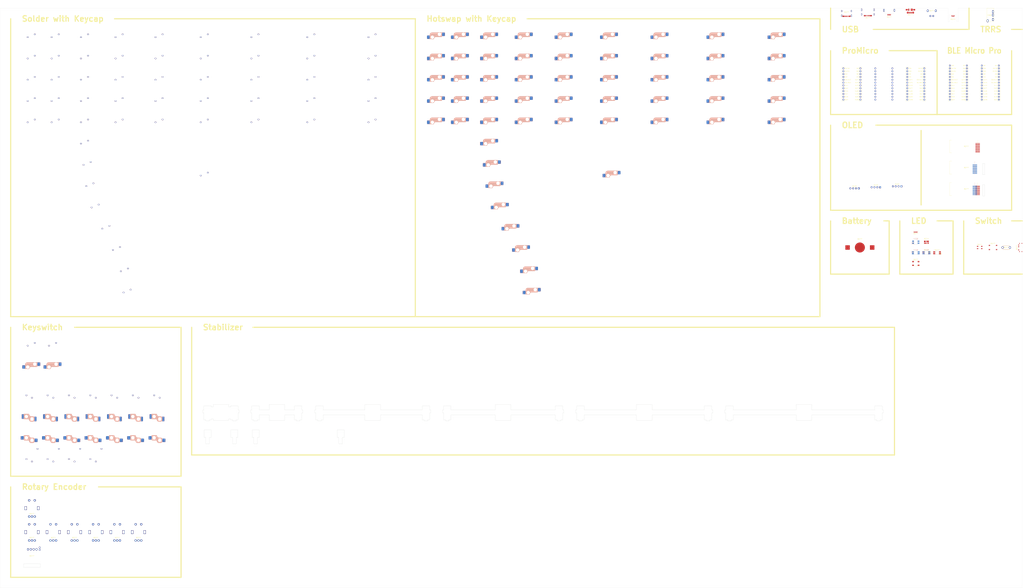
<source format=kicad_pcb>
(kicad_pcb (version 20171130) (host pcbnew "(5.1.8)-1")
  (layers (0 F.Cu signal) (31 B.Cu signal) (34 B.Paste user) (35 F.Paste user) (36 B.SilkS user) (37 F.SilkS user) (38 B.Mask user) (39 F.Mask user) (44 Edge.Cuts user))
  (net 0 "")
  (module BrownSugar_KBD:BleMicroPro_r (layer F.Cu) (at 1026.31875 154.78125)
    (fp_text reference REF** hide)
    (fp_text value "BLE Micro Pro reverse" hide)
    (fp_text user BAT (at -5.149552 -15.24) (layer F.SilkS) (effects (font (size 0.75 0.67) (thickness 0.125))))
    (fp_text user GND (at 5.120447 -15.24) (layer F.SilkS) (effects (font (size 0.75 0.67) (thickness 0.125))))
    (fp_text user RAW (at -5.021933 -12.7) (layer F.SilkS) (effects (font (size 0.75 0.67) (thickness 0.125))))
    (fp_text user GND (at -5.005981 -10.16) (layer F.SilkS) (effects (font (size 0.75 0.67) (thickness 0.125))))
    (fp_text user RST (at -5.117648 -7.62) (layer F.SilkS) (effects (font (size 0.75 0.67) (thickness 0.125))))
    (fp_text user VCC (at -5.06979 -5.08) (layer F.SilkS) (effects (font (size 0.75 0.67) (thickness 0.125))))
    (fp_text user A3/F4 (at -4.4636 -2.54) (layer F.SilkS) (effects (font (size 0.75 0.67) (thickness 0.125))))
    (fp_text user A2/F5 (at -4.4636 0) (layer F.SilkS) (effects (font (size 0.75 0.67) (thickness 0.125))))
    (fp_text user A1/F6 (at -4.4636 2.54) (layer F.SilkS) (effects (font (size 0.75 0.67) (thickness 0.125))))
    (fp_text user A0/F7 (at -4.4636 5.08) (layer F.SilkS) (effects (font (size 0.75 0.67) (thickness 0.125))))
    (fp_text user 15/B1 (at -4.383838 7.62) (layer F.SilkS) (effects (font (size 0.75 0.67) (thickness 0.125))))
    (fp_text user 14/B3 (at -4.383838 10.16) (layer F.SilkS) (effects (font (size 0.75 0.67) (thickness 0.125))))
    (fp_text user 10/B6 (at -4.383838 15.24) (layer F.SilkS) (effects (font (size 0.75 0.67) (thickness 0.125))))
    (fp_text user 16/B2 (at -4.383838 12.7) (layer F.SilkS) (effects (font (size 0.75 0.67) (thickness 0.125))))
    (fp_text user E6/7 (at 4.849257 10.16) (layer F.SilkS) (effects (font (size 0.75 0.67) (thickness 0.125))))
    (fp_text user D7/6 (at 4.817352 7.62) (layer F.SilkS) (effects (font (size 0.75 0.67) (thickness 0.125))))
    (fp_text user GND (at 5.120447 -7.62) (layer F.SilkS) (effects (font (size 0.75 0.67) (thickness 0.125))))
    (fp_text user GND (at 5.120447 -5.08) (layer F.SilkS) (effects (font (size 0.75 0.67) (thickness 0.125))))
    (fp_text user D3/TX0 (at 4.243066 -12.7) (layer F.SilkS) (effects (font (size 0.75 0.67) (thickness 0.125))))
    (fp_text user D4/4 (at 4.817352 2.54) (layer F.SilkS) (effects (font (size 0.75 0.67) (thickness 0.125))))
    (fp_text user SDA/D1/2 (at 3.525209 -2.54) (layer F.SilkS) (effects (font (size 0.75 0.67) (thickness 0.125))))
    (fp_text user SCL/D0/3 (at 3.541162 0) (layer F.SilkS) (effects (font (size 0.75 0.67) (thickness 0.125))))
    (fp_text user C6/5 (at 4.817352 5.08) (layer F.SilkS) (effects (font (size 0.75 0.67) (thickness 0.125))))
    (fp_text user B5/9 (at 4.817352 15.24) (layer F.SilkS) (effects (font (size 0.75 0.67) (thickness 0.125))))
    (fp_text user D2/RX1 (at 4.163305 -10.16) (layer F.SilkS) (effects (font (size 0.75 0.67) (thickness 0.125))))
    (fp_text user B4/8 (at 4.817352 12.7) (layer F.SilkS) (effects (font (size 0.75 0.67) (thickness 0.125))))
    (pad 26 thru_hole circle (at -7.62 -15.24) (size 1.524 1.524) (drill 0.85) (layers *.Cu *.Mask))
    (pad 25 thru_hole circle (at -7.62 -12.7) (size 1.524 1.524) (drill 0.85) (layers *.Cu *.Mask))
    (pad 1 thru_hole circle (at 7.62 -15.24) (size 1.524 1.524) (drill 0.85) (layers *.Cu *.Mask))
    (pad 2 thru_hole circle (at 7.62 -12.7) (size 1.524 1.524) (drill 0.85) (layers *.Cu *.Mask))
    (pad 3 thru_hole circle (at 7.62 -10.16) (size 1.524 1.524) (drill 0.85) (layers *.Cu *.Mask))
    (pad 4 thru_hole circle (at 7.62 -7.62) (size 1.524 1.524) (drill 0.85) (layers *.Cu *.Mask))
    (pad 5 thru_hole circle (at 7.62 -5.08) (size 1.524 1.524) (drill 0.85) (layers *.Cu *.Mask))
    (pad 6 thru_hole circle (at 7.62 -2.54) (size 1.524 1.524) (drill 0.85) (layers *.Cu *.Mask))
    (pad 7 thru_hole circle (at 7.62 0) (size 1.524 1.524) (drill 0.85) (layers *.Cu *.Mask))
    (pad 8 thru_hole circle (at 7.62 2.54) (size 1.524 1.524) (drill 0.85) (layers *.Cu *.Mask))
    (pad 9 thru_hole circle (at 7.62 5.08) (size 1.524 1.524) (drill 0.85) (layers *.Cu *.Mask))
    (pad 10 thru_hole circle (at 7.62 7.62) (size 1.524 1.524) (drill 0.85) (layers *.Cu *.Mask))
    (pad 11 thru_hole circle (at 7.62 10.16) (size 1.524 1.524) (drill 0.85) (layers *.Cu *.Mask))
    (pad 12 thru_hole circle (at 7.62 12.7) (size 1.524 1.524) (drill 0.85) (layers *.Cu *.Mask))
    (pad 13 thru_hole circle (at 7.62 15.24) (size 1.524 1.524) (drill 0.85) (layers *.Cu *.Mask))
    (pad 14 thru_hole circle (at -7.62 15.24) (size 1.524 1.524) (drill 0.85) (layers *.Cu *.Mask))
    (pad 15 thru_hole circle (at -7.62 12.7) (size 1.524 1.524) (drill 0.85) (layers *.Cu *.Mask))
    (pad 16 thru_hole circle (at -7.62 10.16) (size 1.524 1.524) (drill 0.85) (layers *.Cu *.Mask))
    (pad 17 thru_hole circle (at -7.62 7.62) (size 1.524 1.524) (drill 0.85) (layers *.Cu *.Mask))
    (pad 18 thru_hole circle (at -7.62 5.08) (size 1.524 1.524) (drill 0.85) (layers *.Cu *.Mask))
    (pad 19 thru_hole circle (at -7.62 2.54) (size 1.524 1.524) (drill 0.85) (layers *.Cu *.Mask))
    (pad 20 thru_hole circle (at -7.62 0) (size 1.524 1.524) (drill 0.85) (layers *.Cu *.Mask))
    (pad 21 thru_hole circle (at -7.62 -2.54) (size 1.524 1.524) (drill 0.85) (layers *.Cu *.Mask))
    (pad 22 thru_hole circle (at -7.62 -5.08) (size 1.524 1.524) (drill 0.85) (layers *.Cu *.Mask))
    (pad 23 thru_hole circle (at -7.62 -7.62) (size 1.524 1.524) (drill 0.85) (layers *.Cu *.Mask))
    (pad 24 thru_hole circle (at -7.62 -10.16) (size 1.524 1.524) (drill 0.85) (layers *.Cu *.Mask))
  )
  (module BrownSugar_KBD:BleMicroPro (layer F.Cu) (at 997.74375 154.78125)
    (fp_text reference REF** hide)
    (fp_text value "BLE Micro Pro" hide)
    (fp_text user BAT (at 5.264019 -15.24) (layer F.SilkS) (effects (font (size 0.75 0.67) (thickness 0.125))))
    (fp_text user GND (at -5.005981 -15.24) (layer F.SilkS) (effects (font (size 0.75 0.67) (thickness 0.125))))
    (fp_text user RAW (at 5.1364 -12.7) (layer F.SilkS) (effects (font (size 0.75 0.67) (thickness 0.125))))
    (fp_text user GND (at 5.1364 -10.16) (layer F.SilkS) (effects (font (size 0.75 0.67) (thickness 0.125))))
    (fp_text user RST (at 5.1364 -7.62) (layer F.SilkS) (effects (font (size 0.75 0.67) (thickness 0.125))))
    (fp_text user VCC (at 5.1364 -5.08) (layer F.SilkS) (effects (font (size 0.75 0.67) (thickness 0.125))))
    (fp_text user A3/F4 (at 4.4664 -2.54) (layer F.SilkS) (effects (font (size 0.75 0.67) (thickness 0.125))))
    (fp_text user A2/F5 (at 4.4664 0) (layer F.SilkS) (effects (font (size 0.75 0.67) (thickness 0.125))))
    (fp_text user A1/F6 (at 4.4664 2.54) (layer F.SilkS) (effects (font (size 0.75 0.67) (thickness 0.125))))
    (fp_text user A0/F7 (at 4.4664 5.08) (layer F.SilkS) (effects (font (size 0.75 0.67) (thickness 0.125))))
    (fp_text user 15/B1 (at 4.4664 7.62) (layer F.SilkS) (effects (font (size 0.75 0.67) (thickness 0.125))))
    (fp_text user 14/B3 (at 4.4664 10.16) (layer F.SilkS) (effects (font (size 0.75 0.67) (thickness 0.125))))
    (fp_text user 10/B6 (at 4.4664 15.24) (layer F.SilkS) (effects (font (size 0.75 0.67) (thickness 0.125))))
    (fp_text user 16/B2 (at 4.4664 12.7) (layer F.SilkS) (effects (font (size 0.75 0.67) (thickness 0.125))))
    (fp_text user E6/7 (at -4.7986 10.16) (layer F.SilkS) (effects (font (size 0.75 0.67) (thickness 0.125))))
    (fp_text user D7/6 (at -4.7986 7.62) (layer F.SilkS) (effects (font (size 0.75 0.67) (thickness 0.125))))
    (fp_text user GND (at -5.1336 -7.62) (layer F.SilkS) (effects (font (size 0.75 0.67) (thickness 0.125))))
    (fp_text user GND (at -5.1336 -5.08) (layer F.SilkS) (effects (font (size 0.75 0.67) (thickness 0.125))))
    (fp_text user D3/TX0 (at -4.1286 -12.7) (layer F.SilkS) (effects (font (size 0.75 0.67) (thickness 0.125))))
    (fp_text user D4/4 (at -4.7986 2.54) (layer F.SilkS) (effects (font (size 0.75 0.67) (thickness 0.125))))
    (fp_text user SDA/D1/2 (at -3.4586 -2.54) (layer F.SilkS) (effects (font (size 0.75 0.67) (thickness 0.125))))
    (fp_text user SCL/D0/3 (at -3.4586 0) (layer F.SilkS) (effects (font (size 0.75 0.67) (thickness 0.125))))
    (fp_text user C6/5 (at -4.7986 5.08) (layer F.SilkS) (effects (font (size 0.75 0.67) (thickness 0.125))))
    (fp_text user B5/9 (at -4.7986 15.24) (layer F.SilkS) (effects (font (size 0.75 0.67) (thickness 0.125))))
    (fp_text user D2/RX1 (at -4.1286 -10.16) (layer F.SilkS) (effects (font (size 0.75 0.67) (thickness 0.125))))
    (fp_text user B4/8 (at -4.7986 12.7) (layer F.SilkS) (effects (font (size 0.75 0.67) (thickness 0.125))))
    (pad 26 thru_hole circle (at 7.62 -15.24) (size 1.524 1.524) (drill 0.85) (layers *.Cu *.Mask))
    (pad 25 thru_hole circle (at 7.62 -12.7) (size 1.524 1.524) (drill 0.85) (layers *.Cu *.Mask))
    (pad 1 thru_hole circle (at -7.62 -15.24) (size 1.524 1.524) (drill 0.85) (layers *.Cu *.Mask))
    (pad 2 thru_hole circle (at -7.62 -12.7) (size 1.524 1.524) (drill 0.85) (layers *.Cu *.Mask))
    (pad 3 thru_hole circle (at -7.62 -10.16) (size 1.524 1.524) (drill 0.85) (layers *.Cu *.Mask))
    (pad 4 thru_hole circle (at -7.62 -7.62) (size 1.524 1.524) (drill 0.85) (layers *.Cu *.Mask))
    (pad 5 thru_hole circle (at -7.62 -5.08) (size 1.524 1.524) (drill 0.85) (layers *.Cu *.Mask))
    (pad 6 thru_hole circle (at -7.62 -2.54) (size 1.524 1.524) (drill 0.85) (layers *.Cu *.Mask))
    (pad 7 thru_hole circle (at -7.62 0) (size 1.524 1.524) (drill 0.85) (layers *.Cu *.Mask))
    (pad 8 thru_hole circle (at -7.62 2.54) (size 1.524 1.524) (drill 0.85) (layers *.Cu *.Mask))
    (pad 9 thru_hole circle (at -7.62 5.08) (size 1.524 1.524) (drill 0.85) (layers *.Cu *.Mask))
    (pad 10 thru_hole circle (at -7.62 7.62) (size 1.524 1.524) (drill 0.85) (layers *.Cu *.Mask))
    (pad 11 thru_hole circle (at -7.62 10.16) (size 1.524 1.524) (drill 0.85) (layers *.Cu *.Mask))
    (pad 12 thru_hole circle (at -7.62 12.7) (size 1.524 1.524) (drill 0.85) (layers *.Cu *.Mask))
    (pad 13 thru_hole circle (at -7.62 15.24) (size 1.524 1.524) (drill 0.85) (layers *.Cu *.Mask))
    (pad 14 thru_hole circle (at 7.62 15.24) (size 1.524 1.524) (drill 0.85) (layers *.Cu *.Mask))
    (pad 15 thru_hole circle (at 7.62 12.7) (size 1.524 1.524) (drill 0.85) (layers *.Cu *.Mask))
    (pad 16 thru_hole circle (at 7.62 10.16) (size 1.524 1.524) (drill 0.85) (layers *.Cu *.Mask))
    (pad 17 thru_hole circle (at 7.62 7.62) (size 1.524 1.524) (drill 0.85) (layers *.Cu *.Mask))
    (pad 18 thru_hole circle (at 7.62 5.08) (size 1.524 1.524) (drill 0.85) (layers *.Cu *.Mask))
    (pad 19 thru_hole circle (at 7.62 2.54) (size 1.524 1.524) (drill 0.85) (layers *.Cu *.Mask))
    (pad 20 thru_hole circle (at 7.62 0) (size 1.524 1.524) (drill 0.85) (layers *.Cu *.Mask))
    (pad 21 thru_hole circle (at 7.62 -2.54) (size 1.524 1.524) (drill 0.85) (layers *.Cu *.Mask))
    (pad 22 thru_hole circle (at 7.62 -5.08) (size 1.524 1.524) (drill 0.85) (layers *.Cu *.Mask))
    (pad 23 thru_hole circle (at 7.62 -7.62) (size 1.524 1.524) (drill 0.85) (layers *.Cu *.Mask))
    (pad 24 thru_hole circle (at 7.62 -10.16) (size 1.524 1.524) (drill 0.85) (layers *.Cu *.Mask))
  )
  (module BrownSugar_KBD:ProMicro_r (layer F.Cu) (at 959.64375 154.78125)
    (fp_text reference REF** hide)
    (fp_text value "Pro Micro reverse" hide)
    (fp_text user RAW (at -5.021933 -12.7) (layer F.SilkS) (effects (font (size 0.75 0.67) (thickness 0.125))))
    (fp_text user GND (at -5.005981 -10.16) (layer F.SilkS) (effects (font (size 0.75 0.67) (thickness 0.125))))
    (fp_text user RST (at -5.117648 -7.62) (layer F.SilkS) (effects (font (size 0.75 0.67) (thickness 0.125))))
    (fp_text user VCC (at -5.06979 -5.08) (layer F.SilkS) (effects (font (size 0.75 0.67) (thickness 0.125))))
    (fp_text user A3/F4 (at -4.4636 -2.54) (layer F.SilkS) (effects (font (size 0.75 0.67) (thickness 0.125))))
    (fp_text user A2/F5 (at -4.4636 0) (layer F.SilkS) (effects (font (size 0.75 0.67) (thickness 0.125))))
    (fp_text user A1/F6 (at -4.4636 2.54) (layer F.SilkS) (effects (font (size 0.75 0.67) (thickness 0.125))))
    (fp_text user A0/F7 (at -4.4636 5.08) (layer F.SilkS) (effects (font (size 0.75 0.67) (thickness 0.125))))
    (fp_text user 15/B1 (at -4.383838 7.62) (layer F.SilkS) (effects (font (size 0.75 0.67) (thickness 0.125))))
    (fp_text user 14/B3 (at -4.383838 10.16) (layer F.SilkS) (effects (font (size 0.75 0.67) (thickness 0.125))))
    (fp_text user 10/B6 (at -4.383838 15.24) (layer F.SilkS) (effects (font (size 0.75 0.67) (thickness 0.125))))
    (fp_text user 16/B2 (at -4.383838 12.7) (layer F.SilkS) (effects (font (size 0.75 0.67) (thickness 0.125))))
    (fp_text user E6/7 (at 4.849257 10.16) (layer F.SilkS) (effects (font (size 0.75 0.67) (thickness 0.125))))
    (fp_text user D7/6 (at 4.817352 7.62) (layer F.SilkS) (effects (font (size 0.75 0.67) (thickness 0.125))))
    (fp_text user GND (at 5.120447 -7.62) (layer F.SilkS) (effects (font (size 0.75 0.67) (thickness 0.125))))
    (fp_text user GND (at 5.120447 -5.08) (layer F.SilkS) (effects (font (size 0.75 0.67) (thickness 0.125))))
    (fp_text user D3/TX0 (at 4.243066 -12.7) (layer F.SilkS) (effects (font (size 0.75 0.67) (thickness 0.125))))
    (fp_text user D4/4 (at 4.817352 2.54) (layer F.SilkS) (effects (font (size 0.75 0.67) (thickness 0.125))))
    (fp_text user SDA/D1/2 (at 3.525209 -2.54) (layer F.SilkS) (effects (font (size 0.75 0.67) (thickness 0.125))))
    (fp_text user SCL/D0/3 (at 3.541162 0) (layer F.SilkS) (effects (font (size 0.75 0.67) (thickness 0.125))))
    (fp_text user C6/5 (at 4.817352 5.08) (layer F.SilkS) (effects (font (size 0.75 0.67) (thickness 0.125))))
    (fp_text user B5/9 (at 4.817352 15.24) (layer F.SilkS) (effects (font (size 0.75 0.67) (thickness 0.125))))
    (fp_text user D2/RX1 (at 4.163305 -10.16) (layer F.SilkS) (effects (font (size 0.75 0.67) (thickness 0.125))))
    (fp_text user B4/8 (at 4.817352 12.7) (layer F.SilkS) (effects (font (size 0.75 0.67) (thickness 0.125))))
    (pad 1 thru_hole circle (at 7.62 -12.7) (size 1.524 1.524) (drill 0.85) (layers *.Cu *.Mask))
    (pad 2 thru_hole circle (at 7.62 -10.16) (size 1.524 1.524) (drill 0.85) (layers *.Cu *.Mask))
    (pad 3 thru_hole circle (at 7.62 -7.62) (size 1.524 1.524) (drill 0.85) (layers *.Cu *.Mask))
    (pad 4 thru_hole circle (at 7.62 -5.08) (size 1.524 1.524) (drill 0.85) (layers *.Cu *.Mask))
    (pad 5 thru_hole circle (at 7.62 -2.54) (size 1.524 1.524) (drill 0.85) (layers *.Cu *.Mask))
    (pad 6 thru_hole circle (at 7.62 0) (size 1.524 1.524) (drill 0.85) (layers *.Cu *.Mask))
    (pad 7 thru_hole circle (at 7.62 2.54) (size 1.524 1.524) (drill 0.85) (layers *.Cu *.Mask))
    (pad 8 thru_hole circle (at 7.62 5.08) (size 1.524 1.524) (drill 0.85) (layers *.Cu *.Mask))
    (pad 9 thru_hole circle (at 7.62 7.62) (size 1.524 1.524) (drill 0.85) (layers *.Cu *.Mask))
    (pad 10 thru_hole circle (at 7.62 10.16) (size 1.524 1.524) (drill 0.85) (layers *.Cu *.Mask))
    (pad 11 thru_hole circle (at 7.62 12.7) (size 1.524 1.524) (drill 0.85) (layers *.Cu *.Mask))
    (pad 12 thru_hole circle (at 7.62 15.24) (size 1.524 1.524) (drill 0.85) (layers *.Cu *.Mask))
    (pad 13 thru_hole circle (at -7.62 15.24) (size 1.524 1.524) (drill 0.85) (layers *.Cu *.Mask))
    (pad 14 thru_hole circle (at -7.62 12.7) (size 1.524 1.524) (drill 0.85) (layers *.Cu *.Mask))
    (pad 15 thru_hole circle (at -7.62 10.16) (size 1.524 1.524) (drill 0.85) (layers *.Cu *.Mask))
    (pad 16 thru_hole circle (at -7.62 7.62) (size 1.524 1.524) (drill 0.85) (layers *.Cu *.Mask))
    (pad 17 thru_hole circle (at -7.62 5.08) (size 1.524 1.524) (drill 0.85) (layers *.Cu *.Mask))
    (pad 18 thru_hole circle (at -7.62 2.54) (size 1.524 1.524) (drill 0.85) (layers *.Cu *.Mask))
    (pad 19 thru_hole circle (at -7.62 0) (size 1.524 1.524) (drill 0.85) (layers *.Cu *.Mask))
    (pad 20 thru_hole circle (at -7.62 -2.54) (size 1.524 1.524) (drill 0.85) (layers *.Cu *.Mask))
    (pad 21 thru_hole circle (at -7.62 -5.08) (size 1.524 1.524) (drill 0.85) (layers *.Cu *.Mask))
    (pad 22 thru_hole circle (at -7.62 -7.62) (size 1.524 1.524) (drill 0.85) (layers *.Cu *.Mask))
    (pad 23 thru_hole circle (at -7.62 -10.16) (size 1.524 1.524) (drill 0.85) (layers *.Cu *.Mask))
    (pad 24 thru_hole circle (at -7.62 -12.7) (size 1.524 1.524) (drill 0.85) (layers *.Cu *.Mask))
  )
  (module BrownSugar_KBD:ProMicro_no_silk (layer F.Cu) (at 931.06875 154.78125)
    (fp_text reference REF** hide)
    (fp_text value "Pro Micro no silk" hide)
    (pad 1 thru_hole circle (at -7.62 -12.7) (size 1.524 1.524) (drill 0.85) (layers *.Cu *.Mask))
    (pad 2 thru_hole circle (at -7.62 -10.16) (size 1.524 1.524) (drill 0.85) (layers *.Cu *.Mask))
    (pad 3 thru_hole circle (at -7.62 -7.62) (size 1.524 1.524) (drill 0.85) (layers *.Cu *.Mask))
    (pad 4 thru_hole circle (at -7.62 -5.08) (size 1.524 1.524) (drill 0.85) (layers *.Cu *.Mask))
    (pad 5 thru_hole circle (at -7.62 -2.54) (size 1.524 1.524) (drill 0.85) (layers *.Cu *.Mask))
    (pad 6 thru_hole circle (at -7.62 0) (size 1.524 1.524) (drill 0.85) (layers *.Cu *.Mask))
    (pad 7 thru_hole circle (at -7.62 2.54) (size 1.524 1.524) (drill 0.85) (layers *.Cu *.Mask))
    (pad 8 thru_hole circle (at -7.62 5.08) (size 1.524 1.524) (drill 0.85) (layers *.Cu *.Mask))
    (pad 9 thru_hole circle (at -7.62 7.62) (size 1.524 1.524) (drill 0.85) (layers *.Cu *.Mask))
    (pad 10 thru_hole circle (at -7.62 10.16) (size 1.524 1.524) (drill 0.85) (layers *.Cu *.Mask))
    (pad 11 thru_hole circle (at -7.62 12.7) (size 1.524 1.524) (drill 0.85) (layers *.Cu *.Mask))
    (pad 12 thru_hole circle (at -7.62 15.24) (size 1.524 1.524) (drill 0.85) (layers *.Cu *.Mask))
    (pad 13 thru_hole circle (at 7.62 15.24) (size 1.524 1.524) (drill 0.85) (layers *.Cu *.Mask))
    (pad 14 thru_hole circle (at 7.62 12.7) (size 1.524 1.524) (drill 0.85) (layers *.Cu *.Mask))
    (pad 15 thru_hole circle (at 7.62 10.16) (size 1.524 1.524) (drill 0.85) (layers *.Cu *.Mask))
    (pad 16 thru_hole circle (at 7.62 7.62) (size 1.524 1.524) (drill 0.85) (layers *.Cu *.Mask))
    (pad 17 thru_hole circle (at 7.62 5.08) (size 1.524 1.524) (drill 0.85) (layers *.Cu *.Mask))
    (pad 18 thru_hole circle (at 7.62 2.54) (size 1.524 1.524) (drill 0.85) (layers *.Cu *.Mask))
    (pad 19 thru_hole circle (at 7.62 0) (size 1.524 1.524) (drill 0.85) (layers *.Cu *.Mask))
    (pad 20 thru_hole circle (at 7.62 -2.54) (size 1.524 1.524) (drill 0.85) (layers *.Cu *.Mask))
    (pad 21 thru_hole circle (at 7.62 -5.08) (size 1.524 1.524) (drill 0.85) (layers *.Cu *.Mask))
    (pad 22 thru_hole circle (at 7.62 -7.62) (size 1.524 1.524) (drill 0.85) (layers *.Cu *.Mask))
    (pad 23 thru_hole circle (at 7.62 -10.16) (size 1.524 1.524) (drill 0.85) (layers *.Cu *.Mask))
    (pad 24 thru_hole circle (at 7.62 -12.7) (size 1.524 1.524) (drill 0.85) (layers *.Cu *.Mask))
  )
  (module BrownSugar_KBD:ProMicro (layer F.Cu) (at 902.49375 154.78125)
    (fp_text reference REF** hide)
    (fp_text value "Pro Micro" hide)
    (fp_text user RAW (at 5.1364 -12.7) (layer F.SilkS) (effects (font (size 0.75 0.67) (thickness 0.125))))
    (fp_text user GND (at 5.1364 -10.16) (layer F.SilkS) (effects (font (size 0.75 0.67) (thickness 0.125))))
    (fp_text user RST (at 5.1364 -7.62) (layer F.SilkS) (effects (font (size 0.75 0.67) (thickness 0.125))))
    (fp_text user VCC (at 5.1364 -5.08) (layer F.SilkS) (effects (font (size 0.75 0.67) (thickness 0.125))))
    (fp_text user A3/F4 (at 4.4664 -2.54) (layer F.SilkS) (effects (font (size 0.75 0.67) (thickness 0.125))))
    (fp_text user A2/F5 (at 4.4664 0) (layer F.SilkS) (effects (font (size 0.75 0.67) (thickness 0.125))))
    (fp_text user A1/F6 (at 4.4664 2.54) (layer F.SilkS) (effects (font (size 0.75 0.67) (thickness 0.125))))
    (fp_text user A0/F7 (at 4.4664 5.08) (layer F.SilkS) (effects (font (size 0.75 0.67) (thickness 0.125))))
    (fp_text user 15/B1 (at 4.4664 7.62) (layer F.SilkS) (effects (font (size 0.75 0.67) (thickness 0.125))))
    (fp_text user 14/B3 (at 4.4664 10.16) (layer F.SilkS) (effects (font (size 0.75 0.67) (thickness 0.125))))
    (fp_text user 10/B6 (at 4.4664 15.24) (layer F.SilkS) (effects (font (size 0.75 0.67) (thickness 0.125))))
    (fp_text user 16/B2 (at 4.4664 12.7) (layer F.SilkS) (effects (font (size 0.75 0.67) (thickness 0.125))))
    (fp_text user E6/7 (at -4.7986 10.16) (layer F.SilkS) (effects (font (size 0.75 0.67) (thickness 0.125))))
    (fp_text user D7/6 (at -4.7986 7.62) (layer F.SilkS) (effects (font (size 0.75 0.67) (thickness 0.125))))
    (fp_text user GND (at -5.1336 -7.62) (layer F.SilkS) (effects (font (size 0.75 0.67) (thickness 0.125))))
    (fp_text user GND (at -5.1336 -5.08) (layer F.SilkS) (effects (font (size 0.75 0.67) (thickness 0.125))))
    (fp_text user D3/TX0 (at -4.1286 -12.7) (layer F.SilkS) (effects (font (size 0.75 0.67) (thickness 0.125))))
    (fp_text user D4/4 (at -4.7986 2.54) (layer F.SilkS) (effects (font (size 0.75 0.67) (thickness 0.125))))
    (fp_text user SDA/D1/2 (at -3.4586 -2.54) (layer F.SilkS) (effects (font (size 0.75 0.67) (thickness 0.125))))
    (fp_text user SCL/D0/3 (at -3.4586 0) (layer F.SilkS) (effects (font (size 0.75 0.67) (thickness 0.125))))
    (fp_text user C6/5 (at -4.7986 5.08) (layer F.SilkS) (effects (font (size 0.75 0.67) (thickness 0.125))))
    (fp_text user B5/9 (at -4.7986 15.24) (layer F.SilkS) (effects (font (size 0.75 0.67) (thickness 0.125))))
    (fp_text user D2/RX1 (at -4.1286 -10.16) (layer F.SilkS) (effects (font (size 0.75 0.67) (thickness 0.125))))
    (fp_text user B4/8 (at -4.7986 12.7) (layer F.SilkS) (effects (font (size 0.75 0.67) (thickness 0.125))))
    (pad 1 thru_hole circle (at -7.62 -12.7) (size 1.524 1.524) (drill 0.85) (layers *.Cu *.Mask))
    (pad 2 thru_hole circle (at -7.62 -10.16) (size 1.524 1.524) (drill 0.85) (layers *.Cu *.Mask))
    (pad 3 thru_hole circle (at -7.62 -7.62) (size 1.524 1.524) (drill 0.85) (layers *.Cu *.Mask))
    (pad 4 thru_hole circle (at -7.62 -5.08) (size 1.524 1.524) (drill 0.85) (layers *.Cu *.Mask))
    (pad 5 thru_hole circle (at -7.62 -2.54) (size 1.524 1.524) (drill 0.85) (layers *.Cu *.Mask))
    (pad 6 thru_hole circle (at -7.62 0) (size 1.524 1.524) (drill 0.85) (layers *.Cu *.Mask))
    (pad 7 thru_hole circle (at -7.62 2.54) (size 1.524 1.524) (drill 0.85) (layers *.Cu *.Mask))
    (pad 8 thru_hole circle (at -7.62 5.08) (size 1.524 1.524) (drill 0.85) (layers *.Cu *.Mask))
    (pad 9 thru_hole circle (at -7.62 7.62) (size 1.524 1.524) (drill 0.85) (layers *.Cu *.Mask))
    (pad 10 thru_hole circle (at -7.62 10.16) (size 1.524 1.524) (drill 0.85) (layers *.Cu *.Mask))
    (pad 11 thru_hole circle (at -7.62 12.7) (size 1.524 1.524) (drill 0.85) (layers *.Cu *.Mask))
    (pad 12 thru_hole circle (at -7.62 15.24) (size 1.524 1.524) (drill 0.85) (layers *.Cu *.Mask))
    (pad 13 thru_hole circle (at 7.62 15.24) (size 1.524 1.524) (drill 0.85) (layers *.Cu *.Mask))
    (pad 14 thru_hole circle (at 7.62 12.7) (size 1.524 1.524) (drill 0.85) (layers *.Cu *.Mask))
    (pad 15 thru_hole circle (at 7.62 10.16) (size 1.524 1.524) (drill 0.85) (layers *.Cu *.Mask))
    (pad 16 thru_hole circle (at 7.62 7.62) (size 1.524 1.524) (drill 0.85) (layers *.Cu *.Mask))
    (pad 17 thru_hole circle (at 7.62 5.08) (size 1.524 1.524) (drill 0.85) (layers *.Cu *.Mask))
    (pad 18 thru_hole circle (at 7.62 2.54) (size 1.524 1.524) (drill 0.85) (layers *.Cu *.Mask))
    (pad 19 thru_hole circle (at 7.62 0) (size 1.524 1.524) (drill 0.85) (layers *.Cu *.Mask))
    (pad 20 thru_hole circle (at 7.62 -2.54) (size 1.524 1.524) (drill 0.85) (layers *.Cu *.Mask))
    (pad 21 thru_hole circle (at 7.62 -5.08) (size 1.524 1.524) (drill 0.85) (layers *.Cu *.Mask))
    (pad 22 thru_hole circle (at 7.62 -7.62) (size 1.524 1.524) (drill 0.85) (layers *.Cu *.Mask))
    (pad 23 thru_hole circle (at 7.62 -10.16) (size 1.524 1.524) (drill 0.85) (layers *.Cu *.Mask))
    (pad 24 thru_hole circle (at 7.62 -12.7) (size 1.524 1.524) (drill 0.85) (layers *.Cu *.Mask))
  )
  (module "BrownSugar_KBD:USB_Micro-B_Plug_HRS_ZX64-B-5S-UNIT(31)" (layer F.Cu) (at 992.98125 95.25)
    (fp_text reference REF** (at 0 3) (layer F.SilkS))
    (fp_text value "USB_Micro-B_Plug_HRS_ZX64-B-5S-UNIT(31)")
    (pad 2 smd rect (at -0.65 0 180) (size 0.35 1.5) (layers F.Cu F.Paste F.Mask))
    (pad 1 smd rect (at -1.3 -0.2 180) (size 0.35 1.1) (layers F.Cu F.Paste F.Mask))
    (pad 5 smd rect (at 1.3 -0.2 180) (size 0.35 1.1) (layers F.Cu F.Paste F.Mask))
    (pad 4 smd rect (at 0.65 0 180) (size 0.35 1.5) (layers F.Cu F.Paste F.Mask))
    (pad 3 smd rect (at 0 0 180) (size 0.35 1.5) (layers F.Cu F.Paste F.Mask))
  )
  (module BrownSugar_KBD:SW_SPDT_MSK-12C01-07 (layer F.Cu) (at 1053.54375 302.41875 270)
    (fp_text reference REF** (at 0 3.55 270) (layer F.SilkS))
    (fp_text value SW_SPDT_MSK-12C01-07)
    (pad MP smd rect (at 3.65 -1.05 270) (size 0.7 0.6) (layers F.Cu F.Paste F.Mask))
    (pad MP smd rect (at 3.65 1.05 270) (size 0.7 0.6) (layers F.Cu F.Paste F.Mask))
    (pad MP smd rect (at -3.65 -1.05 270) (size 0.7 0.6) (layers F.Cu F.Paste F.Mask))
    (pad MP smd rect (at -3.65 1.05 270) (size 0.7 0.6) (layers F.Cu F.Paste F.Mask))
    (pad 1 smd rect (at -2.2 1.9 270) (size 0.6 1.1) (layers F.Cu F.Paste F.Mask))
    (pad 2 smd rect (at -0.7 1.9 270) (size 0.6 1.1) (layers F.Cu F.Paste F.Mask))
    (pad 3 smd rect (at 2.2 1.9 270) (size 0.6 1.1) (layers F.Cu F.Paste F.Mask))
    (pad "" np_thru_hole circle (at -1.45 0 270) (size 0.8 0.8) (drill 0.8) (layers *.Cu *.Mask))
    (pad "" np_thru_hole circle (at 1.45 0 270) (size 0.8 0.8) (drill 0.8) (layers *.Cu *.Mask))
  )
  (module BrownSugar_KBD:OLED_Display_0.91_bottom (layer F.Cu) (at 1004.8875 230.98125)
    (fp_text reference REF** (at 0 0) (layer F.SilkS))
    (fp_text value OLED_Display_0.91_bottom)
    (fp_line (start 14.5 6.25) (end 14.5 -3.75) (layer Edge.Cuts) (width 0.12))
    (fp_line (start 14.5 -3.75) (end 16.5 -3.75) (layer Edge.Cuts) (width 0.12))
    (fp_line (start 16.5 -3.75) (end 16.5 6.25) (layer Edge.Cuts) (width 0.12))
    (fp_line (start 16.5 6.25) (end 14.5 6.25) (layer Edge.Cuts) (width 0.12))
    (pad 14 smd rect (at 7.6 -2.78) (size 4 0.32) (layers B.Cu B.Paste B.Mask))
    (pad 13 smd rect (at 7.6 -2.16) (size 4 0.32) (layers B.Cu B.Paste B.Mask))
    (pad 12 smd rect (at 7.6 -1.54) (size 4 0.32) (layers B.Cu B.Paste B.Mask))
    (pad 11 smd rect (at 7.6 -0.92) (size 4 0.32) (layers B.Cu B.Paste B.Mask))
    (pad 10 smd rect (at 7.6 -0.3) (size 4 0.32) (layers B.Cu B.Paste B.Mask))
    (pad 9 smd rect (at 7.6 0.32) (size 4 0.32) (layers B.Cu B.Paste B.Mask))
    (pad 8 smd rect (at 7.6 0.94) (size 4 0.32) (layers B.Cu B.Paste B.Mask))
    (pad 7 smd rect (at 7.6 1.56) (size 4 0.32) (layers B.Cu B.Paste B.Mask))
    (pad 6 smd rect (at 7.6 2.18) (size 4 0.32) (layers B.Cu B.Paste B.Mask))
    (pad 5 smd rect (at 7.6 2.8) (size 4 0.32) (layers B.Cu B.Paste B.Mask))
    (pad 4 smd rect (at 7.6 3.42) (size 4 0.32) (layers B.Cu B.Paste B.Mask))
    (pad 3 smd rect (at 7.6 4.04) (size 4 0.32) (layers B.Cu B.Paste B.Mask))
    (pad 2 smd rect (at 7.6 4.66) (size 4 0.32) (layers B.Cu B.Paste B.Mask))
    (pad 1 smd rect (at 7.6 5.28) (size 4 0.32) (layers B.Cu B.Paste B.Mask))
  )
  (module BrownSugar_KBD:OLED_center_pin (layer F.Cu) (at 942.975 247.65)
    (fp_text reference REF**)
    (fp_text value OLED_center_pin)
    (fp_text user OLED (at 0 -2) (layer F.SilkS))
    (pad 4 thru_hole rect (at 3.81 0) (size 1.62 1.62) (drill 0.82) (layers *.Cu *.Mask))
    (pad 3 thru_hole circle (at 1.27 0) (size 1.62 1.62) (drill 0.82) (layers *.Cu *.Mask))
    (pad 2 thru_hole circle (at -1.27 0) (size 1.62 1.62) (drill 0.82) (layers *.Cu *.Mask))
    (pad 1 thru_hole circle (at -3.81 0) (size 1.62 1.62) (drill 0.82) (layers *.Cu *.Mask))
  )
  (module BrownSugar_KBD:OLED_center_module (layer F.Cu) (at 923.925 230.98125)
    (fp_text reference REF**)
    (fp_text value OLED_center_module)
    (fp_text user OLED (at 0 15.5) (layer F.SilkS))
    (pad 4 thru_hole rect (at 3.81 17.5) (size 1.62 1.62) (drill 0.82) (layers *.Cu *.Mask))
    (pad 3 thru_hole circle (at 1.27 17.5) (size 1.62 1.62) (drill 0.82) (layers *.Cu *.Mask))
    (pad 2 thru_hole circle (at -1.27 17.5) (size 1.62 1.62) (drill 0.82) (layers *.Cu *.Mask))
    (pad 1 thru_hole circle (at -3.81 17.5) (size 1.62 1.62) (drill 0.82) (layers *.Cu *.Mask))
  )
  (module BrownSugar_KBD:OLED_center_display (layer F.Cu) (at 904.875 230.98125)
    (fp_text reference REF**)
    (fp_text value OLED_center_display)
    (fp_text user OLED (at 0 16.5) (layer F.SilkS))
    (pad 4 thru_hole rect (at 3.81 18.5) (size 1.62 1.62) (drill 0.82) (layers *.Cu *.Mask))
    (pad 3 thru_hole circle (at 1.27 18.5) (size 1.62 1.62) (drill 0.82) (layers *.Cu *.Mask))
    (pad 2 thru_hole circle (at -1.27 18.5) (size 1.62 1.62) (drill 0.82) (layers *.Cu *.Mask))
    (pad 1 thru_hole circle (at -3.81 18.5) (size 1.62 1.62) (drill 0.82) (layers *.Cu *.Mask))
  )
  (module BrownSugar_KBD:USB_C_Receptacle_GCT_USB4105-GF-A (layer F.Cu) (at 897.73125 91.78125 180)
    (fp_text reference REF** (at 0 0) (layer F.SilkS))
    (fp_text value USB_C_Receptacle_GCT_USB4105-GF-A)
    (pad A1 smd rect (at -3.2 -3.68 180) (size 0.6 1.15) (layers F.Cu F.Paste F.Mask))
    (pad B12 smd rect (at -3.2 -3.68 180) (size 0.6 1.15) (layers F.Cu F.Paste F.Mask))
    (pad A4 smd rect (at -2.4 -3.68 180) (size 0.6 1.15) (layers F.Cu F.Paste F.Mask))
    (pad B1 smd rect (at 3.2 -3.68 180) (size 0.6 1.15) (layers F.Cu F.Paste F.Mask))
    (pad A12 smd rect (at 3.2 -3.68 180) (size 0.6 1.15) (layers F.Cu F.Paste F.Mask))
    (pad A9 smd rect (at 2.4 -3.68 180) (size 0.6 1.15) (layers F.Cu F.Paste F.Mask))
    (pad B4 smd rect (at 2.4 -3.68 180) (size 0.6 1.15) (layers F.Cu F.Paste F.Mask))
    (pad B9 smd rect (at -2.4 -3.68 180) (size 0.6 1.15) (layers F.Cu F.Paste F.Mask))
    (pad B5 smd rect (at 1.75 -3.68 180) (size 0.3 1.15) (layers F.Cu F.Paste F.Mask))
    (pad B8 smd rect (at -1.75 -3.68 180) (size 0.3 1.15) (layers F.Cu F.Paste F.Mask))
    (pad A8 smd rect (at 1.25 -3.68 180) (size 0.3 1.15) (layers F.Cu F.Paste F.Mask))
    (pad A5 smd rect (at -1.25 -3.68 180) (size 0.3 1.15) (layers F.Cu F.Paste F.Mask))
    (pad B6 smd rect (at 0.75 -3.68 180) (size 0.3 1.15) (layers F.Cu F.Paste F.Mask))
    (pad B7 smd rect (at -0.75 -3.68 180) (size 0.3 1.15) (layers F.Cu F.Paste F.Mask))
    (pad A7 smd rect (at 0.25 -3.68 180) (size 0.3 1.15) (layers F.Cu F.Paste F.Mask))
    (pad A6 smd rect (at -0.25 -3.68 180) (size 0.3 1.15) (layers F.Cu F.Paste F.Mask))
    (pad "" np_thru_hole circle (at 2.89 -2.605 180) (size 0.65 0.65) (drill 0.65) (layers *.Cu *.Mask))
    (pad "" np_thru_hole circle (at -2.89 -2.605 180) (size 0.65 0.65) (drill 0.65) (layers *.Cu *.Mask))
    (pad S1 thru_hole oval (at 4.32 1.075 180) (size 1 1.8) (drill oval 0.6 1.4) (layers *.Cu *.Mask))
    (pad S1 thru_hole oval (at -4.32 1.075 180) (size 1 1.8) (drill oval 0.6 1.4) (layers *.Cu *.Mask))
    (pad S1 thru_hole oval (at 4.32 -3.105 180) (size 1 2.1) (drill oval 0.6 1.7) (layers *.Cu *.Mask))
    (pad S1 thru_hole oval (at -4.32 -3.105 180) (size 1 2.1) (drill oval 0.6 1.7) (layers *.Cu *.Mask))
  )
  (module BrownSugar_KBD:CherryMX_Hotswap_via_1U (layer F.Cu) (at 169.06875 411.95625)
    (fp_text reference REF**)
    (fp_text value KEY_SWITCH)
    (pad 1 smd roundrect (at -7.11 -2.54 180) (size 3 3) (layers B.Cu) (roundrect_rratio 0.083))
    (pad "" np_thru_hole circle (at 0 0) (size 4.1 4.1) (drill 4.1) (layers *.Cu *.Mask))
    (pad "" np_thru_hole circle (at 5.08 0) (size 1.6 1.6) (drill 1.6) (layers *.Cu *.Mask))
    (pad "" np_thru_hole circle (at -5.08 0) (size 1.6 1.6) (drill 1.6) (layers *.Cu *.Mask))
    (pad 2 smd roundrect (at 5.84 -5.08 180) (size 3 3) (layers B.Cu) (roundrect_rratio 0.083))
    (pad "" np_thru_hole circle (at -3.81 -2.54) (size 3 3) (drill 3) (layers *.Cu *.Mask))
    (pad "" np_thru_hole circle (at 2.54 -5.08) (size 3 3) (drill 3) (layers *.Cu *.Mask))
    (pad 1 thru_hole circle (at -8.31 -3.74) (size 0.5 0.5) (drill 0.3) (layers *.Cu))
    (pad 1 thru_hole circle (at -5.91 -3.74) (size 0.5 0.5) (drill 0.3) (layers *.Cu))
    (pad 1 thru_hole circle (at -8.31 -1.34) (size 0.5 0.5) (drill 0.3) (layers *.Cu))
    (pad 1 thru_hole circle (at -5.91 -1.34) (size 0.5 0.5) (drill 0.3) (layers *.Cu))
    (pad 1 smd roundrect (at -7.11 -2.54) (size 3 3) (layers F.Cu) (roundrect_rratio 0.083))
    (pad 2 thru_hole circle (at 4.64 -6.28 180) (size 0.5 0.5) (drill 0.3) (layers *.Cu))
    (pad 2 thru_hole circle (at 7.04 -6.28 180) (size 0.5 0.5) (drill 0.3) (layers *.Cu))
    (pad 2 thru_hole circle (at 4.64 -3.88 180) (size 0.5 0.5) (drill 0.3) (layers *.Cu))
    (pad 2 thru_hole circle (at 7.04 -3.88 180) (size 0.5 0.5) (drill 0.3) (layers *.Cu))
    (pad 2 smd roundrect (at 5.84 -5.08 180) (size 3 3) (layers F.Cu) (roundrect_rratio 0.083))
  )
  (module BrownSugar_KBD:USB_Micro-B_Reseptacle_Molex_047346-1001 (layer F.Cu) (at 954.88125 89.55625 180)
    (fp_text reference REF** (at 0 -4.5) (layer F.SilkS))
    (fp_text value USB_Micro-B_Reseptacle_Molex_047346-1001)
    (pad 6 smd rect (at 3.375 0 180) (size 1.65 1.3) (layers F.Cu F.Paste F.Mask))
    (pad 6 smd rect (at 1.55 0 180) (size 1 1.9) (layers F.Cu F.Paste F.Mask))
    (pad 6 smd rect (at -1.15 0 180) (size 1.8 1.9) (layers F.Cu F.Paste F.Mask))
    (pad 6 smd rect (at -3.375 0 180) (size 1.65 1.3) (layers F.Cu F.Paste F.Mask))
    (pad 6 smd rect (at 2.4875 -2.575 180) (size 1.425 1.55) (layers F.Cu F.Paste F.Mask))
    (pad 6 smd rect (at -2.4875 -2.575 180) (size 1.425 1.55) (layers F.Cu F.Paste F.Mask))
    (pad 5 smd rect (at 1.3 -2.675 180) (size 0.45 1.38) (layers F.Cu F.Paste F.Mask))
    (pad 4 smd rect (at 0.65 -2.675 180) (size 0.45 1.38) (layers F.Cu F.Paste F.Mask))
    (pad 3 smd rect (at 0 -2.675 180) (size 0.45 1.38) (layers F.Cu F.Paste F.Mask))
    (pad 2 smd rect (at -0.65 -2.675 180) (size 0.45 1.38) (layers F.Cu F.Paste F.Mask))
    (pad 1 smd rect (at -1.3 -2.675 180) (size 0.45 1.38) (layers F.Cu F.Paste F.Mask))
  )
  (module BrownSugar_KBD:USB_Micro-B_Receptacle_KoreanHropartsElec_U-C-M5DW-W-1 (layer F.Cu) (at 935.83125 90.10625 180)
    (fp_text reference REF** (at 0 -6) (layer F.SilkS))
    (fp_text value USB_Micro-B_Receptacle_KoreanHropartsElec_U-C-M5DW-W-1)
    (pad 5 smd rect (at 1.3 -3.95 180) (size 0.4 1.3) (layers F.Cu F.Paste F.Mask))
    (pad 4 smd rect (at 0.65 -3.95 180) (size 0.4 1.3) (layers F.Cu F.Paste F.Mask))
    (pad 3 smd rect (at 0 -3.95 180) (size 0.4 1.3) (layers F.Cu F.Paste F.Mask))
    (pad 2 smd rect (at -0.65 -3.95 180) (size 0.4 1.3) (layers F.Cu F.Paste F.Mask))
    (pad 1 smd rect (at -1.3 -3.95 180) (size 0.4 1.3) (layers F.Cu F.Paste F.Mask))
    (pad 6 thru_hole oval (at 4.7 0 180) (size 1.15 2.5) (drill oval 0.55 1.9) (layers *.Cu *.Mask))
    (pad 6 thru_hole oval (at -4.7 0 180) (size 1.15 2.5) (drill oval 0.55 1.9) (layers *.Cu *.Mask))
  )
  (module BrownSugar_KBD:USB_Micro-B_MCUBF-2PD (layer F.Cu) (at 973.93125 90.4875)
    (fp_text reference REF** (at 0 0) (layer F.SilkS))
    (fp_text value USB_Micro-B_MCUBF-2PD)
    (pad "" thru_hole oval (at 3.6 0 180) (size 1.55 2.2) (drill oval 0.75 1.4) (layers *.Cu *.Mask))
    (pad "" thru_hole oval (at -3.6 0) (size 1.55 2.2) (drill oval 0.75 1.4) (layers *.Cu *.Mask))
    (pad 1 thru_hole circle (at 1.3 4.69) (size 1.6 1.6) (drill 0.8) (layers *.Cu *.Mask))
    (pad 2 thru_hole circle (at -1.3 4.69) (size 1.6 1.6) (drill 0.8) (layers *.Cu *.Mask))
  )
  (module BrownSugar_KBD:USB_C_Receptacle_GCT_USB4510-03-1-A (layer F.Cu) (at 916.78125 90.80625 180)
    (fp_text reference REF** (at 0 -6) (layer F.SilkS))
    (fp_text value USB_C_Receptacle_GCT_USB4510-03-1-A)
    (pad A1 smd rect (at -3.2 -4.05 180) (size 0.6 1.1) (layers F.Cu F.Paste F.Mask))
    (pad B12 smd rect (at -3.2 -4.05 180) (size 0.6 1.1) (layers F.Cu F.Paste F.Mask))
    (pad A4 smd rect (at -2.4 -4.05 180) (size 0.6 1.1) (layers F.Cu F.Paste F.Mask))
    (pad B1 smd rect (at 3.2 -4.05 180) (size 0.6 1.1) (layers F.Cu F.Paste F.Mask))
    (pad A12 smd rect (at 3.2 -4.05 180) (size 0.6 1.1) (layers F.Cu F.Paste F.Mask))
    (pad A9 smd rect (at 2.4 -4.05 180) (size 0.6 1.1) (layers F.Cu F.Paste F.Mask))
    (pad B4 smd rect (at 2.4 -4.05 180) (size 0.6 1.1) (layers F.Cu F.Paste F.Mask))
    (pad B9 smd rect (at -2.4 -4.05 180) (size 0.6 1.1) (layers F.Cu F.Paste F.Mask))
    (pad B5 smd rect (at 1.75 -4.05 180) (size 0.3 1.1) (layers F.Cu F.Paste F.Mask))
    (pad B8 smd rect (at -1.75 -4.05 180) (size 0.3 1.1) (layers F.Cu F.Paste F.Mask))
    (pad A8 smd rect (at 1.25 -4.05 180) (size 0.3 1.1) (layers F.Cu F.Paste F.Mask))
    (pad A5 smd rect (at -1.25 -4.05 180) (size 0.3 1.1) (layers F.Cu F.Paste F.Mask))
    (pad B6 smd rect (at 0.75 -4.05 180) (size 0.3 1.1) (layers F.Cu F.Paste F.Mask))
    (pad B7 smd rect (at -0.75 -4.05 180) (size 0.3 1.1) (layers F.Cu F.Paste F.Mask))
    (pad A7 smd rect (at 0.25 -4.05 180) (size 0.3 1.1) (layers F.Cu F.Paste F.Mask))
    (pad A6 smd rect (at -0.25 -4.05 180) (size 0.3 1.1) (layers F.Cu F.Paste F.Mask))
    (pad S1 thru_hole oval (at 5.62 1.15 180) (size 1 2.2) (drill oval 0.6 1.8) (layers *.Cu *.Mask))
    (pad S1 thru_hole oval (at -5.62 1.15 180) (size 1 2.2) (drill oval 0.6 1.8) (layers *.Cu *.Mask))
    (pad S1 thru_hole oval (at 5.62 -2.85 180) (size 1 1.8) (drill oval 0.6 1.4) (layers *.Cu *.Mask))
    (pad S1 thru_hole oval (at -5.62 -2.85 180) (size 1 1.8) (drill oval 0.6 1.4) (layers *.Cu *.Mask))
  )
  (module BrownSugar_KBD:Stabilizer_Choc_V1_Plate_Mount_5.25U (layer F.Cu) (at 407.19375 469.10625)
    (fp_text reference REF** hide)
    (fp_text value "Stabilizer 5.25U")
    (fp_line (start -34.85 3.3) (end -34.85 -3.3) (layer Edge.Cuts) (width 0.12))
    (fp_line (start -36.4 3.3) (end -34.85 3.3) (layer Edge.Cuts) (width 0.12))
    (fp_line (start -36.4 9) (end -36.4 3.3) (layer Edge.Cuts) (width 0.12))
    (fp_line (start -39.6 9) (end -36.4 9) (layer Edge.Cuts) (width 0.12))
    (fp_line (start -39.6 3.3) (end -39.6 9) (layer Edge.Cuts) (width 0.12))
    (fp_line (start -41.15 3.3) (end -39.6 3.3) (layer Edge.Cuts) (width 0.12))
    (fp_line (start -41.15 -3.3) (end -41.15 3.3) (layer Edge.Cuts) (width 0.12))
    (fp_line (start -34.85 -3.3) (end -41.15 -3.3) (layer Edge.Cuts) (width 0.12))
    (fp_line (start 34.85 3.3) (end 34.85 -3.3) (layer Edge.Cuts) (width 0.12))
    (fp_line (start 36.4 3.3) (end 34.85 3.3) (layer Edge.Cuts) (width 0.12))
    (fp_line (start 36.4 9) (end 36.4 3.3) (layer Edge.Cuts) (width 0.12))
    (fp_line (start 39.6 9) (end 36.4 9) (layer Edge.Cuts) (width 0.12))
    (fp_line (start 39.6 3.3) (end 39.6 9) (layer Edge.Cuts) (width 0.12))
    (fp_line (start 41.15 3.3) (end 39.6 3.3) (layer Edge.Cuts) (width 0.12))
    (fp_line (start 41.15 -3.3) (end 41.15 3.3) (layer Edge.Cuts) (width 0.12))
    (fp_line (start 34.85 -3.3) (end 41.15 -3.3) (layer Edge.Cuts) (width 0.12))
  )
  (module BrownSugar_KBD:Stabilizer_Choc_V1_Plate_Mount_2U (layer F.Cu) (at 338.1375 469.10625)
    (fp_text reference REF** hide)
    (fp_text value "Stabilizer 2U")
    (fp_line (start 8.85 -3.3) (end 15.15 -3.3) (layer Edge.Cuts) (width 0.12))
    (fp_line (start 15.15 -3.3) (end 15.15 3.3) (layer Edge.Cuts) (width 0.12))
    (fp_line (start 15.15 3.3) (end 13.6 3.3) (layer Edge.Cuts) (width 0.12))
    (fp_line (start 13.6 3.3) (end 13.6 9) (layer Edge.Cuts) (width 0.12))
    (fp_line (start 13.6 9) (end 10.4 9) (layer Edge.Cuts) (width 0.12))
    (fp_line (start 10.4 9) (end 10.4 3.3) (layer Edge.Cuts) (width 0.12))
    (fp_line (start 10.4 3.3) (end 8.85 3.3) (layer Edge.Cuts) (width 0.12))
    (fp_line (start 8.85 3.3) (end 8.85 -3.3) (layer Edge.Cuts) (width 0.12))
    (fp_line (start -8.85 -3.3) (end -15.15 -3.3) (layer Edge.Cuts) (width 0.12))
    (fp_line (start -15.15 -3.3) (end -15.15 3.3) (layer Edge.Cuts) (width 0.12))
    (fp_line (start -15.15 3.3) (end -13.6 3.3) (layer Edge.Cuts) (width 0.12))
    (fp_line (start -13.6 3.3) (end -13.6 9) (layer Edge.Cuts) (width 0.12))
    (fp_line (start -13.6 9) (end -10.4 9) (layer Edge.Cuts) (width 0.12))
    (fp_line (start -10.4 9) (end -10.4 3.3) (layer Edge.Cuts) (width 0.12))
    (fp_line (start -10.4 3.3) (end -8.85 3.3) (layer Edge.Cuts) (width 0.12))
    (fp_line (start -8.85 3.3) (end -8.85 -3.3) (layer Edge.Cuts) (width 0.12))
  )
  (module BrownSugar_KBD:TRRS_PJ-320A (layer F.Cu) (at 1026.31875 88.10625)
    (fp_text reference REF**)
    (fp_text value PJ-320A hide)
    (fp_text user TRRS (at -0.75 6.45) (layer F.SilkS))
    (pad "" np_thru_hole circle (at 0 1.6) (size 1.5 1.5) (drill 1.5) (layers *.Cu *.Mask))
    (pad "" np_thru_hole circle (at 0 8.6) (size 1.5 1.5) (drill 1.5) (layers *.Cu *.Mask))
    (pad B thru_hole oval (at 2.4 3.2) (size 1.7 2.5) (drill oval 1 1.5) (layers *.Cu *.Mask))
    (pad C thru_hole oval (at 2.4 6.2) (size 1.7 2.5) (drill oval 1 1.5) (layers *.Cu *.Mask))
    (pad D thru_hole oval (at 2.4 10.2) (size 1.7 2.5) (drill oval 1 1.5) (layers *.Cu *.Mask) (clearance 0.15))
    (pad A thru_hole oval (at -2.4 11.4) (size 1.7 2.5) (drill oval 1 1.5) (layers *.Cu *.Mask) (clearance 0.15))
  )
  (module BrownSugar_KBD:Battery_STL1620HLD-A (layer F.Cu) (at 909.6375 302.41875)
    (fp_text reference REF** (at 0 -7.5 180) (layer F.SilkS))
    (fp_text value STL1620HLD-A)
    (pad 1 smd rect (at -11 0) (size 4 4) (layers F.Cu F.Paste F.Mask))
    (pad 1 smd rect (at 11 0) (size 4 4) (layers F.Cu F.Paste F.Mask))
    (pad 2 smd circle (at 0 0) (size 9 9) (layers F.Cu F.Paste F.Mask))
  )
  (module BrownSugar_KBD:SW_PUSH_6x3mm (layer F.Cu) (at 1040.60625 302.41875)
    (fp_text reference REF** (at 0 0 -180) (layer F.SilkS))
    (fp_text value SW_PUSH)
    (pad 1 thru_hole circle (at 3.25 0) (size 2 2) (drill 1.3) (layers *.Cu *.Mask))
    (pad 2 thru_hole circle (at -3.25 0) (size 2 2) (drill 1.3) (layers *.Cu *.Mask))
  )
  (module BrownSugar_KBD:SW_DPST_TS5515S (layer F.Cu) (at 1028.7 302.41875)
    (fp_text reference REF** (at 0 -3.5) (layer F.SilkS))
    (fp_text value SW_TS5515S)
    (pad 4 smd rect (at 3.2 1.85) (size 1.2 0.8) (layers F.Cu F.Paste F.Mask))
    (pad 3 smd rect (at -3.2 1.85) (size 1.2 0.8) (layers F.Cu F.Paste F.Mask))
    (pad 2 smd rect (at 3.2 -1.85) (size 1.2 0.8) (layers F.Cu F.Paste F.Mask))
    (pad 1 smd rect (at -3.2 -1.85) (size 1.2 0.8) (layers F.Cu F.Paste F.Mask))
  )
  (module BrownSugar_KBD:SW_DPST_TS3315 (layer F.Cu) (at 1016.79375 302.41875)
    (fp_text reference REF** (at 0 -2.5) (layer F.SilkS))
    (fp_text value SW_TS3315)
    (pad 4 smd rect (at 1.875 1) (size 1.25 0.7) (layers F.Cu F.Paste F.Mask))
    (pad 3 smd rect (at -1.875 1) (size 1.25 0.7) (layers F.Cu F.Paste F.Mask))
    (pad 2 smd rect (at 1.875 -1) (size 1.25 0.7) (layers F.Cu F.Paste F.Mask))
    (pad 1 smd rect (at -1.875 -1) (size 1.25 0.7) (layers F.Cu F.Paste F.Mask))
  )
  (module BrownSugar_KBD:RotaryEncoder_EVQWGD001 (layer F.Cu) (at 169.06875 578.64375)
    (fp_text reference REF** (at 0 0) (layer F.SilkS))
    (fp_text value EVQWGD001)
    (fp_line (start -7.5 10.075) (end -7.5 7.075) (layer Edge.Cuts) (width 0.12))
    (fp_line (start 7.5 10.075) (end -7.5 10.075) (layer Edge.Cuts) (width 0.12))
    (fp_line (start 7.5 7.075) (end 7.5 10.075) (layer Edge.Cuts) (width 0.12))
    (fp_line (start -7.5 7.075) (end 7.5 7.075) (layer Edge.Cuts) (width 0.12))
    (pad "" np_thru_hole circle (at -6.1 -6) (size 1.5 1.5) (drill 1.5) (layers *.Cu *.Mask))
    (pad S2 thru_hole circle (at 6.9 -5.575) (size 1.6 1.6) (drill 1) (layers *.Cu *.Mask))
    (pad S1 thru_hole circle (at 6.9 -7.575) (size 1.6 1.6) (drill 1) (layers *.Cu *.Mask))
    (pad A thru_hole oval (at 4.06 -6) (size 1.8 2) (drill oval 1 1.2) (layers *.Cu *.Mask))
    (pad B thru_hole oval (at 1.52 -6) (size 1.8 2) (drill oval 1 1.2) (layers *.Cu *.Mask))
    (pad C thru_hole oval (at -1.02 -6) (size 1.8 2) (drill oval 1 1.2) (layers *.Cu *.Mask))
    (pad MP thru_hole oval (at -3.56 -6) (size 1.8 2) (drill oval 1 1.2) (layers *.Cu *.Mask))
  )
  (module BrownSugar_KBD:RotaryEncoder_EC11-Switch (layer F.Cu) (at 264.31875 557.2125)
    (fp_text reference REF** (at 0 5) (layer F.SilkS))
    (fp_text value RotaryEncoder_EC11-Switch)
    (pad MP thru_hole rect (at -5.6 0) (size 2 3.2) (drill oval 1.5 2.8) (layers *.Cu *.Mask))
    (pad MP thru_hole rect (at 5.6 0) (size 2 3.2) (drill oval 1.5 2.8) (layers *.Cu *.Mask))
    (pad B thru_hole circle (at 2.5 7.5) (size 2 2) (drill 1) (layers *.Cu *.Mask))
    (pad C thru_hole circle (at 0 7.5) (size 2 2) (drill 1) (layers *.Cu *.Mask))
    (pad A thru_hole circle (at -2.5 7.5) (size 2 2) (drill 1) (layers *.Cu *.Mask))
    (pad S1 thru_hole circle (at -2.5 -7) (size 2 2) (drill 1) (layers *.Cu *.Mask))
    (pad S2 thru_hole circle (at 2.5 -7) (size 2 2) (drill 1) (layers *.Cu *.Mask))
  )
  (module BrownSugar_KBD:RotaryEncoder_EC11-Switch (layer F.Cu) (at 245.26875 557.2125)
    (fp_text reference REF** (at 0 5) (layer F.SilkS))
    (fp_text value RotaryEncoder_EC11-Switch)
    (pad MP thru_hole rect (at -5.6 0) (size 2 3.2) (drill oval 1.5 2.8) (layers *.Cu *.Mask))
    (pad MP thru_hole rect (at 5.6 0) (size 2 3.2) (drill oval 1.5 2.8) (layers *.Cu *.Mask))
    (pad B thru_hole circle (at 2.5 7.5) (size 2 2) (drill 1) (layers *.Cu *.Mask))
    (pad C thru_hole circle (at 0 7.5) (size 2 2) (drill 1) (layers *.Cu *.Mask))
    (pad A thru_hole circle (at -2.5 7.5) (size 2 2) (drill 1) (layers *.Cu *.Mask))
    (pad S1 thru_hole circle (at -2.5 -7) (size 2 2) (drill 1) (layers *.Cu *.Mask))
    (pad S2 thru_hole circle (at 2.5 -7) (size 2 2) (drill 1) (layers *.Cu *.Mask))
  )
  (module BrownSugar_KBD:RotaryEncoder_EC11-Switch (layer F.Cu) (at 226.21875 557.2125)
    (fp_text reference REF** (at 0 5) (layer F.SilkS))
    (fp_text value RotaryEncoder_EC11-Switch)
    (pad MP thru_hole rect (at -5.6 0) (size 2 3.2) (drill oval 1.5 2.8) (layers *.Cu *.Mask))
    (pad MP thru_hole rect (at 5.6 0) (size 2 3.2) (drill oval 1.5 2.8) (layers *.Cu *.Mask))
    (pad B thru_hole circle (at 2.5 7.5) (size 2 2) (drill 1) (layers *.Cu *.Mask))
    (pad C thru_hole circle (at 0 7.5) (size 2 2) (drill 1) (layers *.Cu *.Mask))
    (pad A thru_hole circle (at -2.5 7.5) (size 2 2) (drill 1) (layers *.Cu *.Mask))
    (pad S1 thru_hole circle (at -2.5 -7) (size 2 2) (drill 1) (layers *.Cu *.Mask))
    (pad S2 thru_hole circle (at 2.5 -7) (size 2 2) (drill 1) (layers *.Cu *.Mask))
  )
  (module BrownSugar_KBD:RotaryEncoder_EC11-Switch (layer F.Cu) (at 207.16875 557.2125)
    (fp_text reference REF** (at 0 5) (layer F.SilkS))
    (fp_text value RotaryEncoder_EC11-Switch)
    (pad MP thru_hole rect (at -5.6 0) (size 2 3.2) (drill oval 1.5 2.8) (layers *.Cu *.Mask))
    (pad MP thru_hole rect (at 5.6 0) (size 2 3.2) (drill oval 1.5 2.8) (layers *.Cu *.Mask))
    (pad B thru_hole circle (at 2.5 7.5) (size 2 2) (drill 1) (layers *.Cu *.Mask))
    (pad C thru_hole circle (at 0 7.5) (size 2 2) (drill 1) (layers *.Cu *.Mask))
    (pad A thru_hole circle (at -2.5 7.5) (size 2 2) (drill 1) (layers *.Cu *.Mask))
    (pad S1 thru_hole circle (at -2.5 -7) (size 2 2) (drill 1) (layers *.Cu *.Mask))
    (pad S2 thru_hole circle (at 2.5 -7) (size 2 2) (drill 1) (layers *.Cu *.Mask))
  )
  (module BrownSugar_KBD:RotaryEncoder_EC11-Switch (layer F.Cu) (at 188.11875 557.2125)
    (fp_text reference REF** (at 0 5) (layer F.SilkS))
    (fp_text value RotaryEncoder_EC11-Switch)
    (pad MP thru_hole rect (at -5.6 0) (size 2 3.2) (drill oval 1.5 2.8) (layers *.Cu *.Mask))
    (pad MP thru_hole rect (at 5.6 0) (size 2 3.2) (drill oval 1.5 2.8) (layers *.Cu *.Mask))
    (pad B thru_hole circle (at 2.5 7.5) (size 2 2) (drill 1) (layers *.Cu *.Mask))
    (pad C thru_hole circle (at 0 7.5) (size 2 2) (drill 1) (layers *.Cu *.Mask))
    (pad A thru_hole circle (at -2.5 7.5) (size 2 2) (drill 1) (layers *.Cu *.Mask))
    (pad S1 thru_hole circle (at -2.5 -7) (size 2 2) (drill 1) (layers *.Cu *.Mask))
    (pad S2 thru_hole circle (at 2.5 -7) (size 2 2) (drill 1) (layers *.Cu *.Mask))
  )
  (module BrownSugar_KBD:RotaryEncoder_EC11-Switch (layer F.Cu) (at 169.06875 557.2125)
    (fp_text reference REF** (at 0 5) (layer F.SilkS))
    (fp_text value RotaryEncoder_EC11-Switch)
    (pad MP thru_hole rect (at -5.6 0) (size 2 3.2) (drill oval 1.5 2.8) (layers *.Cu *.Mask))
    (pad MP thru_hole rect (at 5.6 0) (size 2 3.2) (drill oval 1.5 2.8) (layers *.Cu *.Mask))
    (pad B thru_hole circle (at 2.5 7.5) (size 2 2) (drill 1) (layers *.Cu *.Mask))
    (pad C thru_hole circle (at 0 7.5) (size 2 2) (drill 1) (layers *.Cu *.Mask))
    (pad A thru_hole circle (at -2.5 7.5) (size 2 2) (drill 1) (layers *.Cu *.Mask))
    (pad S1 thru_hole circle (at -2.5 -7) (size 2 2) (drill 1) (layers *.Cu *.Mask))
    (pad S2 thru_hole circle (at 2.5 -7) (size 2 2) (drill 1) (layers *.Cu *.Mask))
  )
  (module BrownSugar_KBD:RotaryEncoder_EC11-LED (layer F.Cu) (at 169.06875 535.78125)
    (fp_text reference REF** (at 0 5) (layer F.SilkS))
    (fp_text value RotaryEncoder_EC11-LED)
    (pad MP thru_hole rect (at -5.6 0) (size 2 3.2) (drill oval 1.5 2.8) (layers *.Cu *.Mask))
    (pad MP thru_hole rect (at 5.6 0) (size 2 3.2) (drill oval 1.5 2.8) (layers *.Cu *.Mask))
    (pad B thru_hole circle (at 2.5 7.5) (size 2 2) (drill 1) (layers *.Cu *.Mask))
    (pad C thru_hole circle (at 0 7.5) (size 2 2) (drill 1) (layers *.Cu *.Mask))
    (pad A thru_hole circle (at -2.5 7.5) (size 2 2) (drill 1) (layers *.Cu *.Mask))
    (pad + thru_hole circle (at -2.5 -7) (size 2 2) (drill 1) (layers *.Cu *.Mask))
    (pad - thru_hole circle (at 2.5 -7) (size 2 2) (drill 1) (layers *.Cu *.Mask))
  )
  (module BrownSugar_KBD:RGBLED_WS2812B (layer F.Cu) (at 959.64375 316.70625)
    (fp_text reference REF** (at 0 -3.5) (layer F.SilkS))
    (fp_text value WS2812B)
    (pad 1 smd rect (at -2.45 -1.65) (size 1.5 1) (layers F.Cu F.Paste F.Mask))
    (pad 4 smd rect (at 2.45 -1.65) (size 1.5 1) (layers F.Cu F.Paste F.Mask))
    (pad 3 smd rect (at 2.45 1.65) (size 1.5 1) (layers F.Cu F.Paste F.Mask))
    (pad 2 smd rect (at -2.45 1.65) (size 1.5 1) (layers F.Cu F.Paste F.Mask))
  )
  (module BrownSugar_KBD:RGBLED_SK6812MINI_SMD (layer F.Cu) (at 969.16875 297.65625)
    (fp_text reference REF** (at 0 -3) (layer F.SilkS))
    (fp_text value SK6812MINI_SMD)
    (pad 4 smd rect (at -0.95 0.9) (size 2.4 0.8) (layers F.Cu F.Paste F.Mask))
    (pad 3 smd rect (at -1.4 -0.65) (size 1.5 1.3) (layers F.Cu F.Paste F.Mask))
    (pad 2 smd rect (at 1.05 -0.7) (size 2.2 1.2) (layers F.Cu F.Paste F.Mask))
    (pad 1 smd rect (at 1.5 0.85) (size 1.3 0.9) (layers F.Cu F.Paste F.Mask))
  )
  (module BrownSugar_KBD:RGBLED_SK6812MINI-E_underglow (layer F.Cu) (at 978.69375 307.18125)
    (fp_text reference REF** (at 0 -2.5 180) (layer F.SilkS))
    (fp_text value SK6812MINI-E hide)
    (fp_line (start -1.8 -1.55) (end -1.8 1.55) (layer Edge.Cuts) (width 0.12))
    (fp_line (start -1.8 1.55) (end 1.8 1.55) (layer Edge.Cuts) (width 0.12))
    (fp_line (start 1.8 1.55) (end 1.8 -1.55) (layer Edge.Cuts) (width 0.12))
    (fp_line (start 1.8 -1.55) (end -1.8 -1.55) (layer Edge.Cuts) (width 0.12))
    (pad 3 smd rect (at 2.55 0.75) (size 1.8 1) (layers F.Cu F.Paste F.Mask))
    (pad 4 smd rect (at 2.55 -0.75) (size 1.8 1) (layers F.Cu F.Paste F.Mask))
    (pad 2 smd rect (at -2.55 0.75) (size 1.8 1) (layers F.Cu F.Paste F.Mask))
    (pad 1 smd rect (at -2.55 -0.75) (size 1.8 1) (layers F.Cu F.Paste F.Mask))
  )
  (module BrownSugar_KBD:RGBLED_SK6812MINI-E_both (layer F.Cu) (at 969.16875 307.18125)
    (fp_text reference REF** (at 0 -2.5 180) (layer F.SilkS))
    (fp_text value SK6812MINI-E hide)
    (fp_text user %R (at 0 -2.5 180) (layer B.SilkS) (effects (justify mirror)))
    (fp_line (start 1.8 -1.55) (end -1.8 -1.55) (layer Edge.Cuts) (width 0.12))
    (fp_line (start 1.8 1.55) (end 1.8 -1.55) (layer Edge.Cuts) (width 0.12))
    (fp_line (start -1.8 1.55) (end 1.8 1.55) (layer Edge.Cuts) (width 0.12))
    (fp_line (start -1.8 -1.55) (end -1.8 1.55) (layer Edge.Cuts) (width 0.12))
    (pad 1 smd rect (at 2.55 0.75) (size 1.8 1) (layers B.Cu B.Paste B.Mask))
    (pad 2 smd rect (at 2.55 -0.75) (size 1.8 1) (layers B.Cu B.Paste B.Mask))
    (pad 4 smd rect (at -2.55 0.75) (size 1.8 1) (layers B.Cu B.Paste B.Mask))
    (pad 3 smd rect (at -2.55 -0.75) (size 1.8 1) (layers B.Cu B.Paste B.Mask))
    (pad 4 smd rect (at 2.55 0.75) (size 1.8 1) (layers F.Cu F.Paste F.Mask))
    (pad 3 smd rect (at 2.55 -0.75) (size 1.8 1) (layers F.Cu F.Paste F.Mask))
    (pad 1 smd rect (at -2.55 0.75) (size 1.8 1) (layers F.Cu F.Paste F.Mask))
    (pad 2 smd rect (at -2.55 -0.75) (size 1.8 1) (layers F.Cu F.Paste F.Mask))
  )
  (module BrownSugar_KBD:RGBLED_SK6812MINI-E (layer B.Cu) (at 959.64375 307.18125 180)
    (fp_text reference REF** (at 0 2.5 180) (layer B.SilkS) (effects (justify mirror)))
    (fp_text value SK6812MINI-E hide)
    (fp_line (start -1.8 1.55) (end -1.8 -1.55) (layer Edge.Cuts) (width 0.12))
    (fp_line (start -1.8 -1.55) (end 1.8 -1.55) (layer Edge.Cuts) (width 0.12))
    (fp_line (start 1.8 -1.55) (end 1.8 1.55) (layer Edge.Cuts) (width 0.12))
    (fp_line (start 1.8 1.55) (end -1.8 1.55) (layer Edge.Cuts) (width 0.12))
    (pad 4 smd rect (at 2.55 -0.75 180) (size 1.8 1) (layers B.Cu B.Paste B.Mask))
    (pad 3 smd rect (at 2.55 0.75 180) (size 1.8 1) (layers B.Cu B.Paste B.Mask))
    (pad 1 smd rect (at -2.55 -0.75 180) (size 1.8 1) (layers B.Cu B.Paste B.Mask))
    (pad 2 smd rect (at -2.55 0.75 180) (size 1.8 1) (layers B.Cu B.Paste B.Mask))
  )
  (module BrownSugar_KBD:RGBLED_SK6812MINI (layer B.Cu) (at 959.64375 297.65625 180)
    (fp_text reference REF** (at 0 3) (layer B.SilkS) (effects (justify mirror)))
    (fp_text value SK6812MINI hide)
    (fp_line (start 1.75 -2.25) (end -1.75 -2.25) (layer Edge.Cuts) (width 0.12))
    (fp_line (start -1.75 2.25) (end 1.75 2.25) (layer Edge.Cuts) (width 0.12))
    (fp_line (start 1.75 2.25) (end 1.75 -2.25) (layer Edge.Cuts) (width 0.12))
    (fp_line (start -1.75 2.25) (end -1.75 -2.25) (layer Edge.Cuts) (width 0.12))
    (pad 4 smd rect (at 2.4 -0.875 180) (size 1.6 1) (layers B.Cu B.Paste B.Mask))
    (pad 3 smd rect (at 2.4 0.875 180) (size 1.6 1) (layers B.Cu B.Paste B.Mask))
    (pad 1 smd rect (at -2.4 -0.875 180) (size 1.6 1) (layers B.Cu B.Paste B.Mask))
    (pad 2 smd rect (at -2.4 0.875 180) (size 1.6 1) (layers B.Cu B.Paste B.Mask))
  )
  (module BrownSugar_KBD:RGBLED_SK6812-SIDE (layer F.Cu) (at 959.64375 288.13125)
    (fp_text reference REF** (at 0 2) (layer F.SilkS))
    (fp_text value SK6812-SIDE)
    (pad 1 smd rect (at 1.225 0.5) (size 0.55 1) (layers F.Cu F.Paste F.Mask))
    (pad 2 smd rect (at 0.25 0.5) (size 0.7 1) (layers F.Cu F.Paste F.Mask))
    (pad 3 smd rect (at -0.625 0.5) (size 0.45 1) (layers F.Cu F.Paste F.Mask))
    (pad 4 smd rect (at -1.45 0.5) (size 0.6 1) (layers F.Cu F.Paste F.Mask))
  )
  (module BrownSugar_KBD:OLED_Display_0.91_both (layer F.Cu) (at 1004.8875 250.03125)
    (fp_text reference REF** (at 0 0) (layer F.SilkS))
    (fp_text value OLED_Display_0.91_both)
    (fp_line (start 14.5 6.25) (end 14.5 -3.75) (layer Edge.Cuts) (width 0.12))
    (fp_line (start 14.5 -3.75) (end 16.5 -3.75) (layer Edge.Cuts) (width 0.12))
    (fp_line (start 16.5 -3.75) (end 16.5 6.25) (layer Edge.Cuts) (width 0.12))
    (fp_line (start 16.5 6.25) (end 14.5 6.25) (layer Edge.Cuts) (width 0.12))
    (pad 14 smd rect (at 10.1 -2.78) (size 4 0.32) (layers F.Cu F.Paste F.Mask))
    (pad 13 smd rect (at 10.1 -2.16) (size 4 0.32) (layers F.Cu F.Paste F.Mask))
    (pad 12 smd rect (at 10.1 -1.54) (size 4 0.32) (layers F.Cu F.Paste F.Mask))
    (pad 11 smd rect (at 10.1 -0.92) (size 4 0.32) (layers F.Cu F.Paste F.Mask))
    (pad 10 smd rect (at 10.1 -0.3) (size 4 0.32) (layers F.Cu F.Paste F.Mask))
    (pad 9 smd rect (at 10.1 0.32) (size 4 0.32) (layers F.Cu F.Paste F.Mask))
    (pad 8 smd rect (at 10.1 0.94) (size 4 0.32) (layers F.Cu F.Paste F.Mask))
    (pad 7 smd rect (at 10.1 1.56) (size 4 0.32) (layers F.Cu F.Paste F.Mask))
    (pad 6 smd rect (at 10.1 2.18) (size 4 0.32) (layers F.Cu F.Paste F.Mask))
    (pad 5 smd rect (at 10.1 2.8) (size 4 0.32) (layers F.Cu F.Paste F.Mask))
    (pad 4 smd rect (at 10.1 3.42) (size 4 0.32) (layers F.Cu F.Paste F.Mask))
    (pad 3 smd rect (at 10.1 4.04) (size 4 0.32) (layers F.Cu F.Paste F.Mask))
    (pad 2 smd rect (at 10.1 4.66) (size 4 0.32) (layers F.Cu F.Paste F.Mask))
    (pad 1 smd rect (at 10.1 5.28) (size 4 0.32) (layers F.Cu F.Paste F.Mask))
    (pad 14 smd rect (at 7.6 -2.78) (size 4 0.32) (layers B.Cu B.Paste B.Mask))
    (pad 13 smd rect (at 7.6 -2.16) (size 4 0.32) (layers B.Cu B.Paste B.Mask))
    (pad 12 smd rect (at 7.6 -1.54) (size 4 0.32) (layers B.Cu B.Paste B.Mask))
    (pad 11 smd rect (at 7.6 -0.92) (size 4 0.32) (layers B.Cu B.Paste B.Mask))
    (pad 10 smd rect (at 7.6 -0.3) (size 4 0.32) (layers B.Cu B.Paste B.Mask))
    (pad 9 smd rect (at 7.6 0.32) (size 4 0.32) (layers B.Cu B.Paste B.Mask))
    (pad 8 smd rect (at 7.6 0.94) (size 4 0.32) (layers B.Cu B.Paste B.Mask))
    (pad 7 smd rect (at 7.6 1.56) (size 4 0.32) (layers B.Cu B.Paste B.Mask))
    (pad 6 smd rect (at 7.6 2.18) (size 4 0.32) (layers B.Cu B.Paste B.Mask))
    (pad 5 smd rect (at 7.6 2.8) (size 4 0.32) (layers B.Cu B.Paste B.Mask))
    (pad 4 smd rect (at 7.6 3.42) (size 4 0.32) (layers B.Cu B.Paste B.Mask))
    (pad 3 smd rect (at 7.6 4.04) (size 4 0.32) (layers B.Cu B.Paste B.Mask))
    (pad 2 smd rect (at 7.6 4.66) (size 4 0.32) (layers B.Cu B.Paste B.Mask))
    (pad 1 smd rect (at 7.6 5.28) (size 4 0.32) (layers B.Cu B.Paste B.Mask))
  )
  (module BrownSugar_KBD:OLED_Display_0.91_top (layer F.Cu) (at 1004.8875 211.93125)
    (fp_text reference REF** (at 0 0) (layer F.SilkS))
    (fp_text value OLED_Display_0.91_top)
    (pad 14 smd rect (at 10.1 -2.78) (size 4 0.32) (layers F.Cu F.Paste F.Mask))
    (pad 13 smd rect (at 10.1 -2.16) (size 4 0.32) (layers F.Cu F.Paste F.Mask))
    (pad 12 smd rect (at 10.1 -1.54) (size 4 0.32) (layers F.Cu F.Paste F.Mask))
    (pad 11 smd rect (at 10.1 -0.92) (size 4 0.32) (layers F.Cu F.Paste F.Mask))
    (pad 10 smd rect (at 10.1 -0.3) (size 4 0.32) (layers F.Cu F.Paste F.Mask))
    (pad 9 smd rect (at 10.1 0.32) (size 4 0.32) (layers F.Cu F.Paste F.Mask))
    (pad 8 smd rect (at 10.1 0.94) (size 4 0.32) (layers F.Cu F.Paste F.Mask))
    (pad 7 smd rect (at 10.1 1.56) (size 4 0.32) (layers F.Cu F.Paste F.Mask))
    (pad 6 smd rect (at 10.1 2.18) (size 4 0.32) (layers F.Cu F.Paste F.Mask))
    (pad 5 smd rect (at 10.1 2.8) (size 4 0.32) (layers F.Cu F.Paste F.Mask))
    (pad 4 smd rect (at 10.1 3.42) (size 4 0.32) (layers F.Cu F.Paste F.Mask))
    (pad 3 smd rect (at 10.1 4.04) (size 4 0.32) (layers F.Cu F.Paste F.Mask))
    (pad 2 smd rect (at 10.1 4.66) (size 4 0.32) (layers F.Cu F.Paste F.Mask))
    (pad 1 smd rect (at 10.1 5.28) (size 4 0.32) (layers F.Cu F.Paste F.Mask))
  )
  (module BrownSugar_KBD:Stabilizer_MX_Plate_Mount_10U (layer F.Cu) (at 859.63125 450.05625)
    (fp_text reference REF** hide)
    (fp_text value "Stabilizer 10U")
    (fp_line (start -6.985 6.985) (end 6.985 6.985) (layer Edge.Cuts) (width 0.12))
    (fp_line (start -6.985 2.286) (end -6.985 6.985) (layer Edge.Cuts) (width 0.12))
    (fp_line (start -63.3476 2.286) (end -6.985 2.286) (layer Edge.Cuts) (width 0.12))
    (fp_line (start -63.3476 6.604) (end -63.3476 2.286) (layer Edge.Cuts) (width 0.12))
    (fp_line (start -65.151 6.604) (end -63.3476 6.604) (layer Edge.Cuts) (width 0.12))
    (fp_line (start -65.151 7.7724) (end -65.151 6.604) (layer Edge.Cuts) (width 0.12))
    (fp_line (start -68.199 7.7724) (end -65.151 7.7724) (layer Edge.Cuts) (width 0.12))
    (fp_line (start -68.199 6.604) (end -68.199 7.7724) (layer Edge.Cuts) (width 0.12))
    (fp_line (start -70.0024 6.604) (end -68.199 6.604) (layer Edge.Cuts) (width 0.12))
    (fp_line (start -70.0024 0.508) (end -70.0024 6.604) (layer Edge.Cuts) (width 0.12))
    (fp_line (start -70.866 0.508) (end -70.0024 0.508) (layer Edge.Cuts) (width 0.12))
    (fp_line (start -70.866 -2.286) (end -70.866 0.508) (layer Edge.Cuts) (width 0.12))
    (fp_line (start -70.0024 -2.286) (end -70.866 -2.286) (layer Edge.Cuts) (width 0.12))
    (fp_line (start -70.0024 -5.6896) (end -70.0024 -2.286) (layer Edge.Cuts) (width 0.12))
    (fp_line (start -63.3476 -5.6896) (end -70.0024 -5.6896) (layer Edge.Cuts) (width 0.12))
    (fp_line (start -63.3476 -2.286) (end -63.3476 -5.6896) (layer Edge.Cuts) (width 0.12))
    (fp_line (start -6.985 -2.286) (end -63.3476 -2.286) (layer Edge.Cuts) (width 0.12))
    (fp_line (start 6.985 2.286) (end 6.985 6.985) (layer Edge.Cuts) (width 0.12))
    (fp_line (start 63.3476 2.286) (end 6.985 2.286) (layer Edge.Cuts) (width 0.12))
    (fp_line (start 63.3476 6.604) (end 63.3476 2.286) (layer Edge.Cuts) (width 0.12))
    (fp_line (start 65.151 6.604) (end 63.3476 6.604) (layer Edge.Cuts) (width 0.12))
    (fp_line (start 65.151 7.7724) (end 65.151 6.604) (layer Edge.Cuts) (width 0.12))
    (fp_line (start 68.199 7.7724) (end 65.151 7.7724) (layer Edge.Cuts) (width 0.12))
    (fp_line (start 68.199 6.604) (end 68.199 7.7724) (layer Edge.Cuts) (width 0.12))
    (fp_line (start 70.0024 6.604) (end 68.199 6.604) (layer Edge.Cuts) (width 0.12))
    (fp_line (start 70.0024 0.508) (end 70.0024 6.604) (layer Edge.Cuts) (width 0.12))
    (fp_line (start 70.866 0.508) (end 70.0024 0.508) (layer Edge.Cuts) (width 0.12))
    (fp_line (start 70.866 -2.286) (end 70.866 0.508) (layer Edge.Cuts) (width 0.12))
    (fp_line (start 70.0024 -2.286) (end 70.866 -2.286) (layer Edge.Cuts) (width 0.12))
    (fp_line (start 70.0024 -5.6896) (end 70.0024 -2.286) (layer Edge.Cuts) (width 0.12))
    (fp_line (start 63.3476 -5.6896) (end 70.0024 -5.6896) (layer Edge.Cuts) (width 0.12))
    (fp_line (start 63.3476 -2.286) (end 63.3476 -5.6896) (layer Edge.Cuts) (width 0.12))
    (fp_line (start 6.985 -2.286) (end 63.3476 -2.286) (layer Edge.Cuts) (width 0.12))
    (fp_line (start 6.985 -6.985) (end 6.985 -2.286) (layer Edge.Cuts) (width 0.12))
    (fp_line (start -6.985 -6.985) (end -6.985 -2.286) (layer Edge.Cuts) (width 0.12))
    (fp_line (start -6.985 -6.985) (end 6.985 -6.985) (layer Edge.Cuts) (width 0.12))
  )
  (module BrownSugar_KBD:Stabilizer_MX_Plate_Mount_7U (layer F.Cu) (at 716.75625 450.05625)
    (fp_text reference REF** hide)
    (fp_text value "Stabilizer 7U")
    (fp_line (start -6.985 -6.985) (end 6.985 -6.985) (layer Edge.Cuts) (width 0.12))
    (fp_line (start -6.985 -6.985) (end -6.985 -2.286) (layer Edge.Cuts) (width 0.12))
    (fp_line (start 6.985 -6.985) (end 6.985 -2.286) (layer Edge.Cuts) (width 0.12))
    (fp_line (start 6.985 -2.286) (end 53.8226 -2.286) (layer Edge.Cuts) (width 0.12))
    (fp_line (start 53.8226 -2.286) (end 53.8226 -5.6896) (layer Edge.Cuts) (width 0.12))
    (fp_line (start 53.8226 -5.6896) (end 60.4774 -5.6896) (layer Edge.Cuts) (width 0.12))
    (fp_line (start 60.4774 -5.6896) (end 60.4774 -2.286) (layer Edge.Cuts) (width 0.12))
    (fp_line (start 60.4774 -2.286) (end 61.341 -2.286) (layer Edge.Cuts) (width 0.12))
    (fp_line (start 61.341 -2.286) (end 61.341 0.508) (layer Edge.Cuts) (width 0.12))
    (fp_line (start 61.341 0.508) (end 60.4774 0.508) (layer Edge.Cuts) (width 0.12))
    (fp_line (start 60.4774 0.508) (end 60.4774 6.604) (layer Edge.Cuts) (width 0.12))
    (fp_line (start 60.4774 6.604) (end 58.674 6.604) (layer Edge.Cuts) (width 0.12))
    (fp_line (start 58.674 6.604) (end 58.674 7.7724) (layer Edge.Cuts) (width 0.12))
    (fp_line (start 58.674 7.7724) (end 55.626 7.7724) (layer Edge.Cuts) (width 0.12))
    (fp_line (start 55.626 7.7724) (end 55.626 6.604) (layer Edge.Cuts) (width 0.12))
    (fp_line (start 55.626 6.604) (end 53.8226 6.604) (layer Edge.Cuts) (width 0.12))
    (fp_line (start 53.8226 6.604) (end 53.8226 2.286) (layer Edge.Cuts) (width 0.12))
    (fp_line (start 53.8226 2.286) (end 6.985 2.286) (layer Edge.Cuts) (width 0.12))
    (fp_line (start 6.985 2.286) (end 6.985 6.985) (layer Edge.Cuts) (width 0.12))
    (fp_line (start -6.985 -2.286) (end -53.8226 -2.286) (layer Edge.Cuts) (width 0.12))
    (fp_line (start -53.8226 -2.286) (end -53.8226 -5.6896) (layer Edge.Cuts) (width 0.12))
    (fp_line (start -53.8226 -5.6896) (end -60.4774 -5.6896) (layer Edge.Cuts) (width 0.12))
    (fp_line (start -60.4774 -5.6896) (end -60.4774 -2.286) (layer Edge.Cuts) (width 0.12))
    (fp_line (start -60.4774 -2.286) (end -61.341 -2.286) (layer Edge.Cuts) (width 0.12))
    (fp_line (start -61.341 -2.286) (end -61.341 0.508) (layer Edge.Cuts) (width 0.12))
    (fp_line (start -61.341 0.508) (end -60.4774 0.508) (layer Edge.Cuts) (width 0.12))
    (fp_line (start -60.4774 0.508) (end -60.4774 6.604) (layer Edge.Cuts) (width 0.12))
    (fp_line (start -60.4774 6.604) (end -58.674 6.604) (layer Edge.Cuts) (width 0.12))
    (fp_line (start -58.674 6.604) (end -58.674 7.7724) (layer Edge.Cuts) (width 0.12))
    (fp_line (start -58.674 7.7724) (end -55.626 7.7724) (layer Edge.Cuts) (width 0.12))
    (fp_line (start -55.626 7.7724) (end -55.626 6.604) (layer Edge.Cuts) (width 0.12))
    (fp_line (start -55.626 6.604) (end -53.8226 6.604) (layer Edge.Cuts) (width 0.12))
    (fp_line (start -53.8226 6.604) (end -53.8226 2.286) (layer Edge.Cuts) (width 0.12))
    (fp_line (start -53.8226 2.286) (end -6.985 2.286) (layer Edge.Cuts) (width 0.12))
    (fp_line (start -6.985 2.286) (end -6.985 6.985) (layer Edge.Cuts) (width 0.12))
    (fp_line (start -6.985 6.985) (end 6.985 6.985) (layer Edge.Cuts) (width 0.12))
  )
  (module BrownSugar_KBD:Stabilizer_MX_Plate_Mount_6.25U (layer F.Cu) (at 590.55 450.05625)
    (fp_text reference REF** hide)
    (fp_text value "Stabilizer 6.25U")
    (fp_line (start -6.985 6.985) (end 6.985 6.985) (layer Edge.Cuts) (width 0.12))
    (fp_line (start -6.985 2.286) (end -6.985 6.985) (layer Edge.Cuts) (width 0.12))
    (fp_line (start -46.6791 2.286) (end -6.985 2.286) (layer Edge.Cuts) (width 0.12))
    (fp_line (start -46.6791 6.604) (end -46.6791 2.286) (layer Edge.Cuts) (width 0.12))
    (fp_line (start -48.4825 6.604) (end -46.6791 6.604) (layer Edge.Cuts) (width 0.12))
    (fp_line (start -48.4825 7.7724) (end -48.4825 6.604) (layer Edge.Cuts) (width 0.12))
    (fp_line (start -51.5305 7.7724) (end -48.4825 7.7724) (layer Edge.Cuts) (width 0.12))
    (fp_line (start -51.5305 6.604) (end -51.5305 7.7724) (layer Edge.Cuts) (width 0.12))
    (fp_line (start -53.3339 6.604) (end -51.5305 6.604) (layer Edge.Cuts) (width 0.12))
    (fp_line (start -53.3339 0.508) (end -53.3339 6.604) (layer Edge.Cuts) (width 0.12))
    (fp_line (start -54.1975 0.508) (end -53.3339 0.508) (layer Edge.Cuts) (width 0.12))
    (fp_line (start -54.1975 -2.286) (end -54.1975 0.508) (layer Edge.Cuts) (width 0.12))
    (fp_line (start -53.3339 -2.286) (end -54.1975 -2.286) (layer Edge.Cuts) (width 0.12))
    (fp_line (start -53.3339 -5.6896) (end -53.3339 -2.286) (layer Edge.Cuts) (width 0.12))
    (fp_line (start -46.6791 -5.6896) (end -53.3339 -5.6896) (layer Edge.Cuts) (width 0.12))
    (fp_line (start -46.6791 -2.286) (end -46.6791 -5.6896) (layer Edge.Cuts) (width 0.12))
    (fp_line (start -6.985 -2.286) (end -46.6791 -2.286) (layer Edge.Cuts) (width 0.12))
    (fp_line (start 6.985 2.286) (end 6.985 6.985) (layer Edge.Cuts) (width 0.12))
    (fp_line (start 46.6791 2.286) (end 6.985 2.286) (layer Edge.Cuts) (width 0.12))
    (fp_line (start 46.6791 6.604) (end 46.6791 2.286) (layer Edge.Cuts) (width 0.12))
    (fp_line (start 48.4825 6.604) (end 46.6791 6.604) (layer Edge.Cuts) (width 0.12))
    (fp_line (start 48.4825 7.7724) (end 48.4825 6.604) (layer Edge.Cuts) (width 0.12))
    (fp_line (start 51.5305 7.7724) (end 48.4825 7.7724) (layer Edge.Cuts) (width 0.12))
    (fp_line (start 51.5305 6.604) (end 51.5305 7.7724) (layer Edge.Cuts) (width 0.12))
    (fp_line (start 53.3339 6.604) (end 51.5305 6.604) (layer Edge.Cuts) (width 0.12))
    (fp_line (start 53.3339 0.508) (end 53.3339 6.604) (layer Edge.Cuts) (width 0.12))
    (fp_line (start 54.1975 0.508) (end 53.3339 0.508) (layer Edge.Cuts) (width 0.12))
    (fp_line (start 54.1975 -2.286) (end 54.1975 0.508) (layer Edge.Cuts) (width 0.12))
    (fp_line (start 53.3339 -2.286) (end 54.1975 -2.286) (layer Edge.Cuts) (width 0.12))
    (fp_line (start 53.3339 -5.6896) (end 53.3339 -2.286) (layer Edge.Cuts) (width 0.12))
    (fp_line (start 46.6791 -5.6896) (end 53.3339 -5.6896) (layer Edge.Cuts) (width 0.12))
    (fp_line (start 46.6791 -2.286) (end 46.6791 -5.6896) (layer Edge.Cuts) (width 0.12))
    (fp_line (start 6.985 -2.286) (end 46.6791 -2.286) (layer Edge.Cuts) (width 0.12))
    (fp_line (start 6.985 -6.985) (end 6.985 -2.286) (layer Edge.Cuts) (width 0.12))
    (fp_line (start -6.985 -6.985) (end -6.985 -2.286) (layer Edge.Cuts) (width 0.12))
    (fp_line (start -6.985 -6.985) (end 6.985 -6.985) (layer Edge.Cuts) (width 0.12))
  )
  (module BrownSugar_KBD:Stabilizer_MX_Plate_Mount_6U (layer F.Cu) (at 473.86875 450.05625)
    (fp_text reference REF** hide)
    (fp_text value "Stabilizer 6U")
    (fp_line (start -6.985 -6.985) (end 6.985 -6.985) (layer Edge.Cuts) (width 0.12))
    (fp_line (start -6.985 -6.985) (end -6.985 -2.286) (layer Edge.Cuts) (width 0.12))
    (fp_line (start 6.985 -6.985) (end 6.985 -2.286) (layer Edge.Cuts) (width 0.12))
    (fp_line (start 6.985 -2.286) (end 44.2976 -2.286) (layer Edge.Cuts) (width 0.12))
    (fp_line (start 44.2976 -2.286) (end 44.2976 -5.6896) (layer Edge.Cuts) (width 0.12))
    (fp_line (start 44.2976 -5.6896) (end 50.9524 -5.6896) (layer Edge.Cuts) (width 0.12))
    (fp_line (start 50.9524 -5.6896) (end 50.9524 -2.286) (layer Edge.Cuts) (width 0.12))
    (fp_line (start 50.9524 -2.286) (end 51.816 -2.286) (layer Edge.Cuts) (width 0.12))
    (fp_line (start 51.816 -2.286) (end 51.816 0.508) (layer Edge.Cuts) (width 0.12))
    (fp_line (start 51.816 0.508) (end 50.9524 0.508) (layer Edge.Cuts) (width 0.12))
    (fp_line (start 50.9524 0.508) (end 50.9524 6.604) (layer Edge.Cuts) (width 0.12))
    (fp_line (start 50.9524 6.604) (end 49.149 6.604) (layer Edge.Cuts) (width 0.12))
    (fp_line (start 49.149 6.604) (end 49.149 7.7724) (layer Edge.Cuts) (width 0.12))
    (fp_line (start 49.149 7.7724) (end 46.101 7.7724) (layer Edge.Cuts) (width 0.12))
    (fp_line (start 46.101 7.7724) (end 46.101 6.604) (layer Edge.Cuts) (width 0.12))
    (fp_line (start 46.101 6.604) (end 44.2976 6.604) (layer Edge.Cuts) (width 0.12))
    (fp_line (start 44.2976 6.604) (end 44.2976 2.286) (layer Edge.Cuts) (width 0.12))
    (fp_line (start 44.2976 2.286) (end 6.985 2.286) (layer Edge.Cuts) (width 0.12))
    (fp_line (start 6.985 2.286) (end 6.985 6.985) (layer Edge.Cuts) (width 0.12))
    (fp_line (start -6.985 -2.286) (end -44.2976 -2.286) (layer Edge.Cuts) (width 0.12))
    (fp_line (start -44.2976 -2.286) (end -44.2976 -5.6896) (layer Edge.Cuts) (width 0.12))
    (fp_line (start -44.2976 -5.6896) (end -50.9524 -5.6896) (layer Edge.Cuts) (width 0.12))
    (fp_line (start -50.9524 -5.6896) (end -50.9524 -2.286) (layer Edge.Cuts) (width 0.12))
    (fp_line (start -50.9524 -2.286) (end -51.816 -2.286) (layer Edge.Cuts) (width 0.12))
    (fp_line (start -51.816 -2.286) (end -51.816 0.508) (layer Edge.Cuts) (width 0.12))
    (fp_line (start -51.816 0.508) (end -50.9524 0.508) (layer Edge.Cuts) (width 0.12))
    (fp_line (start -50.9524 0.508) (end -50.9524 6.604) (layer Edge.Cuts) (width 0.12))
    (fp_line (start -50.9524 6.604) (end -49.149 6.604) (layer Edge.Cuts) (width 0.12))
    (fp_line (start -49.149 6.604) (end -49.149 7.7724) (layer Edge.Cuts) (width 0.12))
    (fp_line (start -49.149 7.7724) (end -46.101 7.7724) (layer Edge.Cuts) (width 0.12))
    (fp_line (start -46.101 7.7724) (end -46.101 6.604) (layer Edge.Cuts) (width 0.12))
    (fp_line (start -46.101 6.604) (end -44.2976 6.604) (layer Edge.Cuts) (width 0.12))
    (fp_line (start -44.2976 6.604) (end -44.2976 2.286) (layer Edge.Cuts) (width 0.12))
    (fp_line (start -44.2976 2.286) (end -6.985 2.286) (layer Edge.Cuts) (width 0.12))
    (fp_line (start -6.985 2.286) (end -6.985 6.985) (layer Edge.Cuts) (width 0.12))
    (fp_line (start -6.985 6.985) (end 6.985 6.985) (layer Edge.Cuts) (width 0.12))
  )
  (module BrownSugar_KBD:Stabilizer_MX_Plate_Mount_3U (layer F.Cu) (at 388.14375 450.05625)
    (fp_text reference REF** hide)
    (fp_text value "Stabilizer 3U")
    (fp_line (start -6.985 -6.985) (end 6.985 -6.985) (layer Edge.Cuts) (width 0.12))
    (fp_line (start -6.985 -6.985) (end -6.985 -2.286) (layer Edge.Cuts) (width 0.12))
    (fp_line (start 6.985 -6.985) (end 6.985 -2.286) (layer Edge.Cuts) (width 0.12))
    (fp_line (start 6.985 -2.286) (end 15.7226 -2.286) (layer Edge.Cuts) (width 0.12))
    (fp_line (start 15.7226 -2.286) (end 15.7226 -5.6896) (layer Edge.Cuts) (width 0.12))
    (fp_line (start 15.7226 -5.6896) (end 22.3774 -5.6896) (layer Edge.Cuts) (width 0.12))
    (fp_line (start 22.3774 -5.6896) (end 22.3774 -2.286) (layer Edge.Cuts) (width 0.12))
    (fp_line (start 22.3774 -2.286) (end 23.241 -2.286) (layer Edge.Cuts) (width 0.12))
    (fp_line (start 23.241 -2.286) (end 23.241 0.508) (layer Edge.Cuts) (width 0.12))
    (fp_line (start 23.241 0.508) (end 22.3774 0.508) (layer Edge.Cuts) (width 0.12))
    (fp_line (start 22.3774 0.508) (end 22.3774 6.604) (layer Edge.Cuts) (width 0.12))
    (fp_line (start 22.3774 6.604) (end 20.574 6.604) (layer Edge.Cuts) (width 0.12))
    (fp_line (start 20.574 6.604) (end 20.574 7.7724) (layer Edge.Cuts) (width 0.12))
    (fp_line (start 20.574 7.7724) (end 17.526 7.7724) (layer Edge.Cuts) (width 0.12))
    (fp_line (start 17.526 7.7724) (end 17.526 6.604) (layer Edge.Cuts) (width 0.12))
    (fp_line (start 17.526 6.604) (end 15.7226 6.604) (layer Edge.Cuts) (width 0.12))
    (fp_line (start 15.7226 6.604) (end 15.7226 2.286) (layer Edge.Cuts) (width 0.12))
    (fp_line (start 15.7226 2.286) (end 6.985 2.286) (layer Edge.Cuts) (width 0.12))
    (fp_line (start 6.985 2.286) (end 6.985 6.985) (layer Edge.Cuts) (width 0.12))
    (fp_line (start -6.985 -2.286) (end -15.7226 -2.286) (layer Edge.Cuts) (width 0.12))
    (fp_line (start -15.7226 -2.286) (end -15.7226 -5.6896) (layer Edge.Cuts) (width 0.12))
    (fp_line (start -15.7226 -5.6896) (end -22.3774 -5.6896) (layer Edge.Cuts) (width 0.12))
    (fp_line (start -22.3774 -5.6896) (end -22.3774 -2.286) (layer Edge.Cuts) (width 0.12))
    (fp_line (start -22.3774 -2.286) (end -23.241 -2.286) (layer Edge.Cuts) (width 0.12))
    (fp_line (start -23.241 -2.286) (end -23.241 0.508) (layer Edge.Cuts) (width 0.12))
    (fp_line (start -23.241 0.508) (end -22.3774 0.508) (layer Edge.Cuts) (width 0.12))
    (fp_line (start -22.3774 0.508) (end -22.3774 6.604) (layer Edge.Cuts) (width 0.12))
    (fp_line (start -22.3774 6.604) (end -20.574 6.604) (layer Edge.Cuts) (width 0.12))
    (fp_line (start -20.574 6.604) (end -20.574 7.7724) (layer Edge.Cuts) (width 0.12))
    (fp_line (start -20.574 7.7724) (end -17.526 7.7724) (layer Edge.Cuts) (width 0.12))
    (fp_line (start -17.526 7.7724) (end -17.526 6.604) (layer Edge.Cuts) (width 0.12))
    (fp_line (start -17.526 6.604) (end -15.7226 6.604) (layer Edge.Cuts) (width 0.12))
    (fp_line (start -15.7226 6.604) (end -15.7226 2.286) (layer Edge.Cuts) (width 0.12))
    (fp_line (start -15.7226 2.286) (end -6.985 2.286) (layer Edge.Cuts) (width 0.12))
    (fp_line (start -6.985 2.286) (end -6.985 6.985) (layer Edge.Cuts) (width 0.12))
    (fp_line (start -6.985 6.985) (end 6.985 6.985) (layer Edge.Cuts) (width 0.12))
  )
  (module BrownSugar_KBD:Stabilizer_MX_Plate_Mount_2U (layer F.Cu) (at 338.1375 450.05625)
    (fp_text reference REF** hide)
    (fp_text value "Stabilizer 2U")
    (fp_line (start -6.985 -6.985) (end 6.985 -6.985) (layer Edge.Cuts) (width 0.12))
    (fp_line (start -6.985 -6.985) (end -6.985 -4.8768) (layer Edge.Cuts) (width 0.12))
    (fp_line (start 6.985 -6.985) (end 6.985 -4.8768) (layer Edge.Cuts) (width 0.12))
    (fp_line (start 6.985 -4.8768) (end 8.6106 -4.8768) (layer Edge.Cuts) (width 0.12))
    (fp_line (start 8.6106 -4.8768) (end 8.6106 -5.6896) (layer Edge.Cuts) (width 0.12))
    (fp_line (start 8.6106 -5.6896) (end 15.2654 -5.6896) (layer Edge.Cuts) (width 0.12))
    (fp_line (start 15.2654 -5.6896) (end 15.2654 -2.286) (layer Edge.Cuts) (width 0.12))
    (fp_line (start 15.2654 -2.286) (end 16.129 -2.286) (layer Edge.Cuts) (width 0.12))
    (fp_line (start 16.129 -2.286) (end 16.129 0.508) (layer Edge.Cuts) (width 0.12))
    (fp_line (start 16.129 0.508) (end 15.2654 0.508) (layer Edge.Cuts) (width 0.12))
    (fp_line (start 15.2654 0.508) (end 15.2654 6.604) (layer Edge.Cuts) (width 0.12))
    (fp_line (start 15.2654 6.604) (end 13.462 6.604) (layer Edge.Cuts) (width 0.12))
    (fp_line (start 13.462 6.604) (end 13.462 7.7724) (layer Edge.Cuts) (width 0.12))
    (fp_line (start 13.462 7.7724) (end 10.414 7.7724) (layer Edge.Cuts) (width 0.12))
    (fp_line (start 10.414 7.7724) (end 10.414 6.604) (layer Edge.Cuts) (width 0.12))
    (fp_line (start 10.414 6.604) (end 8.6106 6.604) (layer Edge.Cuts) (width 0.12))
    (fp_line (start 8.6106 6.604) (end 8.6106 5.8166) (layer Edge.Cuts) (width 0.12))
    (fp_line (start 8.6106 5.8166) (end 6.985 5.8166) (layer Edge.Cuts) (width 0.12))
    (fp_line (start 6.985 5.8166) (end 6.985 6.985) (layer Edge.Cuts) (width 0.12))
    (fp_line (start -6.985 -4.8768) (end -8.6106 -4.8768) (layer Edge.Cuts) (width 0.12))
    (fp_line (start -8.6106 -4.8768) (end -8.6106 -5.6896) (layer Edge.Cuts) (width 0.12))
    (fp_line (start -8.6106 -5.6896) (end -15.2654 -5.6896) (layer Edge.Cuts) (width 0.12))
    (fp_line (start -15.2654 -5.6896) (end -15.2654 -2.286) (layer Edge.Cuts) (width 0.12))
    (fp_line (start -15.2654 -2.286) (end -16.129 -2.286) (layer Edge.Cuts) (width 0.12))
    (fp_line (start -16.129 -2.286) (end -16.129 0.508) (layer Edge.Cuts) (width 0.12))
    (fp_line (start -16.129 0.508) (end -15.2654 0.508) (layer Edge.Cuts) (width 0.12))
    (fp_line (start -15.2654 0.508) (end -15.2654 6.604) (layer Edge.Cuts) (width 0.12))
    (fp_line (start -15.2654 6.604) (end -13.462 6.604) (layer Edge.Cuts) (width 0.12))
    (fp_line (start -13.462 6.604) (end -13.462 7.7724) (layer Edge.Cuts) (width 0.12))
    (fp_line (start -13.462 7.7724) (end -10.414 7.7724) (layer Edge.Cuts) (width 0.12))
    (fp_line (start -10.414 7.7724) (end -10.414 6.604) (layer Edge.Cuts) (width 0.12))
    (fp_line (start -10.414 6.604) (end -8.6106 6.604) (layer Edge.Cuts) (width 0.12))
    (fp_line (start -8.6106 6.604) (end -8.6106 5.8166) (layer Edge.Cuts) (width 0.12))
    (fp_line (start -8.6106 5.8166) (end -6.985 5.8166) (layer Edge.Cuts) (width 0.12))
    (fp_line (start -6.985 5.8166) (end -6.985 6.985) (layer Edge.Cuts) (width 0.12))
    (fp_line (start -6.985 6.985) (end 6.985 6.985) (layer Edge.Cuts) (width 0.12))
  )
  (module BrownSugar_KBD:Stabilizer_MX_PCB_Mount_6.25U (layer F.Cu) (at 590.55 421.48125)
    (fp_text reference REF**)
    (fp_text value Stabilizer)
    (pad "" np_thru_hole circle (at -50.0065 -6.985) (size 3.048 3.048) (drill 3.048) (layers *.Cu *.Mask))
    (pad "" np_thru_hole circle (at -50.0065 8.255) (size 3.9878 3.9878) (drill 3.9878) (layers *.Cu *.Mask))
    (pad "" np_thru_hole circle (at 50.0065 -6.985) (size 3.048 3.048) (drill 3.048) (layers *.Cu *.Mask))
    (pad "" np_thru_hole circle (at 50.0065 8.255) (size 3.9878 3.9878) (drill 3.9878) (layers *.Cu *.Mask))
  )
  (module BrownSugar_KBD:Stabilizer_MX_PCB_Mount_2U (layer F.Cu) (at 338.1375 421.48125)
    (fp_text reference REF**)
    (fp_text value Stabilizer)
    (pad "" np_thru_hole circle (at -11.938 -6.985) (size 3.048 3.048) (drill 3.048) (layers *.Cu *.Mask))
    (pad "" np_thru_hole circle (at -11.938 8.255) (size 3.9878 3.9878) (drill 3.9878) (layers *.Cu *.Mask))
    (pad "" np_thru_hole circle (at 11.938 -6.985) (size 3.048 3.048) (drill 3.048) (layers *.Cu *.Mask))
    (pad "" np_thru_hole circle (at 11.938 8.255) (size 3.9878 3.9878) (drill 3.9878) (layers *.Cu *.Mask))
  )
  (module BrownSugar_KBD:Stabilizer_MX_PCB_Mount_6U (layer F.Cu) (at 473.86875 421.48125)
    (fp_text reference REF**)
    (fp_text value Stabilizer)
    (pad "" np_thru_hole circle (at -47.625 -6.985) (size 3.048 3.048) (drill 3.048) (layers *.Cu *.Mask))
    (pad "" np_thru_hole circle (at -47.625 8.255) (size 3.9878 3.9878) (drill 3.9878) (layers *.Cu *.Mask))
    (pad "" np_thru_hole circle (at 47.625 -6.985) (size 3.048 3.048) (drill 3.048) (layers *.Cu *.Mask))
    (pad "" np_thru_hole circle (at 47.625 8.255) (size 3.9878 3.9878) (drill 3.9878) (layers *.Cu *.Mask))
  )
  (module BrownSugar_KBD:Stabilizer_MX_PCB_Mount_7U (layer F.Cu) (at 716.75625 421.48125)
    (fp_text reference REF**)
    (fp_text value Stabilizer)
    (pad "" np_thru_hole circle (at -57.15 -6.985) (size 3.048 3.048) (drill 3.048) (layers *.Cu *.Mask))
    (pad "" np_thru_hole circle (at -57.15 8.255) (size 3.9878 3.9878) (drill 3.9878) (layers *.Cu *.Mask))
    (pad "" np_thru_hole circle (at 57.15 -6.985) (size 3.048 3.048) (drill 3.048) (layers *.Cu *.Mask))
    (pad "" np_thru_hole circle (at 57.15 8.255) (size 3.9878 3.9878) (drill 3.9878) (layers *.Cu *.Mask))
  )
  (module BrownSugar_KBD:Stabilizer_MX_PCB_Mount_3U (layer F.Cu) (at 388.14375 421.48125)
    (fp_text reference REF**)
    (fp_text value Stabilizer)
    (pad "" np_thru_hole circle (at -19.05 -6.985) (size 3.048 3.048) (drill 3.048) (layers *.Cu *.Mask))
    (pad "" np_thru_hole circle (at -19.05 8.255) (size 3.9878 3.9878) (drill 3.9878) (layers *.Cu *.Mask))
    (pad "" np_thru_hole circle (at 19.05 -6.985) (size 3.048 3.048) (drill 3.048) (layers *.Cu *.Mask))
    (pad "" np_thru_hole circle (at 19.05 8.255) (size 3.9878 3.9878) (drill 3.9878) (layers *.Cu *.Mask))
  )
  (module BrownSugar_KBD:Stabilizer_MX_PCB_Mount_10U (layer F.Cu) (at 859.63125 421.48125)
    (fp_text reference REF**)
    (fp_text value Stabilizer)
    (pad "" np_thru_hole circle (at -66.675 -6.985) (size 3.048 3.048) (drill 3.048) (layers *.Cu *.Mask))
    (pad "" np_thru_hole circle (at -66.675 8.255) (size 3.9878 3.9878) (drill 3.9878) (layers *.Cu *.Mask))
    (pad "" np_thru_hole circle (at 66.675 -6.985) (size 3.048 3.048) (drill 3.048) (layers *.Cu *.Mask))
    (pad "" np_thru_hole circle (at 66.675 8.255) (size 3.9878 3.9878) (drill 3.9878) (layers *.Cu *.Mask))
  )
  (module BrownSugar_KBD:Stabilizer_MX_PCB_Mount_10U (layer F.Cu) (at 859.63125 392.90625)
    (fp_text reference REF**)
    (fp_text value Stabilizer)
    (pad "" np_thru_hole circle (at -66.675 -6.985) (size 3.048 3.048) (drill 3.048) (layers *.Cu *.Mask))
    (pad "" np_thru_hole circle (at -66.675 8.255) (size 3.9878 3.9878) (drill 3.9878) (layers *.Cu *.Mask))
    (pad "" np_thru_hole circle (at 66.675 -6.985) (size 3.048 3.048) (drill 3.048) (layers *.Cu *.Mask))
    (pad "" np_thru_hole circle (at 66.675 8.255) (size 3.9878 3.9878) (drill 3.9878) (layers *.Cu *.Mask))
  )
  (module BrownSugar_KBD:Stabilizer_MX_PCB_Mount_7U (layer F.Cu) (at 716.75625 392.90625)
    (fp_text reference REF**)
    (fp_text value Stabilizer)
    (pad "" np_thru_hole circle (at -57.15 -6.985) (size 3.048 3.048) (drill 3.048) (layers *.Cu *.Mask))
    (pad "" np_thru_hole circle (at -57.15 8.255) (size 3.9878 3.9878) (drill 3.9878) (layers *.Cu *.Mask))
    (pad "" np_thru_hole circle (at 57.15 -6.985) (size 3.048 3.048) (drill 3.048) (layers *.Cu *.Mask))
    (pad "" np_thru_hole circle (at 57.15 8.255) (size 3.9878 3.9878) (drill 3.9878) (layers *.Cu *.Mask))
  )
  (module BrownSugar_KBD:Stabilizer_MX_PCB_Mount_6.25U (layer F.Cu) (at 590.55 392.90625)
    (fp_text reference REF**)
    (fp_text value Stabilizer)
    (pad "" np_thru_hole circle (at -50.0065 -6.985) (size 3.048 3.048) (drill 3.048) (layers *.Cu *.Mask))
    (pad "" np_thru_hole circle (at -50.0065 8.255) (size 3.9878 3.9878) (drill 3.9878) (layers *.Cu *.Mask))
    (pad "" np_thru_hole circle (at 50.0065 -6.985) (size 3.048 3.048) (drill 3.048) (layers *.Cu *.Mask))
    (pad "" np_thru_hole circle (at 50.0065 8.255) (size 3.9878 3.9878) (drill 3.9878) (layers *.Cu *.Mask))
  )
  (module BrownSugar_KBD:Stabilizer_MX_PCB_Mount_6U (layer F.Cu) (at 473.86875 392.90625)
    (fp_text reference REF**)
    (fp_text value Stabilizer)
    (pad "" np_thru_hole circle (at -47.625 -6.985) (size 3.048 3.048) (drill 3.048) (layers *.Cu *.Mask))
    (pad "" np_thru_hole circle (at -47.625 8.255) (size 3.9878 3.9878) (drill 3.9878) (layers *.Cu *.Mask))
    (pad "" np_thru_hole circle (at 47.625 -6.985) (size 3.048 3.048) (drill 3.048) (layers *.Cu *.Mask))
    (pad "" np_thru_hole circle (at 47.625 8.255) (size 3.9878 3.9878) (drill 3.9878) (layers *.Cu *.Mask))
  )
  (module BrownSugar_KBD:Stabilizer_MX_PCB_Mount_3U (layer F.Cu) (at 388.14375 392.90625)
    (fp_text reference REF**)
    (fp_text value Stabilizer)
    (pad "" np_thru_hole circle (at -19.05 -6.985) (size 3.048 3.048) (drill 3.048) (layers *.Cu *.Mask))
    (pad "" np_thru_hole circle (at -19.05 8.255) (size 3.9878 3.9878) (drill 3.9878) (layers *.Cu *.Mask))
    (pad "" np_thru_hole circle (at 19.05 -6.985) (size 3.048 3.048) (drill 3.048) (layers *.Cu *.Mask))
    (pad "" np_thru_hole circle (at 19.05 8.255) (size 3.9878 3.9878) (drill 3.9878) (layers *.Cu *.Mask))
  )
  (module BrownSugar_KBD:Stabilizer_MX_PCB_Mount_2U (layer F.Cu) (at 338.1375 392.90625)
    (fp_text reference REF**)
    (fp_text value Stabilizer)
    (pad "" np_thru_hole circle (at -11.938 -6.985) (size 3.048 3.048) (drill 3.048) (layers *.Cu *.Mask))
    (pad "" np_thru_hole circle (at -11.938 8.255) (size 3.9878 3.9878) (drill 3.9878) (layers *.Cu *.Mask))
    (pad "" np_thru_hole circle (at 11.938 -6.985) (size 3.048 3.048) (drill 3.048) (layers *.Cu *.Mask))
    (pad "" np_thru_hole circle (at 11.938 8.255) (size 3.9878 3.9878) (drill 3.9878) (layers *.Cu *.Mask))
  )
  (module BrownSugar_KBD:Kailh_Choc_V1_Hotswap_thin_via (layer F.Cu) (at 283.36875 450.05625)
    (fp_text reference REF**)
    (fp_text value KEY_SWITCH)
    (pad "" np_thru_hole circle (at -5 3.7) (size 3 3) (drill 3) (layers *.Cu *.Mask))
    (pad "" np_thru_hole circle (at 0 5.9) (size 3 3) (drill 3) (layers *.Cu *.Mask))
    (pad "" np_thru_hole circle (at 0 0) (size 3.4 3.4) (drill 3.4) (layers *.Cu *.Mask))
    (pad "" np_thru_hole circle (at 5.5 0) (size 1.7 1.7) (drill 1.7) (layers *.Cu *.Mask))
    (pad "" np_thru_hole circle (at -5.5 0) (size 1.7 1.7) (drill 1.7) (layers *.Cu *.Mask))
    (pad 2 smd roundrect (at 3.0375 5.9 180) (size 2.075 4) (layers B.Cu) (roundrect_rratio 0.083))
    (pad 1 smd roundrect (at -8.0375 3.7 180) (size 2.075 4) (layers B.Cu) (roundrect_rratio 0.083))
    (pad 2 smd roundrect (at 3.0375 5.9 180) (size 2.075 4) (layers F.Cu) (roundrect_rratio 0.083))
    (pad 2 thru_hole circle (at 3.775 7.6 180) (size 0.5 0.5) (drill 0.3) (layers *.Cu))
    (pad 2 thru_hole circle (at 2.3 7.6 180) (size 0.5 0.5) (drill 0.3) (layers *.Cu))
    (pad 2 thru_hole circle (at 3.775 4.2 180) (size 0.5 0.5) (drill 0.3) (layers *.Cu))
    (pad 2 thru_hole circle (at 2.3 4.2 180) (size 0.5 0.5) (drill 0.3) (layers *.Cu))
    (pad 1 smd roundrect (at -8.0375 3.7 180) (size 2.075 4) (layers F.Cu) (roundrect_rratio 0.083))
    (pad 1 thru_hole circle (at -7.3 5.4 180) (size 0.5 0.5) (drill 0.3) (layers *.Cu))
    (pad 1 thru_hole circle (at -8.775 5.4 180) (size 0.5 0.5) (drill 0.3) (layers *.Cu))
    (pad 1 thru_hole circle (at -8.775 2 180) (size 0.5 0.5) (drill 0.3) (layers *.Cu))
    (pad 1 thru_hole circle (at -7.3 2 180) (size 0.5 0.5) (drill 0.3) (layers *.Cu))
  )
  (module BrownSugar_KBD:Kailh_Choc_V1 (layer F.Cu) (at 283.36875 431.00625)
    (fp_text reference REF**)
    (fp_text value KEY_SWITCH)
    (pad 1 thru_hole oval (at -5 3.7) (size 1.6 1.2) (drill oval 1.2 0.8) (layers *.Cu *.Mask))
    (pad 2 thru_hole oval (at 0 5.9) (size 1.6 1.2) (drill oval 1.2 0.8) (layers *.Cu *.Mask))
    (pad "" np_thru_hole circle (at 0 0) (size 3.4 3.4) (drill 3.4) (layers *.Cu *.Mask))
    (pad "" np_thru_hole circle (at 5.5 0) (size 1.7 1.7) (drill 1.7) (layers *.Cu *.Mask))
    (pad "" np_thru_hole circle (at -5.5 0) (size 1.7 1.7) (drill 1.7) (layers *.Cu *.Mask))
  )
  (module BrownSugar_KBD:Kailh_Choc_V1_Hotswap_via (layer F.Cu) (at 283.36875 469.10625)
    (fp_text reference REF**)
    (fp_text value KEY_SWITCH)
    (pad "" np_thru_hole circle (at -5 3.7) (size 3 3) (drill 3) (layers *.Cu *.Mask))
    (pad "" np_thru_hole circle (at 0 5.9) (size 3 3) (drill 3) (layers *.Cu *.Mask))
    (pad "" np_thru_hole circle (at 0 0) (size 3.4 3.4) (drill 3.4) (layers *.Cu *.Mask))
    (pad "" np_thru_hole circle (at 5.5 0) (size 1.7 1.7) (drill 1.7) (layers *.Cu *.Mask))
    (pad "" np_thru_hole circle (at -5.5 0) (size 1.7 1.7) (drill 1.7) (layers *.Cu *.Mask))
    (pad 2 smd roundrect (at 3.5 5.9 180) (size 3 3) (layers B.Cu) (roundrect_rratio 0.083))
    (pad 1 smd roundrect (at -8.5 3.7 180) (size 3 3) (layers B.Cu) (roundrect_rratio 0.083))
    (pad 2 smd roundrect (at 3.5 5.9 180) (size 3 3) (layers F.Cu) (roundrect_rratio 0.083))
    (pad 2 thru_hole circle (at 4.7 7.1 180) (size 0.5 0.5) (drill 0.3) (layers *.Cu))
    (pad 2 thru_hole circle (at 2.3 7.1 180) (size 0.5 0.5) (drill 0.3) (layers *.Cu))
    (pad 2 thru_hole circle (at 4.7 4.7 180) (size 0.5 0.5) (drill 0.3) (layers *.Cu))
    (pad 2 thru_hole circle (at 2.3 4.7 180) (size 0.5 0.5) (drill 0.3) (layers *.Cu))
    (pad 1 smd roundrect (at -8.5 3.7 180) (size 3 3) (layers F.Cu) (roundrect_rratio 0.083))
    (pad 1 thru_hole circle (at -7.3 4.9 180) (size 0.5 0.5) (drill 0.3) (layers *.Cu))
    (pad 1 thru_hole circle (at -9.7 4.9 180) (size 0.5 0.5) (drill 0.3) (layers *.Cu))
    (pad 1 thru_hole circle (at -9.7 2.5 180) (size 0.5 0.5) (drill 0.3) (layers *.Cu))
    (pad 1 thru_hole circle (at -7.3 2.5 180) (size 0.5 0.5) (drill 0.3) (layers *.Cu))
  )
  (module BrownSugar_KBD:Kailh_Choc_V1_Hotswap_thin_via (layer F.Cu) (at 264.31875 450.05625)
    (fp_text reference REF**)
    (fp_text value KEY_SWITCH)
    (pad "" np_thru_hole circle (at -5 3.7) (size 3 3) (drill 3) (layers *.Cu *.Mask))
    (pad "" np_thru_hole circle (at 0 5.9) (size 3 3) (drill 3) (layers *.Cu *.Mask))
    (pad "" np_thru_hole circle (at 0 0) (size 3.4 3.4) (drill 3.4) (layers *.Cu *.Mask))
    (pad "" np_thru_hole circle (at 5.5 0) (size 1.7 1.7) (drill 1.7) (layers *.Cu *.Mask))
    (pad "" np_thru_hole circle (at -5.5 0) (size 1.7 1.7) (drill 1.7) (layers *.Cu *.Mask))
    (pad 2 smd roundrect (at 3.0375 5.9 180) (size 2.075 4) (layers B.Cu) (roundrect_rratio 0.083))
    (pad 1 smd roundrect (at -8.0375 3.7 180) (size 2.075 4) (layers B.Cu) (roundrect_rratio 0.083))
    (pad 2 smd roundrect (at 3.0375 5.9 180) (size 2.075 4) (layers F.Cu) (roundrect_rratio 0.083))
    (pad 2 thru_hole circle (at 3.775 7.6 180) (size 0.5 0.5) (drill 0.3) (layers *.Cu))
    (pad 2 thru_hole circle (at 2.3 7.6 180) (size 0.5 0.5) (drill 0.3) (layers *.Cu))
    (pad 2 thru_hole circle (at 3.775 4.2 180) (size 0.5 0.5) (drill 0.3) (layers *.Cu))
    (pad 2 thru_hole circle (at 2.3 4.2 180) (size 0.5 0.5) (drill 0.3) (layers *.Cu))
    (pad 1 smd roundrect (at -8.0375 3.7 180) (size 2.075 4) (layers F.Cu) (roundrect_rratio 0.083))
    (pad 1 thru_hole circle (at -7.3 5.4 180) (size 0.5 0.5) (drill 0.3) (layers *.Cu))
    (pad 1 thru_hole circle (at -8.775 5.4 180) (size 0.5 0.5) (drill 0.3) (layers *.Cu))
    (pad 1 thru_hole circle (at -8.775 2 180) (size 0.5 0.5) (drill 0.3) (layers *.Cu))
    (pad 1 thru_hole circle (at -7.3 2 180) (size 0.5 0.5) (drill 0.3) (layers *.Cu))
  )
  (module BrownSugar_KBD:Kailh_Choc_V1 (layer F.Cu) (at 264.31875 431.00625)
    (fp_text reference REF**)
    (fp_text value KEY_SWITCH)
    (pad 1 thru_hole oval (at -5 3.7) (size 1.6 1.2) (drill oval 1.2 0.8) (layers *.Cu *.Mask))
    (pad 2 thru_hole oval (at 0 5.9) (size 1.6 1.2) (drill oval 1.2 0.8) (layers *.Cu *.Mask))
    (pad "" np_thru_hole circle (at 0 0) (size 3.4 3.4) (drill 3.4) (layers *.Cu *.Mask))
    (pad "" np_thru_hole circle (at 5.5 0) (size 1.7 1.7) (drill 1.7) (layers *.Cu *.Mask))
    (pad "" np_thru_hole circle (at -5.5 0) (size 1.7 1.7) (drill 1.7) (layers *.Cu *.Mask))
  )
  (module BrownSugar_KBD:Kailh_Choc_V1_Hotswap_via (layer F.Cu) (at 264.31875 469.10625)
    (fp_text reference REF**)
    (fp_text value KEY_SWITCH)
    (pad "" np_thru_hole circle (at -5 3.7) (size 3 3) (drill 3) (layers *.Cu *.Mask))
    (pad "" np_thru_hole circle (at 0 5.9) (size 3 3) (drill 3) (layers *.Cu *.Mask))
    (pad "" np_thru_hole circle (at 0 0) (size 3.4 3.4) (drill 3.4) (layers *.Cu *.Mask))
    (pad "" np_thru_hole circle (at 5.5 0) (size 1.7 1.7) (drill 1.7) (layers *.Cu *.Mask))
    (pad "" np_thru_hole circle (at -5.5 0) (size 1.7 1.7) (drill 1.7) (layers *.Cu *.Mask))
    (pad 2 smd roundrect (at 3.5 5.9 180) (size 3 3) (layers B.Cu) (roundrect_rratio 0.083))
    (pad 1 smd roundrect (at -8.5 3.7 180) (size 3 3) (layers B.Cu) (roundrect_rratio 0.083))
    (pad 2 smd roundrect (at 3.5 5.9 180) (size 3 3) (layers F.Cu) (roundrect_rratio 0.083))
    (pad 2 thru_hole circle (at 4.7 7.1 180) (size 0.5 0.5) (drill 0.3) (layers *.Cu))
    (pad 2 thru_hole circle (at 2.3 7.1 180) (size 0.5 0.5) (drill 0.3) (layers *.Cu))
    (pad 2 thru_hole circle (at 4.7 4.7 180) (size 0.5 0.5) (drill 0.3) (layers *.Cu))
    (pad 2 thru_hole circle (at 2.3 4.7 180) (size 0.5 0.5) (drill 0.3) (layers *.Cu))
    (pad 1 smd roundrect (at -8.5 3.7 180) (size 3 3) (layers F.Cu) (roundrect_rratio 0.083))
    (pad 1 thru_hole circle (at -7.3 4.9 180) (size 0.5 0.5) (drill 0.3) (layers *.Cu))
    (pad 1 thru_hole circle (at -9.7 4.9 180) (size 0.5 0.5) (drill 0.3) (layers *.Cu))
    (pad 1 thru_hole circle (at -9.7 2.5 180) (size 0.5 0.5) (drill 0.3) (layers *.Cu))
    (pad 1 thru_hole circle (at -7.3 2.5 180) (size 0.5 0.5) (drill 0.3) (layers *.Cu))
  )
  (module BrownSugar_KBD:Kailh_Choc_V1_Hotswap_thin_via (layer F.Cu) (at 245.26875 450.05625)
    (fp_text reference REF**)
    (fp_text value KEY_SWITCH)
    (pad "" np_thru_hole circle (at -5 3.7) (size 3 3) (drill 3) (layers *.Cu *.Mask))
    (pad "" np_thru_hole circle (at 0 5.9) (size 3 3) (drill 3) (layers *.Cu *.Mask))
    (pad "" np_thru_hole circle (at 0 0) (size 3.4 3.4) (drill 3.4) (layers *.Cu *.Mask))
    (pad "" np_thru_hole circle (at 5.5 0) (size 1.7 1.7) (drill 1.7) (layers *.Cu *.Mask))
    (pad "" np_thru_hole circle (at -5.5 0) (size 1.7 1.7) (drill 1.7) (layers *.Cu *.Mask))
    (pad 2 smd roundrect (at 3.0375 5.9 180) (size 2.075 4) (layers B.Cu) (roundrect_rratio 0.083))
    (pad 1 smd roundrect (at -8.0375 3.7 180) (size 2.075 4) (layers B.Cu) (roundrect_rratio 0.083))
    (pad 2 smd roundrect (at 3.0375 5.9 180) (size 2.075 4) (layers F.Cu) (roundrect_rratio 0.083))
    (pad 2 thru_hole circle (at 3.775 7.6 180) (size 0.5 0.5) (drill 0.3) (layers *.Cu))
    (pad 2 thru_hole circle (at 2.3 7.6 180) (size 0.5 0.5) (drill 0.3) (layers *.Cu))
    (pad 2 thru_hole circle (at 3.775 4.2 180) (size 0.5 0.5) (drill 0.3) (layers *.Cu))
    (pad 2 thru_hole circle (at 2.3 4.2 180) (size 0.5 0.5) (drill 0.3) (layers *.Cu))
    (pad 1 smd roundrect (at -8.0375 3.7 180) (size 2.075 4) (layers F.Cu) (roundrect_rratio 0.083))
    (pad 1 thru_hole circle (at -7.3 5.4 180) (size 0.5 0.5) (drill 0.3) (layers *.Cu))
    (pad 1 thru_hole circle (at -8.775 5.4 180) (size 0.5 0.5) (drill 0.3) (layers *.Cu))
    (pad 1 thru_hole circle (at -8.775 2 180) (size 0.5 0.5) (drill 0.3) (layers *.Cu))
    (pad 1 thru_hole circle (at -7.3 2 180) (size 0.5 0.5) (drill 0.3) (layers *.Cu))
  )
  (module BrownSugar_KBD:Kailh_Choc_V1 (layer F.Cu) (at 245.26875 431.00625)
    (fp_text reference REF**)
    (fp_text value KEY_SWITCH)
    (pad 1 thru_hole oval (at -5 3.7) (size 1.6 1.2) (drill oval 1.2 0.8) (layers *.Cu *.Mask))
    (pad 2 thru_hole oval (at 0 5.9) (size 1.6 1.2) (drill oval 1.2 0.8) (layers *.Cu *.Mask))
    (pad "" np_thru_hole circle (at 0 0) (size 3.4 3.4) (drill 3.4) (layers *.Cu *.Mask))
    (pad "" np_thru_hole circle (at 5.5 0) (size 1.7 1.7) (drill 1.7) (layers *.Cu *.Mask))
    (pad "" np_thru_hole circle (at -5.5 0) (size 1.7 1.7) (drill 1.7) (layers *.Cu *.Mask))
  )
  (module BrownSugar_KBD:Kailh_Choc_V1_Hotswap_via (layer F.Cu) (at 245.26875 469.10625)
    (fp_text reference REF**)
    (fp_text value KEY_SWITCH)
    (pad "" np_thru_hole circle (at -5 3.7) (size 3 3) (drill 3) (layers *.Cu *.Mask))
    (pad "" np_thru_hole circle (at 0 5.9) (size 3 3) (drill 3) (layers *.Cu *.Mask))
    (pad "" np_thru_hole circle (at 0 0) (size 3.4 3.4) (drill 3.4) (layers *.Cu *.Mask))
    (pad "" np_thru_hole circle (at 5.5 0) (size 1.7 1.7) (drill 1.7) (layers *.Cu *.Mask))
    (pad "" np_thru_hole circle (at -5.5 0) (size 1.7 1.7) (drill 1.7) (layers *.Cu *.Mask))
    (pad 2 smd roundrect (at 3.5 5.9 180) (size 3 3) (layers B.Cu) (roundrect_rratio 0.083))
    (pad 1 smd roundrect (at -8.5 3.7 180) (size 3 3) (layers B.Cu) (roundrect_rratio 0.083))
    (pad 2 smd roundrect (at 3.5 5.9 180) (size 3 3) (layers F.Cu) (roundrect_rratio 0.083))
    (pad 2 thru_hole circle (at 4.7 7.1 180) (size 0.5 0.5) (drill 0.3) (layers *.Cu))
    (pad 2 thru_hole circle (at 2.3 7.1 180) (size 0.5 0.5) (drill 0.3) (layers *.Cu))
    (pad 2 thru_hole circle (at 4.7 4.7 180) (size 0.5 0.5) (drill 0.3) (layers *.Cu))
    (pad 2 thru_hole circle (at 2.3 4.7 180) (size 0.5 0.5) (drill 0.3) (layers *.Cu))
    (pad 1 smd roundrect (at -8.5 3.7 180) (size 3 3) (layers F.Cu) (roundrect_rratio 0.083))
    (pad 1 thru_hole circle (at -7.3 4.9 180) (size 0.5 0.5) (drill 0.3) (layers *.Cu))
    (pad 1 thru_hole circle (at -9.7 4.9 180) (size 0.5 0.5) (drill 0.3) (layers *.Cu))
    (pad 1 thru_hole circle (at -9.7 2.5 180) (size 0.5 0.5) (drill 0.3) (layers *.Cu))
    (pad 1 thru_hole circle (at -7.3 2.5 180) (size 0.5 0.5) (drill 0.3) (layers *.Cu))
  )
  (module BrownSugar_KBD:Kailh_Choc_V1_Hotswap_thin_via (layer F.Cu) (at 226.21875 450.05625)
    (fp_text reference REF**)
    (fp_text value KEY_SWITCH)
    (pad "" np_thru_hole circle (at -5 3.7) (size 3 3) (drill 3) (layers *.Cu *.Mask))
    (pad "" np_thru_hole circle (at 0 5.9) (size 3 3) (drill 3) (layers *.Cu *.Mask))
    (pad "" np_thru_hole circle (at 0 0) (size 3.4 3.4) (drill 3.4) (layers *.Cu *.Mask))
    (pad "" np_thru_hole circle (at 5.5 0) (size 1.7 1.7) (drill 1.7) (layers *.Cu *.Mask))
    (pad "" np_thru_hole circle (at -5.5 0) (size 1.7 1.7) (drill 1.7) (layers *.Cu *.Mask))
    (pad 2 smd roundrect (at 3.0375 5.9 180) (size 2.075 4) (layers B.Cu) (roundrect_rratio 0.083))
    (pad 1 smd roundrect (at -8.0375 3.7 180) (size 2.075 4) (layers B.Cu) (roundrect_rratio 0.083))
    (pad 2 smd roundrect (at 3.0375 5.9 180) (size 2.075 4) (layers F.Cu) (roundrect_rratio 0.083))
    (pad 2 thru_hole circle (at 3.775 7.6 180) (size 0.5 0.5) (drill 0.3) (layers *.Cu))
    (pad 2 thru_hole circle (at 2.3 7.6 180) (size 0.5 0.5) (drill 0.3) (layers *.Cu))
    (pad 2 thru_hole circle (at 3.775 4.2 180) (size 0.5 0.5) (drill 0.3) (layers *.Cu))
    (pad 2 thru_hole circle (at 2.3 4.2 180) (size 0.5 0.5) (drill 0.3) (layers *.Cu))
    (pad 1 smd roundrect (at -8.0375 3.7 180) (size 2.075 4) (layers F.Cu) (roundrect_rratio 0.083))
    (pad 1 thru_hole circle (at -7.3 5.4 180) (size 0.5 0.5) (drill 0.3) (layers *.Cu))
    (pad 1 thru_hole circle (at -8.775 5.4 180) (size 0.5 0.5) (drill 0.3) (layers *.Cu))
    (pad 1 thru_hole circle (at -8.775 2 180) (size 0.5 0.5) (drill 0.3) (layers *.Cu))
    (pad 1 thru_hole circle (at -7.3 2 180) (size 0.5 0.5) (drill 0.3) (layers *.Cu))
  )
  (module BrownSugar_KBD:Kailh_Choc_V2 (layer F.Cu) (at 226.21875 488.15625)
    (fp_text reference REF**)
    (fp_text value KEY_SWITCH)
    (pad MP thru_hole oval (at 5 -5.5) (size 1.6 1.2) (drill oval 1.2 0.8) (layers *.Cu *.Mask))
    (pad 1 thru_hole oval (at -5 3.7) (size 1.6 1.2) (drill oval 1.2 0.8) (layers *.Cu *.Mask))
    (pad 2 thru_hole oval (at 0 5.9) (size 1.6 1.2) (drill oval 1.2 0.8) (layers *.Cu *.Mask))
    (pad "" np_thru_hole circle (at 0 0) (size 5 5) (drill 5) (layers *.Cu *.Mask))
    (pad "" np_thru_hole circle (at 5.5 0) (size 1.7 1.7) (drill 1.7) (layers *.Cu *.Mask))
    (pad "" np_thru_hole circle (at -5.5 0) (size 1.7 1.7) (drill 1.7) (layers *.Cu *.Mask))
  )
  (module BrownSugar_KBD:Kailh_Choc_V1 (layer F.Cu) (at 226.21875 431.00625)
    (fp_text reference REF**)
    (fp_text value KEY_SWITCH)
    (pad 1 thru_hole oval (at -5 3.7) (size 1.6 1.2) (drill oval 1.2 0.8) (layers *.Cu *.Mask))
    (pad 2 thru_hole oval (at 0 5.9) (size 1.6 1.2) (drill oval 1.2 0.8) (layers *.Cu *.Mask))
    (pad "" np_thru_hole circle (at 0 0) (size 3.4 3.4) (drill 3.4) (layers *.Cu *.Mask))
    (pad "" np_thru_hole circle (at 5.5 0) (size 1.7 1.7) (drill 1.7) (layers *.Cu *.Mask))
    (pad "" np_thru_hole circle (at -5.5 0) (size 1.7 1.7) (drill 1.7) (layers *.Cu *.Mask))
  )
  (module BrownSugar_KBD:Kailh_Choc_V1_Hotswap_via (layer F.Cu) (at 226.21875 469.10625)
    (fp_text reference REF**)
    (fp_text value KEY_SWITCH)
    (pad "" np_thru_hole circle (at -5 3.7) (size 3 3) (drill 3) (layers *.Cu *.Mask))
    (pad "" np_thru_hole circle (at 0 5.9) (size 3 3) (drill 3) (layers *.Cu *.Mask))
    (pad "" np_thru_hole circle (at 0 0) (size 3.4 3.4) (drill 3.4) (layers *.Cu *.Mask))
    (pad "" np_thru_hole circle (at 5.5 0) (size 1.7 1.7) (drill 1.7) (layers *.Cu *.Mask))
    (pad "" np_thru_hole circle (at -5.5 0) (size 1.7 1.7) (drill 1.7) (layers *.Cu *.Mask))
    (pad 2 smd roundrect (at 3.5 5.9 180) (size 3 3) (layers B.Cu) (roundrect_rratio 0.083))
    (pad 1 smd roundrect (at -8.5 3.7 180) (size 3 3) (layers B.Cu) (roundrect_rratio 0.083))
    (pad 2 smd roundrect (at 3.5 5.9 180) (size 3 3) (layers F.Cu) (roundrect_rratio 0.083))
    (pad 2 thru_hole circle (at 4.7 7.1 180) (size 0.5 0.5) (drill 0.3) (layers *.Cu))
    (pad 2 thru_hole circle (at 2.3 7.1 180) (size 0.5 0.5) (drill 0.3) (layers *.Cu))
    (pad 2 thru_hole circle (at 4.7 4.7 180) (size 0.5 0.5) (drill 0.3) (layers *.Cu))
    (pad 2 thru_hole circle (at 2.3 4.7 180) (size 0.5 0.5) (drill 0.3) (layers *.Cu))
    (pad 1 smd roundrect (at -8.5 3.7 180) (size 3 3) (layers F.Cu) (roundrect_rratio 0.083))
    (pad 1 thru_hole circle (at -7.3 4.9 180) (size 0.5 0.5) (drill 0.3) (layers *.Cu))
    (pad 1 thru_hole circle (at -9.7 4.9 180) (size 0.5 0.5) (drill 0.3) (layers *.Cu))
    (pad 1 thru_hole circle (at -9.7 2.5 180) (size 0.5 0.5) (drill 0.3) (layers *.Cu))
    (pad 1 thru_hole circle (at -7.3 2.5 180) (size 0.5 0.5) (drill 0.3) (layers *.Cu))
  )
  (module BrownSugar_KBD:Kailh_Choc_V1_Hotswap_thin_via (layer F.Cu) (at 207.16875 450.05625)
    (fp_text reference REF**)
    (fp_text value KEY_SWITCH)
    (pad "" np_thru_hole circle (at -5 3.7) (size 3 3) (drill 3) (layers *.Cu *.Mask))
    (pad "" np_thru_hole circle (at 0 5.9) (size 3 3) (drill 3) (layers *.Cu *.Mask))
    (pad "" np_thru_hole circle (at 0 0) (size 3.4 3.4) (drill 3.4) (layers *.Cu *.Mask))
    (pad "" np_thru_hole circle (at 5.5 0) (size 1.7 1.7) (drill 1.7) (layers *.Cu *.Mask))
    (pad "" np_thru_hole circle (at -5.5 0) (size 1.7 1.7) (drill 1.7) (layers *.Cu *.Mask))
    (pad 2 smd roundrect (at 3.0375 5.9 180) (size 2.075 4) (layers B.Cu) (roundrect_rratio 0.083))
    (pad 1 smd roundrect (at -8.0375 3.7 180) (size 2.075 4) (layers B.Cu) (roundrect_rratio 0.083))
    (pad 2 smd roundrect (at 3.0375 5.9 180) (size 2.075 4) (layers F.Cu) (roundrect_rratio 0.083))
    (pad 2 thru_hole circle (at 3.775 7.6 180) (size 0.5 0.5) (drill 0.3) (layers *.Cu))
    (pad 2 thru_hole circle (at 2.3 7.6 180) (size 0.5 0.5) (drill 0.3) (layers *.Cu))
    (pad 2 thru_hole circle (at 3.775 4.2 180) (size 0.5 0.5) (drill 0.3) (layers *.Cu))
    (pad 2 thru_hole circle (at 2.3 4.2 180) (size 0.5 0.5) (drill 0.3) (layers *.Cu))
    (pad 1 smd roundrect (at -8.0375 3.7 180) (size 2.075 4) (layers F.Cu) (roundrect_rratio 0.083))
    (pad 1 thru_hole circle (at -7.3 5.4 180) (size 0.5 0.5) (drill 0.3) (layers *.Cu))
    (pad 1 thru_hole circle (at -8.775 5.4 180) (size 0.5 0.5) (drill 0.3) (layers *.Cu))
    (pad 1 thru_hole circle (at -8.775 2 180) (size 0.5 0.5) (drill 0.3) (layers *.Cu))
    (pad 1 thru_hole circle (at -7.3 2 180) (size 0.5 0.5) (drill 0.3) (layers *.Cu))
  )
  (module BrownSugar_KBD:Kailh_Choc_V2 (layer F.Cu) (at 207.16875 488.15625)
    (fp_text reference REF**)
    (fp_text value KEY_SWITCH)
    (pad MP thru_hole oval (at 5 -5.5) (size 1.6 1.2) (drill oval 1.2 0.8) (layers *.Cu *.Mask))
    (pad 1 thru_hole oval (at -5 3.7) (size 1.6 1.2) (drill oval 1.2 0.8) (layers *.Cu *.Mask))
    (pad 2 thru_hole oval (at 0 5.9) (size 1.6 1.2) (drill oval 1.2 0.8) (layers *.Cu *.Mask))
    (pad "" np_thru_hole circle (at 0 0) (size 5 5) (drill 5) (layers *.Cu *.Mask))
    (pad "" np_thru_hole circle (at 5.5 0) (size 1.7 1.7) (drill 1.7) (layers *.Cu *.Mask))
    (pad "" np_thru_hole circle (at -5.5 0) (size 1.7 1.7) (drill 1.7) (layers *.Cu *.Mask))
  )
  (module BrownSugar_KBD:Kailh_Choc_V1 (layer F.Cu) (at 207.16875 431.00625)
    (fp_text reference REF**)
    (fp_text value KEY_SWITCH)
    (pad 1 thru_hole oval (at -5 3.7) (size 1.6 1.2) (drill oval 1.2 0.8) (layers *.Cu *.Mask))
    (pad 2 thru_hole oval (at 0 5.9) (size 1.6 1.2) (drill oval 1.2 0.8) (layers *.Cu *.Mask))
    (pad "" np_thru_hole circle (at 0 0) (size 3.4 3.4) (drill 3.4) (layers *.Cu *.Mask))
    (pad "" np_thru_hole circle (at 5.5 0) (size 1.7 1.7) (drill 1.7) (layers *.Cu *.Mask))
    (pad "" np_thru_hole circle (at -5.5 0) (size 1.7 1.7) (drill 1.7) (layers *.Cu *.Mask))
  )
  (module BrownSugar_KBD:Kailh_Choc_V1_Hotswap_via (layer F.Cu) (at 207.16875 469.10625)
    (fp_text reference REF**)
    (fp_text value KEY_SWITCH)
    (pad "" np_thru_hole circle (at -5 3.7) (size 3 3) (drill 3) (layers *.Cu *.Mask))
    (pad "" np_thru_hole circle (at 0 5.9) (size 3 3) (drill 3) (layers *.Cu *.Mask))
    (pad "" np_thru_hole circle (at 0 0) (size 3.4 3.4) (drill 3.4) (layers *.Cu *.Mask))
    (pad "" np_thru_hole circle (at 5.5 0) (size 1.7 1.7) (drill 1.7) (layers *.Cu *.Mask))
    (pad "" np_thru_hole circle (at -5.5 0) (size 1.7 1.7) (drill 1.7) (layers *.Cu *.Mask))
    (pad 2 smd roundrect (at 3.5 5.9 180) (size 3 3) (layers B.Cu) (roundrect_rratio 0.083))
    (pad 1 smd roundrect (at -8.5 3.7 180) (size 3 3) (layers B.Cu) (roundrect_rratio 0.083))
    (pad 2 smd roundrect (at 3.5 5.9 180) (size 3 3) (layers F.Cu) (roundrect_rratio 0.083))
    (pad 2 thru_hole circle (at 4.7 7.1 180) (size 0.5 0.5) (drill 0.3) (layers *.Cu))
    (pad 2 thru_hole circle (at 2.3 7.1 180) (size 0.5 0.5) (drill 0.3) (layers *.Cu))
    (pad 2 thru_hole circle (at 4.7 4.7 180) (size 0.5 0.5) (drill 0.3) (layers *.Cu))
    (pad 2 thru_hole circle (at 2.3 4.7 180) (size 0.5 0.5) (drill 0.3) (layers *.Cu))
    (pad 1 smd roundrect (at -8.5 3.7 180) (size 3 3) (layers F.Cu) (roundrect_rratio 0.083))
    (pad 1 thru_hole circle (at -7.3 4.9 180) (size 0.5 0.5) (drill 0.3) (layers *.Cu))
    (pad 1 thru_hole circle (at -9.7 4.9 180) (size 0.5 0.5) (drill 0.3) (layers *.Cu))
    (pad 1 thru_hole circle (at -9.7 2.5 180) (size 0.5 0.5) (drill 0.3) (layers *.Cu))
    (pad 1 thru_hole circle (at -7.3 2.5 180) (size 0.5 0.5) (drill 0.3) (layers *.Cu))
  )
  (module BrownSugar_KBD:Kailh_Choc_V1_Hotswap_thin_via (layer F.Cu) (at 188.11875 450.05625)
    (fp_text reference REF**)
    (fp_text value KEY_SWITCH)
    (pad "" np_thru_hole circle (at -5 3.7) (size 3 3) (drill 3) (layers *.Cu *.Mask))
    (pad "" np_thru_hole circle (at 0 5.9) (size 3 3) (drill 3) (layers *.Cu *.Mask))
    (pad "" np_thru_hole circle (at 0 0) (size 3.4 3.4) (drill 3.4) (layers *.Cu *.Mask))
    (pad "" np_thru_hole circle (at 5.5 0) (size 1.7 1.7) (drill 1.7) (layers *.Cu *.Mask))
    (pad "" np_thru_hole circle (at -5.5 0) (size 1.7 1.7) (drill 1.7) (layers *.Cu *.Mask))
    (pad 2 smd roundrect (at 3.0375 5.9 180) (size 2.075 4) (layers B.Cu) (roundrect_rratio 0.083))
    (pad 1 smd roundrect (at -8.0375 3.7 180) (size 2.075 4) (layers B.Cu) (roundrect_rratio 0.083))
    (pad 2 smd roundrect (at 3.0375 5.9 180) (size 2.075 4) (layers F.Cu) (roundrect_rratio 0.083))
    (pad 2 thru_hole circle (at 3.775 7.6 180) (size 0.5 0.5) (drill 0.3) (layers *.Cu))
    (pad 2 thru_hole circle (at 2.3 7.6 180) (size 0.5 0.5) (drill 0.3) (layers *.Cu))
    (pad 2 thru_hole circle (at 3.775 4.2 180) (size 0.5 0.5) (drill 0.3) (layers *.Cu))
    (pad 2 thru_hole circle (at 2.3 4.2 180) (size 0.5 0.5) (drill 0.3) (layers *.Cu))
    (pad 1 smd roundrect (at -8.0375 3.7 180) (size 2.075 4) (layers F.Cu) (roundrect_rratio 0.083))
    (pad 1 thru_hole circle (at -7.3 5.4 180) (size 0.5 0.5) (drill 0.3) (layers *.Cu))
    (pad 1 thru_hole circle (at -8.775 5.4 180) (size 0.5 0.5) (drill 0.3) (layers *.Cu))
    (pad 1 thru_hole circle (at -8.775 2 180) (size 0.5 0.5) (drill 0.3) (layers *.Cu))
    (pad 1 thru_hole circle (at -7.3 2 180) (size 0.5 0.5) (drill 0.3) (layers *.Cu))
  )
  (module BrownSugar_KBD:Kailh_Choc_V2 (layer F.Cu) (at 188.11875 488.15625)
    (fp_text reference REF**)
    (fp_text value KEY_SWITCH)
    (pad MP thru_hole oval (at 5 -5.5) (size 1.6 1.2) (drill oval 1.2 0.8) (layers *.Cu *.Mask))
    (pad 1 thru_hole oval (at -5 3.7) (size 1.6 1.2) (drill oval 1.2 0.8) (layers *.Cu *.Mask))
    (pad 2 thru_hole oval (at 0 5.9) (size 1.6 1.2) (drill oval 1.2 0.8) (layers *.Cu *.Mask))
    (pad "" np_thru_hole circle (at 0 0) (size 5 5) (drill 5) (layers *.Cu *.Mask))
    (pad "" np_thru_hole circle (at 5.5 0) (size 1.7 1.7) (drill 1.7) (layers *.Cu *.Mask))
    (pad "" np_thru_hole circle (at -5.5 0) (size 1.7 1.7) (drill 1.7) (layers *.Cu *.Mask))
  )
  (module BrownSugar_KBD:Kailh_Choc_V1 (layer F.Cu) (at 188.11875 431.00625)
    (fp_text reference REF**)
    (fp_text value KEY_SWITCH)
    (pad 1 thru_hole oval (at -5 3.7) (size 1.6 1.2) (drill oval 1.2 0.8) (layers *.Cu *.Mask))
    (pad 2 thru_hole oval (at 0 5.9) (size 1.6 1.2) (drill oval 1.2 0.8) (layers *.Cu *.Mask))
    (pad "" np_thru_hole circle (at 0 0) (size 3.4 3.4) (drill 3.4) (layers *.Cu *.Mask))
    (pad "" np_thru_hole circle (at 5.5 0) (size 1.7 1.7) (drill 1.7) (layers *.Cu *.Mask))
    (pad "" np_thru_hole circle (at -5.5 0) (size 1.7 1.7) (drill 1.7) (layers *.Cu *.Mask))
  )
  (module BrownSugar_KBD:Kailh_Choc_V1_Hotswap_via (layer F.Cu) (at 188.11875 469.10625)
    (fp_text reference REF**)
    (fp_text value KEY_SWITCH)
    (pad "" np_thru_hole circle (at -5 3.7) (size 3 3) (drill 3) (layers *.Cu *.Mask))
    (pad "" np_thru_hole circle (at 0 5.9) (size 3 3) (drill 3) (layers *.Cu *.Mask))
    (pad "" np_thru_hole circle (at 0 0) (size 3.4 3.4) (drill 3.4) (layers *.Cu *.Mask))
    (pad "" np_thru_hole circle (at 5.5 0) (size 1.7 1.7) (drill 1.7) (layers *.Cu *.Mask))
    (pad "" np_thru_hole circle (at -5.5 0) (size 1.7 1.7) (drill 1.7) (layers *.Cu *.Mask))
    (pad 2 smd roundrect (at 3.5 5.9 180) (size 3 3) (layers B.Cu) (roundrect_rratio 0.083))
    (pad 1 smd roundrect (at -8.5 3.7 180) (size 3 3) (layers B.Cu) (roundrect_rratio 0.083))
    (pad 2 smd roundrect (at 3.5 5.9 180) (size 3 3) (layers F.Cu) (roundrect_rratio 0.083))
    (pad 2 thru_hole circle (at 4.7 7.1 180) (size 0.5 0.5) (drill 0.3) (layers *.Cu))
    (pad 2 thru_hole circle (at 2.3 7.1 180) (size 0.5 0.5) (drill 0.3) (layers *.Cu))
    (pad 2 thru_hole circle (at 4.7 4.7 180) (size 0.5 0.5) (drill 0.3) (layers *.Cu))
    (pad 2 thru_hole circle (at 2.3 4.7 180) (size 0.5 0.5) (drill 0.3) (layers *.Cu))
    (pad 1 smd roundrect (at -8.5 3.7 180) (size 3 3) (layers F.Cu) (roundrect_rratio 0.083))
    (pad 1 thru_hole circle (at -7.3 4.9 180) (size 0.5 0.5) (drill 0.3) (layers *.Cu))
    (pad 1 thru_hole circle (at -9.7 4.9 180) (size 0.5 0.5) (drill 0.3) (layers *.Cu))
    (pad 1 thru_hole circle (at -9.7 2.5 180) (size 0.5 0.5) (drill 0.3) (layers *.Cu))
    (pad 1 thru_hole circle (at -7.3 2.5 180) (size 0.5 0.5) (drill 0.3) (layers *.Cu))
  )
  (module BrownSugar_KBD:Kailh_Choc_V2 (layer F.Cu) (at 169.06875 488.15625)
    (fp_text reference REF**)
    (fp_text value KEY_SWITCH)
    (pad MP thru_hole oval (at 5 -5.5) (size 1.6 1.2) (drill oval 1.2 0.8) (layers *.Cu *.Mask))
    (pad 1 thru_hole oval (at -5 3.7) (size 1.6 1.2) (drill oval 1.2 0.8) (layers *.Cu *.Mask))
    (pad 2 thru_hole oval (at 0 5.9) (size 1.6 1.2) (drill oval 1.2 0.8) (layers *.Cu *.Mask))
    (pad "" np_thru_hole circle (at 0 0) (size 5 5) (drill 5) (layers *.Cu *.Mask))
    (pad "" np_thru_hole circle (at 5.5 0) (size 1.7 1.7) (drill 1.7) (layers *.Cu *.Mask))
    (pad "" np_thru_hole circle (at -5.5 0) (size 1.7 1.7) (drill 1.7) (layers *.Cu *.Mask))
  )
  (module BrownSugar_KBD:Kailh_Choc_V1_Hotswap_via (layer F.Cu) (at 169.06875 469.10625)
    (fp_text reference REF**)
    (fp_text value KEY_SWITCH)
    (pad "" np_thru_hole circle (at -5 3.7) (size 3 3) (drill 3) (layers *.Cu *.Mask))
    (pad "" np_thru_hole circle (at 0 5.9) (size 3 3) (drill 3) (layers *.Cu *.Mask))
    (pad "" np_thru_hole circle (at 0 0) (size 3.4 3.4) (drill 3.4) (layers *.Cu *.Mask))
    (pad "" np_thru_hole circle (at 5.5 0) (size 1.7 1.7) (drill 1.7) (layers *.Cu *.Mask))
    (pad "" np_thru_hole circle (at -5.5 0) (size 1.7 1.7) (drill 1.7) (layers *.Cu *.Mask))
    (pad 2 smd roundrect (at 3.5 5.9 180) (size 3 3) (layers B.Cu) (roundrect_rratio 0.083))
    (pad 1 smd roundrect (at -8.5 3.7 180) (size 3 3) (layers B.Cu) (roundrect_rratio 0.083))
    (pad 2 smd roundrect (at 3.5 5.9 180) (size 3 3) (layers F.Cu) (roundrect_rratio 0.083))
    (pad 2 thru_hole circle (at 4.7 7.1 180) (size 0.5 0.5) (drill 0.3) (layers *.Cu))
    (pad 2 thru_hole circle (at 2.3 7.1 180) (size 0.5 0.5) (drill 0.3) (layers *.Cu))
    (pad 2 thru_hole circle (at 4.7 4.7 180) (size 0.5 0.5) (drill 0.3) (layers *.Cu))
    (pad 2 thru_hole circle (at 2.3 4.7 180) (size 0.5 0.5) (drill 0.3) (layers *.Cu))
    (pad 1 smd roundrect (at -8.5 3.7 180) (size 3 3) (layers F.Cu) (roundrect_rratio 0.083))
    (pad 1 thru_hole circle (at -7.3 4.9 180) (size 0.5 0.5) (drill 0.3) (layers *.Cu))
    (pad 1 thru_hole circle (at -9.7 4.9 180) (size 0.5 0.5) (drill 0.3) (layers *.Cu))
    (pad 1 thru_hole circle (at -9.7 2.5 180) (size 0.5 0.5) (drill 0.3) (layers *.Cu))
    (pad 1 thru_hole circle (at -7.3 2.5 180) (size 0.5 0.5) (drill 0.3) (layers *.Cu))
  )
  (module BrownSugar_KBD:Kailh_Choc_V1_Hotswap_thin_via (layer F.Cu) (at 169.06875 450.05625)
    (fp_text reference REF**)
    (fp_text value KEY_SWITCH)
    (pad "" np_thru_hole circle (at -5 3.7) (size 3 3) (drill 3) (layers *.Cu *.Mask))
    (pad "" np_thru_hole circle (at 0 5.9) (size 3 3) (drill 3) (layers *.Cu *.Mask))
    (pad "" np_thru_hole circle (at 0 0) (size 3.4 3.4) (drill 3.4) (layers *.Cu *.Mask))
    (pad "" np_thru_hole circle (at 5.5 0) (size 1.7 1.7) (drill 1.7) (layers *.Cu *.Mask))
    (pad "" np_thru_hole circle (at -5.5 0) (size 1.7 1.7) (drill 1.7) (layers *.Cu *.Mask))
    (pad 2 smd roundrect (at 3.0375 5.9 180) (size 2.075 4) (layers B.Cu) (roundrect_rratio 0.083))
    (pad 1 smd roundrect (at -8.0375 3.7 180) (size 2.075 4) (layers B.Cu) (roundrect_rratio 0.083))
    (pad 2 smd roundrect (at 3.0375 5.9 180) (size 2.075 4) (layers F.Cu) (roundrect_rratio 0.083))
    (pad 2 thru_hole circle (at 3.775 7.6 180) (size 0.5 0.5) (drill 0.3) (layers *.Cu))
    (pad 2 thru_hole circle (at 2.3 7.6 180) (size 0.5 0.5) (drill 0.3) (layers *.Cu))
    (pad 2 thru_hole circle (at 3.775 4.2 180) (size 0.5 0.5) (drill 0.3) (layers *.Cu))
    (pad 2 thru_hole circle (at 2.3 4.2 180) (size 0.5 0.5) (drill 0.3) (layers *.Cu))
    (pad 1 smd roundrect (at -8.0375 3.7 180) (size 2.075 4) (layers F.Cu) (roundrect_rratio 0.083))
    (pad 1 thru_hole circle (at -7.3 5.4 180) (size 0.5 0.5) (drill 0.3) (layers *.Cu))
    (pad 1 thru_hole circle (at -8.775 5.4 180) (size 0.5 0.5) (drill 0.3) (layers *.Cu))
    (pad 1 thru_hole circle (at -8.775 2 180) (size 0.5 0.5) (drill 0.3) (layers *.Cu))
    (pad 1 thru_hole circle (at -7.3 2 180) (size 0.5 0.5) (drill 0.3) (layers *.Cu))
  )
  (module BrownSugar_KBD:Kailh_Choc_V1 (layer F.Cu) (at 169.06875 431.00625)
    (fp_text reference REF**)
    (fp_text value KEY_SWITCH)
    (pad 1 thru_hole oval (at -5 3.7) (size 1.6 1.2) (drill oval 1.2 0.8) (layers *.Cu *.Mask))
    (pad 2 thru_hole oval (at 0 5.9) (size 1.6 1.2) (drill oval 1.2 0.8) (layers *.Cu *.Mask))
    (pad "" np_thru_hole circle (at 0 0) (size 3.4 3.4) (drill 3.4) (layers *.Cu *.Mask))
    (pad "" np_thru_hole circle (at 5.5 0) (size 1.7 1.7) (drill 1.7) (layers *.Cu *.Mask))
    (pad "" np_thru_hole circle (at -5.5 0) (size 1.7 1.7) (drill 1.7) (layers *.Cu *.Mask))
  )
  (module BrownSugar_KBD:CherryMX_Hotswap_via_1U (layer F.Cu) (at 188.11875 411.95625)
    (fp_text reference REF**)
    (fp_text value KEY_SWITCH)
    (pad 1 smd roundrect (at -7.11 -2.54 180) (size 3 3) (layers B.Cu) (roundrect_rratio 0.083))
    (pad "" np_thru_hole circle (at 0 0) (size 4.1 4.1) (drill 4.1) (layers *.Cu *.Mask))
    (pad "" np_thru_hole circle (at 5.08 0) (size 1.6 1.6) (drill 1.6) (layers *.Cu *.Mask))
    (pad "" np_thru_hole circle (at -5.08 0) (size 1.6 1.6) (drill 1.6) (layers *.Cu *.Mask))
    (pad 2 smd roundrect (at 5.84 -5.08 180) (size 3 3) (layers B.Cu) (roundrect_rratio 0.083))
    (pad "" np_thru_hole circle (at -3.81 -2.54) (size 3 3) (drill 3) (layers *.Cu *.Mask))
    (pad "" np_thru_hole circle (at 2.54 -5.08) (size 3 3) (drill 3) (layers *.Cu *.Mask))
    (pad 1 thru_hole circle (at -8.31 -3.74) (size 0.5 0.5) (drill 0.3) (layers *.Cu))
    (pad 1 thru_hole circle (at -5.91 -3.74) (size 0.5 0.5) (drill 0.3) (layers *.Cu))
    (pad 1 thru_hole circle (at -8.31 -1.34) (size 0.5 0.5) (drill 0.3) (layers *.Cu))
    (pad 1 thru_hole circle (at -5.91 -1.34) (size 0.5 0.5) (drill 0.3) (layers *.Cu))
    (pad 1 smd roundrect (at -7.11 -2.54) (size 3 3) (layers F.Cu) (roundrect_rratio 0.083))
    (pad 2 thru_hole circle (at 4.64 -6.28 180) (size 0.5 0.5) (drill 0.3) (layers *.Cu))
    (pad 2 thru_hole circle (at 7.04 -6.28 180) (size 0.5 0.5) (drill 0.3) (layers *.Cu))
    (pad 2 thru_hole circle (at 4.64 -3.88 180) (size 0.5 0.5) (drill 0.3) (layers *.Cu))
    (pad 2 thru_hole circle (at 7.04 -3.88 180) (size 0.5 0.5) (drill 0.3) (layers *.Cu))
    (pad 2 smd roundrect (at 5.84 -5.08 180) (size 3 3) (layers F.Cu) (roundrect_rratio 0.083))
  )
  (module BrownSugar_KBD:CherryMX_1U (layer F.Cu) (at 188.11875 392.90625)
    (fp_text reference REF**)
    (fp_text value KEY_SWITCH)
    (pad "" np_thru_hole circle (at 0 0) (size 4.1 4.1) (drill 4.1) (layers *.Cu *.Mask))
    (pad "" np_thru_hole circle (at 5.08 0) (size 1.6 1.6) (drill 1.6) (layers *.Cu *.Mask))
    (pad "" np_thru_hole circle (at -5.08 0) (size 1.6 1.6) (drill 1.6) (layers *.Cu *.Mask))
    (pad 1 thru_hole oval (at -3.81 -2.54) (size 1.6 1.2) (drill oval 1.2 0.8) (layers *.Cu *.Mask))
    (pad 2 thru_hole oval (at 2.54 -5.08) (size 1.6 1.2) (drill oval 1.2 0.8) (layers *.Cu *.Mask))
  )
  (module BrownSugar_KBD:CherryMX_Hotswap_via_9.75U (layer F.Cu) (at 614.3625 326.23125)
    (fp_text reference REF**)
    (fp_text value KEY_SWITCH)
    (pad 1 smd roundrect (at -7.11 -2.54 180) (size 3 3) (layers B.Cu) (roundrect_rratio 0.083))
    (pad "" np_thru_hole circle (at 0 0) (size 4.1 4.1) (drill 4.1) (layers *.Cu *.Mask))
    (pad "" np_thru_hole circle (at 5.08 0) (size 1.6 1.6) (drill 1.6) (layers *.Cu *.Mask))
    (pad "" np_thru_hole circle (at -5.08 0) (size 1.6 1.6) (drill 1.6) (layers *.Cu *.Mask))
    (pad 2 smd roundrect (at 5.84 -5.08 180) (size 3 3) (layers B.Cu) (roundrect_rratio 0.083))
    (pad "" np_thru_hole circle (at -3.81 -2.54) (size 3 3) (drill 3) (layers *.Cu *.Mask))
    (pad "" np_thru_hole circle (at 2.54 -5.08) (size 3 3) (drill 3) (layers *.Cu *.Mask))
    (pad 1 thru_hole circle (at -8.31 -3.74) (size 0.5 0.5) (drill 0.3) (layers *.Cu))
    (pad 1 thru_hole circle (at -5.91 -3.74) (size 0.5 0.5) (drill 0.3) (layers *.Cu))
    (pad 1 thru_hole circle (at -8.31 -1.34) (size 0.5 0.5) (drill 0.3) (layers *.Cu))
    (pad 1 thru_hole circle (at -5.91 -1.34) (size 0.5 0.5) (drill 0.3) (layers *.Cu))
    (pad 1 smd roundrect (at -7.11 -2.54) (size 3 3) (layers F.Cu) (roundrect_rratio 0.083))
    (pad 2 thru_hole circle (at 4.64 -6.28 180) (size 0.5 0.5) (drill 0.3) (layers *.Cu))
    (pad 2 thru_hole circle (at 7.04 -6.28 180) (size 0.5 0.5) (drill 0.3) (layers *.Cu))
    (pad 2 thru_hole circle (at 4.64 -3.88 180) (size 0.5 0.5) (drill 0.3) (layers *.Cu))
    (pad 2 thru_hole circle (at 7.04 -3.88 180) (size 0.5 0.5) (drill 0.3) (layers *.Cu))
    (pad 2 smd roundrect (at 5.84 -5.08 180) (size 3 3) (layers F.Cu) (roundrect_rratio 0.083))
  )
  (module BrownSugar_KBD:CherryMX_Hotswap_via_2.25U (layer F.Cu) (at 685.8 192.88125)
    (fp_text reference REF**)
    (fp_text value KEY_SWITCH)
    (pad 1 smd roundrect (at -7.11 -2.54 180) (size 3 3) (layers B.Cu) (roundrect_rratio 0.083))
    (pad "" np_thru_hole circle (at 0 0) (size 4.1 4.1) (drill 4.1) (layers *.Cu *.Mask))
    (pad "" np_thru_hole circle (at 5.08 0) (size 1.6 1.6) (drill 1.6) (layers *.Cu *.Mask))
    (pad "" np_thru_hole circle (at -5.08 0) (size 1.6 1.6) (drill 1.6) (layers *.Cu *.Mask))
    (pad 2 smd roundrect (at 5.84 -5.08 180) (size 3 3) (layers B.Cu) (roundrect_rratio 0.083))
    (pad "" np_thru_hole circle (at -3.81 -2.54) (size 3 3) (drill 3) (layers *.Cu *.Mask))
    (pad "" np_thru_hole circle (at 2.54 -5.08) (size 3 3) (drill 3) (layers *.Cu *.Mask))
    (pad 1 thru_hole circle (at -8.31 -3.74) (size 0.5 0.5) (drill 0.3) (layers *.Cu))
    (pad 1 thru_hole circle (at -5.91 -3.74) (size 0.5 0.5) (drill 0.3) (layers *.Cu))
    (pad 1 thru_hole circle (at -8.31 -1.34) (size 0.5 0.5) (drill 0.3) (layers *.Cu))
    (pad 1 thru_hole circle (at -5.91 -1.34) (size 0.5 0.5) (drill 0.3) (layers *.Cu))
    (pad 1 smd roundrect (at -7.11 -2.54) (size 3 3) (layers F.Cu) (roundrect_rratio 0.083))
    (pad 2 thru_hole circle (at 4.64 -6.28 180) (size 0.5 0.5) (drill 0.3) (layers *.Cu))
    (pad 2 thru_hole circle (at 7.04 -6.28 180) (size 0.5 0.5) (drill 0.3) (layers *.Cu))
    (pad 2 thru_hole circle (at 4.64 -3.88 180) (size 0.5 0.5) (drill 0.3) (layers *.Cu))
    (pad 2 thru_hole circle (at 7.04 -3.88 180) (size 0.5 0.5) (drill 0.3) (layers *.Cu))
    (pad 2 smd roundrect (at 5.84 -5.08 180) (size 3 3) (layers F.Cu) (roundrect_rratio 0.083))
  )
  (module BrownSugar_KBD:CherryMX_Hotswap_via_1U (layer F.Cu) (at 531.01875 192.88125)
    (fp_text reference REF**)
    (fp_text value KEY_SWITCH)
    (pad 1 smd roundrect (at -7.11 -2.54 180) (size 3 3) (layers B.Cu) (roundrect_rratio 0.083))
    (pad "" np_thru_hole circle (at 0 0) (size 4.1 4.1) (drill 4.1) (layers *.Cu *.Mask))
    (pad "" np_thru_hole circle (at 5.08 0) (size 1.6 1.6) (drill 1.6) (layers *.Cu *.Mask))
    (pad "" np_thru_hole circle (at -5.08 0) (size 1.6 1.6) (drill 1.6) (layers *.Cu *.Mask))
    (pad 2 smd roundrect (at 5.84 -5.08 180) (size 3 3) (layers B.Cu) (roundrect_rratio 0.083))
    (pad "" np_thru_hole circle (at -3.81 -2.54) (size 3 3) (drill 3) (layers *.Cu *.Mask))
    (pad "" np_thru_hole circle (at 2.54 -5.08) (size 3 3) (drill 3) (layers *.Cu *.Mask))
    (pad 1 thru_hole circle (at -8.31 -3.74) (size 0.5 0.5) (drill 0.3) (layers *.Cu))
    (pad 1 thru_hole circle (at -5.91 -3.74) (size 0.5 0.5) (drill 0.3) (layers *.Cu))
    (pad 1 thru_hole circle (at -8.31 -1.34) (size 0.5 0.5) (drill 0.3) (layers *.Cu))
    (pad 1 thru_hole circle (at -5.91 -1.34) (size 0.5 0.5) (drill 0.3) (layers *.Cu))
    (pad 1 smd roundrect (at -7.11 -2.54) (size 3 3) (layers F.Cu) (roundrect_rratio 0.083))
    (pad 2 thru_hole circle (at 4.64 -6.28 180) (size 0.5 0.5) (drill 0.3) (layers *.Cu))
    (pad 2 thru_hole circle (at 7.04 -6.28 180) (size 0.5 0.5) (drill 0.3) (layers *.Cu))
    (pad 2 thru_hole circle (at 4.64 -3.88 180) (size 0.5 0.5) (drill 0.3) (layers *.Cu))
    (pad 2 thru_hole circle (at 7.04 -3.88 180) (size 0.5 0.5) (drill 0.3) (layers *.Cu))
    (pad 2 smd roundrect (at 5.84 -5.08 180) (size 3 3) (layers F.Cu) (roundrect_rratio 0.083))
  )
  (module BrownSugar_KBD:CherryMX_Hotswap_via_2U (layer F.Cu) (at 645.31875 192.88125)
    (fp_text reference REF**)
    (fp_text value KEY_SWITCH)
    (pad 1 smd roundrect (at -7.11 -2.54 180) (size 3 3) (layers B.Cu) (roundrect_rratio 0.083))
    (pad "" np_thru_hole circle (at 0 0) (size 4.1 4.1) (drill 4.1) (layers *.Cu *.Mask))
    (pad "" np_thru_hole circle (at 5.08 0) (size 1.6 1.6) (drill 1.6) (layers *.Cu *.Mask))
    (pad "" np_thru_hole circle (at -5.08 0) (size 1.6 1.6) (drill 1.6) (layers *.Cu *.Mask))
    (pad 2 smd roundrect (at 5.84 -5.08 180) (size 3 3) (layers B.Cu) (roundrect_rratio 0.083))
    (pad "" np_thru_hole circle (at -3.81 -2.54) (size 3 3) (drill 3) (layers *.Cu *.Mask))
    (pad "" np_thru_hole circle (at 2.54 -5.08) (size 3 3) (drill 3) (layers *.Cu *.Mask))
    (pad 1 thru_hole circle (at -8.31 -3.74) (size 0.5 0.5) (drill 0.3) (layers *.Cu))
    (pad 1 thru_hole circle (at -5.91 -3.74) (size 0.5 0.5) (drill 0.3) (layers *.Cu))
    (pad 1 thru_hole circle (at -8.31 -1.34) (size 0.5 0.5) (drill 0.3) (layers *.Cu))
    (pad 1 thru_hole circle (at -5.91 -1.34) (size 0.5 0.5) (drill 0.3) (layers *.Cu))
    (pad 1 smd roundrect (at -7.11 -2.54) (size 3 3) (layers F.Cu) (roundrect_rratio 0.083))
    (pad 2 thru_hole circle (at 4.64 -6.28 180) (size 0.5 0.5) (drill 0.3) (layers *.Cu))
    (pad 2 thru_hole circle (at 7.04 -6.28 180) (size 0.5 0.5) (drill 0.3) (layers *.Cu))
    (pad 2 thru_hole circle (at 4.64 -3.88 180) (size 0.5 0.5) (drill 0.3) (layers *.Cu))
    (pad 2 thru_hole circle (at 7.04 -3.88 180) (size 0.5 0.5) (drill 0.3) (layers *.Cu))
    (pad 2 smd roundrect (at 5.84 -5.08 180) (size 3 3) (layers F.Cu) (roundrect_rratio 0.083))
  )
  (module BrownSugar_KBD:CherryMX_Hotswap_via_1.75U (layer F.Cu) (at 609.6 192.88125)
    (fp_text reference REF**)
    (fp_text value KEY_SWITCH)
    (pad 1 smd roundrect (at -7.11 -2.54 180) (size 3 3) (layers B.Cu) (roundrect_rratio 0.083))
    (pad "" np_thru_hole circle (at 0 0) (size 4.1 4.1) (drill 4.1) (layers *.Cu *.Mask))
    (pad "" np_thru_hole circle (at 5.08 0) (size 1.6 1.6) (drill 1.6) (layers *.Cu *.Mask))
    (pad "" np_thru_hole circle (at -5.08 0) (size 1.6 1.6) (drill 1.6) (layers *.Cu *.Mask))
    (pad 2 smd roundrect (at 5.84 -5.08 180) (size 3 3) (layers B.Cu) (roundrect_rratio 0.083))
    (pad "" np_thru_hole circle (at -3.81 -2.54) (size 3 3) (drill 3) (layers *.Cu *.Mask))
    (pad "" np_thru_hole circle (at 2.54 -5.08) (size 3 3) (drill 3) (layers *.Cu *.Mask))
    (pad 1 thru_hole circle (at -8.31 -3.74) (size 0.5 0.5) (drill 0.3) (layers *.Cu))
    (pad 1 thru_hole circle (at -5.91 -3.74) (size 0.5 0.5) (drill 0.3) (layers *.Cu))
    (pad 1 thru_hole circle (at -8.31 -1.34) (size 0.5 0.5) (drill 0.3) (layers *.Cu))
    (pad 1 thru_hole circle (at -5.91 -1.34) (size 0.5 0.5) (drill 0.3) (layers *.Cu))
    (pad 1 smd roundrect (at -7.11 -2.54) (size 3 3) (layers F.Cu) (roundrect_rratio 0.083))
    (pad 2 thru_hole circle (at 4.64 -6.28 180) (size 0.5 0.5) (drill 0.3) (layers *.Cu))
    (pad 2 thru_hole circle (at 7.04 -6.28 180) (size 0.5 0.5) (drill 0.3) (layers *.Cu))
    (pad 2 thru_hole circle (at 4.64 -3.88 180) (size 0.5 0.5) (drill 0.3) (layers *.Cu))
    (pad 2 thru_hole circle (at 7.04 -3.88 180) (size 0.5 0.5) (drill 0.3) (layers *.Cu))
    (pad 2 smd roundrect (at 5.84 -5.08 180) (size 3 3) (layers F.Cu) (roundrect_rratio 0.083))
  )
  (module BrownSugar_KBD:CherryMX_Hotswap_via_1.5U (layer F.Cu) (at 578.64375 192.88125)
    (fp_text reference REF**)
    (fp_text value KEY_SWITCH)
    (pad 1 smd roundrect (at -7.11 -2.54 180) (size 3 3) (layers B.Cu) (roundrect_rratio 0.083))
    (pad "" np_thru_hole circle (at 0 0) (size 4.1 4.1) (drill 4.1) (layers *.Cu *.Mask))
    (pad "" np_thru_hole circle (at 5.08 0) (size 1.6 1.6) (drill 1.6) (layers *.Cu *.Mask))
    (pad "" np_thru_hole circle (at -5.08 0) (size 1.6 1.6) (drill 1.6) (layers *.Cu *.Mask))
    (pad 2 smd roundrect (at 5.84 -5.08 180) (size 3 3) (layers B.Cu) (roundrect_rratio 0.083))
    (pad "" np_thru_hole circle (at -3.81 -2.54) (size 3 3) (drill 3) (layers *.Cu *.Mask))
    (pad "" np_thru_hole circle (at 2.54 -5.08) (size 3 3) (drill 3) (layers *.Cu *.Mask))
    (pad 1 thru_hole circle (at -8.31 -3.74) (size 0.5 0.5) (drill 0.3) (layers *.Cu))
    (pad 1 thru_hole circle (at -5.91 -3.74) (size 0.5 0.5) (drill 0.3) (layers *.Cu))
    (pad 1 thru_hole circle (at -8.31 -1.34) (size 0.5 0.5) (drill 0.3) (layers *.Cu))
    (pad 1 thru_hole circle (at -5.91 -1.34) (size 0.5 0.5) (drill 0.3) (layers *.Cu))
    (pad 1 smd roundrect (at -7.11 -2.54) (size 3 3) (layers F.Cu) (roundrect_rratio 0.083))
    (pad 2 thru_hole circle (at 4.64 -6.28 180) (size 0.5 0.5) (drill 0.3) (layers *.Cu))
    (pad 2 thru_hole circle (at 7.04 -6.28 180) (size 0.5 0.5) (drill 0.3) (layers *.Cu))
    (pad 2 thru_hole circle (at 4.64 -3.88 180) (size 0.5 0.5) (drill 0.3) (layers *.Cu))
    (pad 2 thru_hole circle (at 7.04 -3.88 180) (size 0.5 0.5) (drill 0.3) (layers *.Cu))
    (pad 2 smd roundrect (at 5.84 -5.08 180) (size 3 3) (layers F.Cu) (roundrect_rratio 0.083))
  )
  (module BrownSugar_KBD:CherryMX_Hotswap_via_1.25U (layer F.Cu) (at 552.45 192.88125)
    (fp_text reference REF**)
    (fp_text value KEY_SWITCH)
    (pad 1 smd roundrect (at -7.11 -2.54 180) (size 3 3) (layers B.Cu) (roundrect_rratio 0.083))
    (pad "" np_thru_hole circle (at 0 0) (size 4.1 4.1) (drill 4.1) (layers *.Cu *.Mask))
    (pad "" np_thru_hole circle (at 5.08 0) (size 1.6 1.6) (drill 1.6) (layers *.Cu *.Mask))
    (pad "" np_thru_hole circle (at -5.08 0) (size 1.6 1.6) (drill 1.6) (layers *.Cu *.Mask))
    (pad 2 smd roundrect (at 5.84 -5.08 180) (size 3 3) (layers B.Cu) (roundrect_rratio 0.083))
    (pad "" np_thru_hole circle (at -3.81 -2.54) (size 3 3) (drill 3) (layers *.Cu *.Mask))
    (pad "" np_thru_hole circle (at 2.54 -5.08) (size 3 3) (drill 3) (layers *.Cu *.Mask))
    (pad 1 thru_hole circle (at -8.31 -3.74) (size 0.5 0.5) (drill 0.3) (layers *.Cu))
    (pad 1 thru_hole circle (at -5.91 -3.74) (size 0.5 0.5) (drill 0.3) (layers *.Cu))
    (pad 1 thru_hole circle (at -8.31 -1.34) (size 0.5 0.5) (drill 0.3) (layers *.Cu))
    (pad 1 thru_hole circle (at -5.91 -1.34) (size 0.5 0.5) (drill 0.3) (layers *.Cu))
    (pad 1 smd roundrect (at -7.11 -2.54) (size 3 3) (layers F.Cu) (roundrect_rratio 0.083))
    (pad 2 thru_hole circle (at 4.64 -6.28 180) (size 0.5 0.5) (drill 0.3) (layers *.Cu))
    (pad 2 thru_hole circle (at 7.04 -6.28 180) (size 0.5 0.5) (drill 0.3) (layers *.Cu))
    (pad 2 thru_hole circle (at 4.64 -3.88 180) (size 0.5 0.5) (drill 0.3) (layers *.Cu))
    (pad 2 thru_hole circle (at 7.04 -3.88 180) (size 0.5 0.5) (drill 0.3) (layers *.Cu))
    (pad 2 smd roundrect (at 5.84 -5.08 180) (size 3 3) (layers F.Cu) (roundrect_rratio 0.083))
  )
  (module BrownSugar_KBD:CherryMX_Hotswap_via_2.75U (layer F.Cu) (at 781.05 192.88125)
    (fp_text reference REF**)
    (fp_text value KEY_SWITCH)
    (pad 1 smd roundrect (at -7.11 -2.54 180) (size 3 3) (layers B.Cu) (roundrect_rratio 0.083))
    (pad "" np_thru_hole circle (at 0 0) (size 4.1 4.1) (drill 4.1) (layers *.Cu *.Mask))
    (pad "" np_thru_hole circle (at 5.08 0) (size 1.6 1.6) (drill 1.6) (layers *.Cu *.Mask))
    (pad "" np_thru_hole circle (at -5.08 0) (size 1.6 1.6) (drill 1.6) (layers *.Cu *.Mask))
    (pad 2 smd roundrect (at 5.84 -5.08 180) (size 3 3) (layers B.Cu) (roundrect_rratio 0.083))
    (pad "" np_thru_hole circle (at -3.81 -2.54) (size 3 3) (drill 3) (layers *.Cu *.Mask))
    (pad "" np_thru_hole circle (at 2.54 -5.08) (size 3 3) (drill 3) (layers *.Cu *.Mask))
    (pad 1 thru_hole circle (at -8.31 -3.74) (size 0.5 0.5) (drill 0.3) (layers *.Cu))
    (pad 1 thru_hole circle (at -5.91 -3.74) (size 0.5 0.5) (drill 0.3) (layers *.Cu))
    (pad 1 thru_hole circle (at -8.31 -1.34) (size 0.5 0.5) (drill 0.3) (layers *.Cu))
    (pad 1 thru_hole circle (at -5.91 -1.34) (size 0.5 0.5) (drill 0.3) (layers *.Cu))
    (pad 1 smd roundrect (at -7.11 -2.54) (size 3 3) (layers F.Cu) (roundrect_rratio 0.083))
    (pad 2 thru_hole circle (at 4.64 -6.28 180) (size 0.5 0.5) (drill 0.3) (layers *.Cu))
    (pad 2 thru_hole circle (at 7.04 -6.28 180) (size 0.5 0.5) (drill 0.3) (layers *.Cu))
    (pad 2 thru_hole circle (at 4.64 -3.88 180) (size 0.5 0.5) (drill 0.3) (layers *.Cu))
    (pad 2 thru_hole circle (at 7.04 -3.88 180) (size 0.5 0.5) (drill 0.3) (layers *.Cu))
    (pad 2 smd roundrect (at 5.84 -5.08 180) (size 3 3) (layers F.Cu) (roundrect_rratio 0.083))
  )
  (module BrownSugar_KBD:CherryMX_Hotswap_via_3U (layer F.Cu) (at 835.81875 192.88125)
    (fp_text reference REF**)
    (fp_text value KEY_SWITCH)
    (pad 1 smd roundrect (at -7.11 -2.54 180) (size 3 3) (layers B.Cu) (roundrect_rratio 0.083))
    (pad "" np_thru_hole circle (at 0 0) (size 4.1 4.1) (drill 4.1) (layers *.Cu *.Mask))
    (pad "" np_thru_hole circle (at 5.08 0) (size 1.6 1.6) (drill 1.6) (layers *.Cu *.Mask))
    (pad "" np_thru_hole circle (at -5.08 0) (size 1.6 1.6) (drill 1.6) (layers *.Cu *.Mask))
    (pad 2 smd roundrect (at 5.84 -5.08 180) (size 3 3) (layers B.Cu) (roundrect_rratio 0.083))
    (pad "" np_thru_hole circle (at -3.81 -2.54) (size 3 3) (drill 3) (layers *.Cu *.Mask))
    (pad "" np_thru_hole circle (at 2.54 -5.08) (size 3 3) (drill 3) (layers *.Cu *.Mask))
    (pad 1 thru_hole circle (at -8.31 -3.74) (size 0.5 0.5) (drill 0.3) (layers *.Cu))
    (pad 1 thru_hole circle (at -5.91 -3.74) (size 0.5 0.5) (drill 0.3) (layers *.Cu))
    (pad 1 thru_hole circle (at -8.31 -1.34) (size 0.5 0.5) (drill 0.3) (layers *.Cu))
    (pad 1 thru_hole circle (at -5.91 -1.34) (size 0.5 0.5) (drill 0.3) (layers *.Cu))
    (pad 1 smd roundrect (at -7.11 -2.54) (size 3 3) (layers F.Cu) (roundrect_rratio 0.083))
    (pad 2 thru_hole circle (at 4.64 -6.28 180) (size 0.5 0.5) (drill 0.3) (layers *.Cu))
    (pad 2 thru_hole circle (at 7.04 -6.28 180) (size 0.5 0.5) (drill 0.3) (layers *.Cu))
    (pad 2 thru_hole circle (at 4.64 -3.88 180) (size 0.5 0.5) (drill 0.3) (layers *.Cu))
    (pad 2 thru_hole circle (at 7.04 -3.88 180) (size 0.5 0.5) (drill 0.3) (layers *.Cu))
    (pad 2 smd roundrect (at 5.84 -5.08 180) (size 3 3) (layers F.Cu) (roundrect_rratio 0.083))
  )
  (module BrownSugar_KBD:CherryMX_Hotswap_via_2.5U (layer F.Cu) (at 731.04375 192.88125)
    (fp_text reference REF**)
    (fp_text value KEY_SWITCH)
    (pad 1 smd roundrect (at -7.11 -2.54 180) (size 3 3) (layers B.Cu) (roundrect_rratio 0.083))
    (pad "" np_thru_hole circle (at 0 0) (size 4.1 4.1) (drill 4.1) (layers *.Cu *.Mask))
    (pad "" np_thru_hole circle (at 5.08 0) (size 1.6 1.6) (drill 1.6) (layers *.Cu *.Mask))
    (pad "" np_thru_hole circle (at -5.08 0) (size 1.6 1.6) (drill 1.6) (layers *.Cu *.Mask))
    (pad 2 smd roundrect (at 5.84 -5.08 180) (size 3 3) (layers B.Cu) (roundrect_rratio 0.083))
    (pad "" np_thru_hole circle (at -3.81 -2.54) (size 3 3) (drill 3) (layers *.Cu *.Mask))
    (pad "" np_thru_hole circle (at 2.54 -5.08) (size 3 3) (drill 3) (layers *.Cu *.Mask))
    (pad 1 thru_hole circle (at -8.31 -3.74) (size 0.5 0.5) (drill 0.3) (layers *.Cu))
    (pad 1 thru_hole circle (at -5.91 -3.74) (size 0.5 0.5) (drill 0.3) (layers *.Cu))
    (pad 1 thru_hole circle (at -8.31 -1.34) (size 0.5 0.5) (drill 0.3) (layers *.Cu))
    (pad 1 thru_hole circle (at -5.91 -1.34) (size 0.5 0.5) (drill 0.3) (layers *.Cu))
    (pad 1 smd roundrect (at -7.11 -2.54) (size 3 3) (layers F.Cu) (roundrect_rratio 0.083))
    (pad 2 thru_hole circle (at 4.64 -6.28 180) (size 0.5 0.5) (drill 0.3) (layers *.Cu))
    (pad 2 thru_hole circle (at 7.04 -6.28 180) (size 0.5 0.5) (drill 0.3) (layers *.Cu))
    (pad 2 thru_hole circle (at 4.64 -3.88 180) (size 0.5 0.5) (drill 0.3) (layers *.Cu))
    (pad 2 thru_hole circle (at 7.04 -3.88 180) (size 0.5 0.5) (drill 0.3) (layers *.Cu))
    (pad 2 smd roundrect (at 5.84 -5.08 180) (size 3 3) (layers F.Cu) (roundrect_rratio 0.083))
  )
  (module BrownSugar_KBD:CherryMX_Hotswap_via_2.25U (layer F.Cu) (at 685.8 173.83125)
    (fp_text reference REF**)
    (fp_text value KEY_SWITCH)
    (pad 1 smd roundrect (at -7.11 -2.54 180) (size 3 3) (layers B.Cu) (roundrect_rratio 0.083))
    (pad "" np_thru_hole circle (at 0 0) (size 4.1 4.1) (drill 4.1) (layers *.Cu *.Mask))
    (pad "" np_thru_hole circle (at 5.08 0) (size 1.6 1.6) (drill 1.6) (layers *.Cu *.Mask))
    (pad "" np_thru_hole circle (at -5.08 0) (size 1.6 1.6) (drill 1.6) (layers *.Cu *.Mask))
    (pad 2 smd roundrect (at 5.84 -5.08 180) (size 3 3) (layers B.Cu) (roundrect_rratio 0.083))
    (pad "" np_thru_hole circle (at -3.81 -2.54) (size 3 3) (drill 3) (layers *.Cu *.Mask))
    (pad "" np_thru_hole circle (at 2.54 -5.08) (size 3 3) (drill 3) (layers *.Cu *.Mask))
    (pad 1 thru_hole circle (at -8.31 -3.74) (size 0.5 0.5) (drill 0.3) (layers *.Cu))
    (pad 1 thru_hole circle (at -5.91 -3.74) (size 0.5 0.5) (drill 0.3) (layers *.Cu))
    (pad 1 thru_hole circle (at -8.31 -1.34) (size 0.5 0.5) (drill 0.3) (layers *.Cu))
    (pad 1 thru_hole circle (at -5.91 -1.34) (size 0.5 0.5) (drill 0.3) (layers *.Cu))
    (pad 1 smd roundrect (at -7.11 -2.54) (size 3 3) (layers F.Cu) (roundrect_rratio 0.083))
    (pad 2 thru_hole circle (at 4.64 -6.28 180) (size 0.5 0.5) (drill 0.3) (layers *.Cu))
    (pad 2 thru_hole circle (at 7.04 -6.28 180) (size 0.5 0.5) (drill 0.3) (layers *.Cu))
    (pad 2 thru_hole circle (at 4.64 -3.88 180) (size 0.5 0.5) (drill 0.3) (layers *.Cu))
    (pad 2 thru_hole circle (at 7.04 -3.88 180) (size 0.5 0.5) (drill 0.3) (layers *.Cu))
    (pad 2 smd roundrect (at 5.84 -5.08 180) (size 3 3) (layers F.Cu) (roundrect_rratio 0.083))
  )
  (module BrownSugar_KBD:CherryMX_Hotswap_via_1U (layer F.Cu) (at 531.01875 173.83125)
    (fp_text reference REF**)
    (fp_text value KEY_SWITCH)
    (pad 1 smd roundrect (at -7.11 -2.54 180) (size 3 3) (layers B.Cu) (roundrect_rratio 0.083))
    (pad "" np_thru_hole circle (at 0 0) (size 4.1 4.1) (drill 4.1) (layers *.Cu *.Mask))
    (pad "" np_thru_hole circle (at 5.08 0) (size 1.6 1.6) (drill 1.6) (layers *.Cu *.Mask))
    (pad "" np_thru_hole circle (at -5.08 0) (size 1.6 1.6) (drill 1.6) (layers *.Cu *.Mask))
    (pad 2 smd roundrect (at 5.84 -5.08 180) (size 3 3) (layers B.Cu) (roundrect_rratio 0.083))
    (pad "" np_thru_hole circle (at -3.81 -2.54) (size 3 3) (drill 3) (layers *.Cu *.Mask))
    (pad "" np_thru_hole circle (at 2.54 -5.08) (size 3 3) (drill 3) (layers *.Cu *.Mask))
    (pad 1 thru_hole circle (at -8.31 -3.74) (size 0.5 0.5) (drill 0.3) (layers *.Cu))
    (pad 1 thru_hole circle (at -5.91 -3.74) (size 0.5 0.5) (drill 0.3) (layers *.Cu))
    (pad 1 thru_hole circle (at -8.31 -1.34) (size 0.5 0.5) (drill 0.3) (layers *.Cu))
    (pad 1 thru_hole circle (at -5.91 -1.34) (size 0.5 0.5) (drill 0.3) (layers *.Cu))
    (pad 1 smd roundrect (at -7.11 -2.54) (size 3 3) (layers F.Cu) (roundrect_rratio 0.083))
    (pad 2 thru_hole circle (at 4.64 -6.28 180) (size 0.5 0.5) (drill 0.3) (layers *.Cu))
    (pad 2 thru_hole circle (at 7.04 -6.28 180) (size 0.5 0.5) (drill 0.3) (layers *.Cu))
    (pad 2 thru_hole circle (at 4.64 -3.88 180) (size 0.5 0.5) (drill 0.3) (layers *.Cu))
    (pad 2 thru_hole circle (at 7.04 -3.88 180) (size 0.5 0.5) (drill 0.3) (layers *.Cu))
    (pad 2 smd roundrect (at 5.84 -5.08 180) (size 3 3) (layers F.Cu) (roundrect_rratio 0.083))
  )
  (module BrownSugar_KBD:CherryMX_Hotswap_via_2U (layer F.Cu) (at 645.31875 173.83125)
    (fp_text reference REF**)
    (fp_text value KEY_SWITCH)
    (pad 1 smd roundrect (at -7.11 -2.54 180) (size 3 3) (layers B.Cu) (roundrect_rratio 0.083))
    (pad "" np_thru_hole circle (at 0 0) (size 4.1 4.1) (drill 4.1) (layers *.Cu *.Mask))
    (pad "" np_thru_hole circle (at 5.08 0) (size 1.6 1.6) (drill 1.6) (layers *.Cu *.Mask))
    (pad "" np_thru_hole circle (at -5.08 0) (size 1.6 1.6) (drill 1.6) (layers *.Cu *.Mask))
    (pad 2 smd roundrect (at 5.84 -5.08 180) (size 3 3) (layers B.Cu) (roundrect_rratio 0.083))
    (pad "" np_thru_hole circle (at -3.81 -2.54) (size 3 3) (drill 3) (layers *.Cu *.Mask))
    (pad "" np_thru_hole circle (at 2.54 -5.08) (size 3 3) (drill 3) (layers *.Cu *.Mask))
    (pad 1 thru_hole circle (at -8.31 -3.74) (size 0.5 0.5) (drill 0.3) (layers *.Cu))
    (pad 1 thru_hole circle (at -5.91 -3.74) (size 0.5 0.5) (drill 0.3) (layers *.Cu))
    (pad 1 thru_hole circle (at -8.31 -1.34) (size 0.5 0.5) (drill 0.3) (layers *.Cu))
    (pad 1 thru_hole circle (at -5.91 -1.34) (size 0.5 0.5) (drill 0.3) (layers *.Cu))
    (pad 1 smd roundrect (at -7.11 -2.54) (size 3 3) (layers F.Cu) (roundrect_rratio 0.083))
    (pad 2 thru_hole circle (at 4.64 -6.28 180) (size 0.5 0.5) (drill 0.3) (layers *.Cu))
    (pad 2 thru_hole circle (at 7.04 -6.28 180) (size 0.5 0.5) (drill 0.3) (layers *.Cu))
    (pad 2 thru_hole circle (at 4.64 -3.88 180) (size 0.5 0.5) (drill 0.3) (layers *.Cu))
    (pad 2 thru_hole circle (at 7.04 -3.88 180) (size 0.5 0.5) (drill 0.3) (layers *.Cu))
    (pad 2 smd roundrect (at 5.84 -5.08 180) (size 3 3) (layers F.Cu) (roundrect_rratio 0.083))
  )
  (module BrownSugar_KBD:CherryMX_Hotswap_via_1.75U (layer F.Cu) (at 609.6 173.83125)
    (fp_text reference REF**)
    (fp_text value KEY_SWITCH)
    (pad 1 smd roundrect (at -7.11 -2.54 180) (size 3 3) (layers B.Cu) (roundrect_rratio 0.083))
    (pad "" np_thru_hole circle (at 0 0) (size 4.1 4.1) (drill 4.1) (layers *.Cu *.Mask))
    (pad "" np_thru_hole circle (at 5.08 0) (size 1.6 1.6) (drill 1.6) (layers *.Cu *.Mask))
    (pad "" np_thru_hole circle (at -5.08 0) (size 1.6 1.6) (drill 1.6) (layers *.Cu *.Mask))
    (pad 2 smd roundrect (at 5.84 -5.08 180) (size 3 3) (layers B.Cu) (roundrect_rratio 0.083))
    (pad "" np_thru_hole circle (at -3.81 -2.54) (size 3 3) (drill 3) (layers *.Cu *.Mask))
    (pad "" np_thru_hole circle (at 2.54 -5.08) (size 3 3) (drill 3) (layers *.Cu *.Mask))
    (pad 1 thru_hole circle (at -8.31 -3.74) (size 0.5 0.5) (drill 0.3) (layers *.Cu))
    (pad 1 thru_hole circle (at -5.91 -3.74) (size 0.5 0.5) (drill 0.3) (layers *.Cu))
    (pad 1 thru_hole circle (at -8.31 -1.34) (size 0.5 0.5) (drill 0.3) (layers *.Cu))
    (pad 1 thru_hole circle (at -5.91 -1.34) (size 0.5 0.5) (drill 0.3) (layers *.Cu))
    (pad 1 smd roundrect (at -7.11 -2.54) (size 3 3) (layers F.Cu) (roundrect_rratio 0.083))
    (pad 2 thru_hole circle (at 4.64 -6.28 180) (size 0.5 0.5) (drill 0.3) (layers *.Cu))
    (pad 2 thru_hole circle (at 7.04 -6.28 180) (size 0.5 0.5) (drill 0.3) (layers *.Cu))
    (pad 2 thru_hole circle (at 4.64 -3.88 180) (size 0.5 0.5) (drill 0.3) (layers *.Cu))
    (pad 2 thru_hole circle (at 7.04 -3.88 180) (size 0.5 0.5) (drill 0.3) (layers *.Cu))
    (pad 2 smd roundrect (at 5.84 -5.08 180) (size 3 3) (layers F.Cu) (roundrect_rratio 0.083))
  )
  (module BrownSugar_KBD:CherryMX_Hotswap_via_1.5U (layer F.Cu) (at 578.64375 173.83125)
    (fp_text reference REF**)
    (fp_text value KEY_SWITCH)
    (pad 1 smd roundrect (at -7.11 -2.54 180) (size 3 3) (layers B.Cu) (roundrect_rratio 0.083))
    (pad "" np_thru_hole circle (at 0 0) (size 4.1 4.1) (drill 4.1) (layers *.Cu *.Mask))
    (pad "" np_thru_hole circle (at 5.08 0) (size 1.6 1.6) (drill 1.6) (layers *.Cu *.Mask))
    (pad "" np_thru_hole circle (at -5.08 0) (size 1.6 1.6) (drill 1.6) (layers *.Cu *.Mask))
    (pad 2 smd roundrect (at 5.84 -5.08 180) (size 3 3) (layers B.Cu) (roundrect_rratio 0.083))
    (pad "" np_thru_hole circle (at -3.81 -2.54) (size 3 3) (drill 3) (layers *.Cu *.Mask))
    (pad "" np_thru_hole circle (at 2.54 -5.08) (size 3 3) (drill 3) (layers *.Cu *.Mask))
    (pad 1 thru_hole circle (at -8.31 -3.74) (size 0.5 0.5) (drill 0.3) (layers *.Cu))
    (pad 1 thru_hole circle (at -5.91 -3.74) (size 0.5 0.5) (drill 0.3) (layers *.Cu))
    (pad 1 thru_hole circle (at -8.31 -1.34) (size 0.5 0.5) (drill 0.3) (layers *.Cu))
    (pad 1 thru_hole circle (at -5.91 -1.34) (size 0.5 0.5) (drill 0.3) (layers *.Cu))
    (pad 1 smd roundrect (at -7.11 -2.54) (size 3 3) (layers F.Cu) (roundrect_rratio 0.083))
    (pad 2 thru_hole circle (at 4.64 -6.28 180) (size 0.5 0.5) (drill 0.3) (layers *.Cu))
    (pad 2 thru_hole circle (at 7.04 -6.28 180) (size 0.5 0.5) (drill 0.3) (layers *.Cu))
    (pad 2 thru_hole circle (at 4.64 -3.88 180) (size 0.5 0.5) (drill 0.3) (layers *.Cu))
    (pad 2 thru_hole circle (at 7.04 -3.88 180) (size 0.5 0.5) (drill 0.3) (layers *.Cu))
    (pad 2 smd roundrect (at 5.84 -5.08 180) (size 3 3) (layers F.Cu) (roundrect_rratio 0.083))
  )
  (module BrownSugar_KBD:CherryMX_Hotswap_via_1.25U (layer F.Cu) (at 552.45 173.83125)
    (fp_text reference REF**)
    (fp_text value KEY_SWITCH)
    (pad 1 smd roundrect (at -7.11 -2.54 180) (size 3 3) (layers B.Cu) (roundrect_rratio 0.083))
    (pad "" np_thru_hole circle (at 0 0) (size 4.1 4.1) (drill 4.1) (layers *.Cu *.Mask))
    (pad "" np_thru_hole circle (at 5.08 0) (size 1.6 1.6) (drill 1.6) (layers *.Cu *.Mask))
    (pad "" np_thru_hole circle (at -5.08 0) (size 1.6 1.6) (drill 1.6) (layers *.Cu *.Mask))
    (pad 2 smd roundrect (at 5.84 -5.08 180) (size 3 3) (layers B.Cu) (roundrect_rratio 0.083))
    (pad "" np_thru_hole circle (at -3.81 -2.54) (size 3 3) (drill 3) (layers *.Cu *.Mask))
    (pad "" np_thru_hole circle (at 2.54 -5.08) (size 3 3) (drill 3) (layers *.Cu *.Mask))
    (pad 1 thru_hole circle (at -8.31 -3.74) (size 0.5 0.5) (drill 0.3) (layers *.Cu))
    (pad 1 thru_hole circle (at -5.91 -3.74) (size 0.5 0.5) (drill 0.3) (layers *.Cu))
    (pad 1 thru_hole circle (at -8.31 -1.34) (size 0.5 0.5) (drill 0.3) (layers *.Cu))
    (pad 1 thru_hole circle (at -5.91 -1.34) (size 0.5 0.5) (drill 0.3) (layers *.Cu))
    (pad 1 smd roundrect (at -7.11 -2.54) (size 3 3) (layers F.Cu) (roundrect_rratio 0.083))
    (pad 2 thru_hole circle (at 4.64 -6.28 180) (size 0.5 0.5) (drill 0.3) (layers *.Cu))
    (pad 2 thru_hole circle (at 7.04 -6.28 180) (size 0.5 0.5) (drill 0.3) (layers *.Cu))
    (pad 2 thru_hole circle (at 4.64 -3.88 180) (size 0.5 0.5) (drill 0.3) (layers *.Cu))
    (pad 2 thru_hole circle (at 7.04 -3.88 180) (size 0.5 0.5) (drill 0.3) (layers *.Cu))
    (pad 2 smd roundrect (at 5.84 -5.08 180) (size 3 3) (layers F.Cu) (roundrect_rratio 0.083))
  )
  (module BrownSugar_KBD:CherryMX_Hotswap_via_2.75U (layer F.Cu) (at 781.05 173.83125)
    (fp_text reference REF**)
    (fp_text value KEY_SWITCH)
    (pad 1 smd roundrect (at -7.11 -2.54 180) (size 3 3) (layers B.Cu) (roundrect_rratio 0.083))
    (pad "" np_thru_hole circle (at 0 0) (size 4.1 4.1) (drill 4.1) (layers *.Cu *.Mask))
    (pad "" np_thru_hole circle (at 5.08 0) (size 1.6 1.6) (drill 1.6) (layers *.Cu *.Mask))
    (pad "" np_thru_hole circle (at -5.08 0) (size 1.6 1.6) (drill 1.6) (layers *.Cu *.Mask))
    (pad 2 smd roundrect (at 5.84 -5.08 180) (size 3 3) (layers B.Cu) (roundrect_rratio 0.083))
    (pad "" np_thru_hole circle (at -3.81 -2.54) (size 3 3) (drill 3) (layers *.Cu *.Mask))
    (pad "" np_thru_hole circle (at 2.54 -5.08) (size 3 3) (drill 3) (layers *.Cu *.Mask))
    (pad 1 thru_hole circle (at -8.31 -3.74) (size 0.5 0.5) (drill 0.3) (layers *.Cu))
    (pad 1 thru_hole circle (at -5.91 -3.74) (size 0.5 0.5) (drill 0.3) (layers *.Cu))
    (pad 1 thru_hole circle (at -8.31 -1.34) (size 0.5 0.5) (drill 0.3) (layers *.Cu))
    (pad 1 thru_hole circle (at -5.91 -1.34) (size 0.5 0.5) (drill 0.3) (layers *.Cu))
    (pad 1 smd roundrect (at -7.11 -2.54) (size 3 3) (layers F.Cu) (roundrect_rratio 0.083))
    (pad 2 thru_hole circle (at 4.64 -6.28 180) (size 0.5 0.5) (drill 0.3) (layers *.Cu))
    (pad 2 thru_hole circle (at 7.04 -6.28 180) (size 0.5 0.5) (drill 0.3) (layers *.Cu))
    (pad 2 thru_hole circle (at 4.64 -3.88 180) (size 0.5 0.5) (drill 0.3) (layers *.Cu))
    (pad 2 thru_hole circle (at 7.04 -3.88 180) (size 0.5 0.5) (drill 0.3) (layers *.Cu))
    (pad 2 smd roundrect (at 5.84 -5.08 180) (size 3 3) (layers F.Cu) (roundrect_rratio 0.083))
  )
  (module BrownSugar_KBD:CherryMX_Hotswap_via_3U (layer F.Cu) (at 835.81875 173.83125)
    (fp_text reference REF**)
    (fp_text value KEY_SWITCH)
    (pad 1 smd roundrect (at -7.11 -2.54 180) (size 3 3) (layers B.Cu) (roundrect_rratio 0.083))
    (pad "" np_thru_hole circle (at 0 0) (size 4.1 4.1) (drill 4.1) (layers *.Cu *.Mask))
    (pad "" np_thru_hole circle (at 5.08 0) (size 1.6 1.6) (drill 1.6) (layers *.Cu *.Mask))
    (pad "" np_thru_hole circle (at -5.08 0) (size 1.6 1.6) (drill 1.6) (layers *.Cu *.Mask))
    (pad 2 smd roundrect (at 5.84 -5.08 180) (size 3 3) (layers B.Cu) (roundrect_rratio 0.083))
    (pad "" np_thru_hole circle (at -3.81 -2.54) (size 3 3) (drill 3) (layers *.Cu *.Mask))
    (pad "" np_thru_hole circle (at 2.54 -5.08) (size 3 3) (drill 3) (layers *.Cu *.Mask))
    (pad 1 thru_hole circle (at -8.31 -3.74) (size 0.5 0.5) (drill 0.3) (layers *.Cu))
    (pad 1 thru_hole circle (at -5.91 -3.74) (size 0.5 0.5) (drill 0.3) (layers *.Cu))
    (pad 1 thru_hole circle (at -8.31 -1.34) (size 0.5 0.5) (drill 0.3) (layers *.Cu))
    (pad 1 thru_hole circle (at -5.91 -1.34) (size 0.5 0.5) (drill 0.3) (layers *.Cu))
    (pad 1 smd roundrect (at -7.11 -2.54) (size 3 3) (layers F.Cu) (roundrect_rratio 0.083))
    (pad 2 thru_hole circle (at 4.64 -6.28 180) (size 0.5 0.5) (drill 0.3) (layers *.Cu))
    (pad 2 thru_hole circle (at 7.04 -6.28 180) (size 0.5 0.5) (drill 0.3) (layers *.Cu))
    (pad 2 thru_hole circle (at 4.64 -3.88 180) (size 0.5 0.5) (drill 0.3) (layers *.Cu))
    (pad 2 thru_hole circle (at 7.04 -3.88 180) (size 0.5 0.5) (drill 0.3) (layers *.Cu))
    (pad 2 smd roundrect (at 5.84 -5.08 180) (size 3 3) (layers F.Cu) (roundrect_rratio 0.083))
  )
  (module BrownSugar_KBD:CherryMX_Hotswap_via_2.5U (layer F.Cu) (at 731.04375 173.83125)
    (fp_text reference REF**)
    (fp_text value KEY_SWITCH)
    (pad 1 smd roundrect (at -7.11 -2.54 180) (size 3 3) (layers B.Cu) (roundrect_rratio 0.083))
    (pad "" np_thru_hole circle (at 0 0) (size 4.1 4.1) (drill 4.1) (layers *.Cu *.Mask))
    (pad "" np_thru_hole circle (at 5.08 0) (size 1.6 1.6) (drill 1.6) (layers *.Cu *.Mask))
    (pad "" np_thru_hole circle (at -5.08 0) (size 1.6 1.6) (drill 1.6) (layers *.Cu *.Mask))
    (pad 2 smd roundrect (at 5.84 -5.08 180) (size 3 3) (layers B.Cu) (roundrect_rratio 0.083))
    (pad "" np_thru_hole circle (at -3.81 -2.54) (size 3 3) (drill 3) (layers *.Cu *.Mask))
    (pad "" np_thru_hole circle (at 2.54 -5.08) (size 3 3) (drill 3) (layers *.Cu *.Mask))
    (pad 1 thru_hole circle (at -8.31 -3.74) (size 0.5 0.5) (drill 0.3) (layers *.Cu))
    (pad 1 thru_hole circle (at -5.91 -3.74) (size 0.5 0.5) (drill 0.3) (layers *.Cu))
    (pad 1 thru_hole circle (at -8.31 -1.34) (size 0.5 0.5) (drill 0.3) (layers *.Cu))
    (pad 1 thru_hole circle (at -5.91 -1.34) (size 0.5 0.5) (drill 0.3) (layers *.Cu))
    (pad 1 smd roundrect (at -7.11 -2.54) (size 3 3) (layers F.Cu) (roundrect_rratio 0.083))
    (pad 2 thru_hole circle (at 4.64 -6.28 180) (size 0.5 0.5) (drill 0.3) (layers *.Cu))
    (pad 2 thru_hole circle (at 7.04 -6.28 180) (size 0.5 0.5) (drill 0.3) (layers *.Cu))
    (pad 2 thru_hole circle (at 4.64 -3.88 180) (size 0.5 0.5) (drill 0.3) (layers *.Cu))
    (pad 2 thru_hole circle (at 7.04 -3.88 180) (size 0.5 0.5) (drill 0.3) (layers *.Cu))
    (pad 2 smd roundrect (at 5.84 -5.08 180) (size 3 3) (layers F.Cu) (roundrect_rratio 0.083))
  )
  (module BrownSugar_KBD:CherryMX_Hotswap_via_2.25U (layer F.Cu) (at 685.8 154.78125)
    (fp_text reference REF**)
    (fp_text value KEY_SWITCH)
    (pad 1 smd roundrect (at -7.11 -2.54 180) (size 3 3) (layers B.Cu) (roundrect_rratio 0.083))
    (pad "" np_thru_hole circle (at 0 0) (size 4.1 4.1) (drill 4.1) (layers *.Cu *.Mask))
    (pad "" np_thru_hole circle (at 5.08 0) (size 1.6 1.6) (drill 1.6) (layers *.Cu *.Mask))
    (pad "" np_thru_hole circle (at -5.08 0) (size 1.6 1.6) (drill 1.6) (layers *.Cu *.Mask))
    (pad 2 smd roundrect (at 5.84 -5.08 180) (size 3 3) (layers B.Cu) (roundrect_rratio 0.083))
    (pad "" np_thru_hole circle (at -3.81 -2.54) (size 3 3) (drill 3) (layers *.Cu *.Mask))
    (pad "" np_thru_hole circle (at 2.54 -5.08) (size 3 3) (drill 3) (layers *.Cu *.Mask))
    (pad 1 thru_hole circle (at -8.31 -3.74) (size 0.5 0.5) (drill 0.3) (layers *.Cu))
    (pad 1 thru_hole circle (at -5.91 -3.74) (size 0.5 0.5) (drill 0.3) (layers *.Cu))
    (pad 1 thru_hole circle (at -8.31 -1.34) (size 0.5 0.5) (drill 0.3) (layers *.Cu))
    (pad 1 thru_hole circle (at -5.91 -1.34) (size 0.5 0.5) (drill 0.3) (layers *.Cu))
    (pad 1 smd roundrect (at -7.11 -2.54) (size 3 3) (layers F.Cu) (roundrect_rratio 0.083))
    (pad 2 thru_hole circle (at 4.64 -6.28 180) (size 0.5 0.5) (drill 0.3) (layers *.Cu))
    (pad 2 thru_hole circle (at 7.04 -6.28 180) (size 0.5 0.5) (drill 0.3) (layers *.Cu))
    (pad 2 thru_hole circle (at 4.64 -3.88 180) (size 0.5 0.5) (drill 0.3) (layers *.Cu))
    (pad 2 thru_hole circle (at 7.04 -3.88 180) (size 0.5 0.5) (drill 0.3) (layers *.Cu))
    (pad 2 smd roundrect (at 5.84 -5.08 180) (size 3 3) (layers F.Cu) (roundrect_rratio 0.083))
  )
  (module BrownSugar_KBD:CherryMX_Hotswap_via_1U (layer F.Cu) (at 531.01875 154.78125)
    (fp_text reference REF**)
    (fp_text value KEY_SWITCH)
    (pad 1 smd roundrect (at -7.11 -2.54 180) (size 3 3) (layers B.Cu) (roundrect_rratio 0.083))
    (pad "" np_thru_hole circle (at 0 0) (size 4.1 4.1) (drill 4.1) (layers *.Cu *.Mask))
    (pad "" np_thru_hole circle (at 5.08 0) (size 1.6 1.6) (drill 1.6) (layers *.Cu *.Mask))
    (pad "" np_thru_hole circle (at -5.08 0) (size 1.6 1.6) (drill 1.6) (layers *.Cu *.Mask))
    (pad 2 smd roundrect (at 5.84 -5.08 180) (size 3 3) (layers B.Cu) (roundrect_rratio 0.083))
    (pad "" np_thru_hole circle (at -3.81 -2.54) (size 3 3) (drill 3) (layers *.Cu *.Mask))
    (pad "" np_thru_hole circle (at 2.54 -5.08) (size 3 3) (drill 3) (layers *.Cu *.Mask))
    (pad 1 thru_hole circle (at -8.31 -3.74) (size 0.5 0.5) (drill 0.3) (layers *.Cu))
    (pad 1 thru_hole circle (at -5.91 -3.74) (size 0.5 0.5) (drill 0.3) (layers *.Cu))
    (pad 1 thru_hole circle (at -8.31 -1.34) (size 0.5 0.5) (drill 0.3) (layers *.Cu))
    (pad 1 thru_hole circle (at -5.91 -1.34) (size 0.5 0.5) (drill 0.3) (layers *.Cu))
    (pad 1 smd roundrect (at -7.11 -2.54) (size 3 3) (layers F.Cu) (roundrect_rratio 0.083))
    (pad 2 thru_hole circle (at 4.64 -6.28 180) (size 0.5 0.5) (drill 0.3) (layers *.Cu))
    (pad 2 thru_hole circle (at 7.04 -6.28 180) (size 0.5 0.5) (drill 0.3) (layers *.Cu))
    (pad 2 thru_hole circle (at 4.64 -3.88 180) (size 0.5 0.5) (drill 0.3) (layers *.Cu))
    (pad 2 thru_hole circle (at 7.04 -3.88 180) (size 0.5 0.5) (drill 0.3) (layers *.Cu))
    (pad 2 smd roundrect (at 5.84 -5.08 180) (size 3 3) (layers F.Cu) (roundrect_rratio 0.083))
  )
  (module BrownSugar_KBD:CherryMX_Hotswap_via_2U (layer F.Cu) (at 645.31875 154.78125)
    (fp_text reference REF**)
    (fp_text value KEY_SWITCH)
    (pad 1 smd roundrect (at -7.11 -2.54 180) (size 3 3) (layers B.Cu) (roundrect_rratio 0.083))
    (pad "" np_thru_hole circle (at 0 0) (size 4.1 4.1) (drill 4.1) (layers *.Cu *.Mask))
    (pad "" np_thru_hole circle (at 5.08 0) (size 1.6 1.6) (drill 1.6) (layers *.Cu *.Mask))
    (pad "" np_thru_hole circle (at -5.08 0) (size 1.6 1.6) (drill 1.6) (layers *.Cu *.Mask))
    (pad 2 smd roundrect (at 5.84 -5.08 180) (size 3 3) (layers B.Cu) (roundrect_rratio 0.083))
    (pad "" np_thru_hole circle (at -3.81 -2.54) (size 3 3) (drill 3) (layers *.Cu *.Mask))
    (pad "" np_thru_hole circle (at 2.54 -5.08) (size 3 3) (drill 3) (layers *.Cu *.Mask))
    (pad 1 thru_hole circle (at -8.31 -3.74) (size 0.5 0.5) (drill 0.3) (layers *.Cu))
    (pad 1 thru_hole circle (at -5.91 -3.74) (size 0.5 0.5) (drill 0.3) (layers *.Cu))
    (pad 1 thru_hole circle (at -8.31 -1.34) (size 0.5 0.5) (drill 0.3) (layers *.Cu))
    (pad 1 thru_hole circle (at -5.91 -1.34) (size 0.5 0.5) (drill 0.3) (layers *.Cu))
    (pad 1 smd roundrect (at -7.11 -2.54) (size 3 3) (layers F.Cu) (roundrect_rratio 0.083))
    (pad 2 thru_hole circle (at 4.64 -6.28 180) (size 0.5 0.5) (drill 0.3) (layers *.Cu))
    (pad 2 thru_hole circle (at 7.04 -6.28 180) (size 0.5 0.5) (drill 0.3) (layers *.Cu))
    (pad 2 thru_hole circle (at 4.64 -3.88 180) (size 0.5 0.5) (drill 0.3) (layers *.Cu))
    (pad 2 thru_hole circle (at 7.04 -3.88 180) (size 0.5 0.5) (drill 0.3) (layers *.Cu))
    (pad 2 smd roundrect (at 5.84 -5.08 180) (size 3 3) (layers F.Cu) (roundrect_rratio 0.083))
  )
  (module BrownSugar_KBD:CherryMX_Hotswap_via_1.75U (layer F.Cu) (at 609.6 154.78125)
    (fp_text reference REF**)
    (fp_text value KEY_SWITCH)
    (pad 1 smd roundrect (at -7.11 -2.54 180) (size 3 3) (layers B.Cu) (roundrect_rratio 0.083))
    (pad "" np_thru_hole circle (at 0 0) (size 4.1 4.1) (drill 4.1) (layers *.Cu *.Mask))
    (pad "" np_thru_hole circle (at 5.08 0) (size 1.6 1.6) (drill 1.6) (layers *.Cu *.Mask))
    (pad "" np_thru_hole circle (at -5.08 0) (size 1.6 1.6) (drill 1.6) (layers *.Cu *.Mask))
    (pad 2 smd roundrect (at 5.84 -5.08 180) (size 3 3) (layers B.Cu) (roundrect_rratio 0.083))
    (pad "" np_thru_hole circle (at -3.81 -2.54) (size 3 3) (drill 3) (layers *.Cu *.Mask))
    (pad "" np_thru_hole circle (at 2.54 -5.08) (size 3 3) (drill 3) (layers *.Cu *.Mask))
    (pad 1 thru_hole circle (at -8.31 -3.74) (size 0.5 0.5) (drill 0.3) (layers *.Cu))
    (pad 1 thru_hole circle (at -5.91 -3.74) (size 0.5 0.5) (drill 0.3) (layers *.Cu))
    (pad 1 thru_hole circle (at -8.31 -1.34) (size 0.5 0.5) (drill 0.3) (layers *.Cu))
    (pad 1 thru_hole circle (at -5.91 -1.34) (size 0.5 0.5) (drill 0.3) (layers *.Cu))
    (pad 1 smd roundrect (at -7.11 -2.54) (size 3 3) (layers F.Cu) (roundrect_rratio 0.083))
    (pad 2 thru_hole circle (at 4.64 -6.28 180) (size 0.5 0.5) (drill 0.3) (layers *.Cu))
    (pad 2 thru_hole circle (at 7.04 -6.28 180) (size 0.5 0.5) (drill 0.3) (layers *.Cu))
    (pad 2 thru_hole circle (at 4.64 -3.88 180) (size 0.5 0.5) (drill 0.3) (layers *.Cu))
    (pad 2 thru_hole circle (at 7.04 -3.88 180) (size 0.5 0.5) (drill 0.3) (layers *.Cu))
    (pad 2 smd roundrect (at 5.84 -5.08 180) (size 3 3) (layers F.Cu) (roundrect_rratio 0.083))
  )
  (module BrownSugar_KBD:CherryMX_Hotswap_via_1.5U (layer F.Cu) (at 578.64375 154.78125)
    (fp_text reference REF**)
    (fp_text value KEY_SWITCH)
    (pad 1 smd roundrect (at -7.11 -2.54 180) (size 3 3) (layers B.Cu) (roundrect_rratio 0.083))
    (pad "" np_thru_hole circle (at 0 0) (size 4.1 4.1) (drill 4.1) (layers *.Cu *.Mask))
    (pad "" np_thru_hole circle (at 5.08 0) (size 1.6 1.6) (drill 1.6) (layers *.Cu *.Mask))
    (pad "" np_thru_hole circle (at -5.08 0) (size 1.6 1.6) (drill 1.6) (layers *.Cu *.Mask))
    (pad 2 smd roundrect (at 5.84 -5.08 180) (size 3 3) (layers B.Cu) (roundrect_rratio 0.083))
    (pad "" np_thru_hole circle (at -3.81 -2.54) (size 3 3) (drill 3) (layers *.Cu *.Mask))
    (pad "" np_thru_hole circle (at 2.54 -5.08) (size 3 3) (drill 3) (layers *.Cu *.Mask))
    (pad 1 thru_hole circle (at -8.31 -3.74) (size 0.5 0.5) (drill 0.3) (layers *.Cu))
    (pad 1 thru_hole circle (at -5.91 -3.74) (size 0.5 0.5) (drill 0.3) (layers *.Cu))
    (pad 1 thru_hole circle (at -8.31 -1.34) (size 0.5 0.5) (drill 0.3) (layers *.Cu))
    (pad 1 thru_hole circle (at -5.91 -1.34) (size 0.5 0.5) (drill 0.3) (layers *.Cu))
    (pad 1 smd roundrect (at -7.11 -2.54) (size 3 3) (layers F.Cu) (roundrect_rratio 0.083))
    (pad 2 thru_hole circle (at 4.64 -6.28 180) (size 0.5 0.5) (drill 0.3) (layers *.Cu))
    (pad 2 thru_hole circle (at 7.04 -6.28 180) (size 0.5 0.5) (drill 0.3) (layers *.Cu))
    (pad 2 thru_hole circle (at 4.64 -3.88 180) (size 0.5 0.5) (drill 0.3) (layers *.Cu))
    (pad 2 thru_hole circle (at 7.04 -3.88 180) (size 0.5 0.5) (drill 0.3) (layers *.Cu))
    (pad 2 smd roundrect (at 5.84 -5.08 180) (size 3 3) (layers F.Cu) (roundrect_rratio 0.083))
  )
  (module BrownSugar_KBD:CherryMX_Hotswap_via_1.25U (layer F.Cu) (at 552.45 154.78125)
    (fp_text reference REF**)
    (fp_text value KEY_SWITCH)
    (pad 1 smd roundrect (at -7.11 -2.54 180) (size 3 3) (layers B.Cu) (roundrect_rratio 0.083))
    (pad "" np_thru_hole circle (at 0 0) (size 4.1 4.1) (drill 4.1) (layers *.Cu *.Mask))
    (pad "" np_thru_hole circle (at 5.08 0) (size 1.6 1.6) (drill 1.6) (layers *.Cu *.Mask))
    (pad "" np_thru_hole circle (at -5.08 0) (size 1.6 1.6) (drill 1.6) (layers *.Cu *.Mask))
    (pad 2 smd roundrect (at 5.84 -5.08 180) (size 3 3) (layers B.Cu) (roundrect_rratio 0.083))
    (pad "" np_thru_hole circle (at -3.81 -2.54) (size 3 3) (drill 3) (layers *.Cu *.Mask))
    (pad "" np_thru_hole circle (at 2.54 -5.08) (size 3 3) (drill 3) (layers *.Cu *.Mask))
    (pad 1 thru_hole circle (at -8.31 -3.74) (size 0.5 0.5) (drill 0.3) (layers *.Cu))
    (pad 1 thru_hole circle (at -5.91 -3.74) (size 0.5 0.5) (drill 0.3) (layers *.Cu))
    (pad 1 thru_hole circle (at -8.31 -1.34) (size 0.5 0.5) (drill 0.3) (layers *.Cu))
    (pad 1 thru_hole circle (at -5.91 -1.34) (size 0.5 0.5) (drill 0.3) (layers *.Cu))
    (pad 1 smd roundrect (at -7.11 -2.54) (size 3 3) (layers F.Cu) (roundrect_rratio 0.083))
    (pad 2 thru_hole circle (at 4.64 -6.28 180) (size 0.5 0.5) (drill 0.3) (layers *.Cu))
    (pad 2 thru_hole circle (at 7.04 -6.28 180) (size 0.5 0.5) (drill 0.3) (layers *.Cu))
    (pad 2 thru_hole circle (at 4.64 -3.88 180) (size 0.5 0.5) (drill 0.3) (layers *.Cu))
    (pad 2 thru_hole circle (at 7.04 -3.88 180) (size 0.5 0.5) (drill 0.3) (layers *.Cu))
    (pad 2 smd roundrect (at 5.84 -5.08 180) (size 3 3) (layers F.Cu) (roundrect_rratio 0.083))
  )
  (module BrownSugar_KBD:CherryMX_Hotswap_via_2.75U (layer F.Cu) (at 781.05 154.78125)
    (fp_text reference REF**)
    (fp_text value KEY_SWITCH)
    (pad 1 smd roundrect (at -7.11 -2.54 180) (size 3 3) (layers B.Cu) (roundrect_rratio 0.083))
    (pad "" np_thru_hole circle (at 0 0) (size 4.1 4.1) (drill 4.1) (layers *.Cu *.Mask))
    (pad "" np_thru_hole circle (at 5.08 0) (size 1.6 1.6) (drill 1.6) (layers *.Cu *.Mask))
    (pad "" np_thru_hole circle (at -5.08 0) (size 1.6 1.6) (drill 1.6) (layers *.Cu *.Mask))
    (pad 2 smd roundrect (at 5.84 -5.08 180) (size 3 3) (layers B.Cu) (roundrect_rratio 0.083))
    (pad "" np_thru_hole circle (at -3.81 -2.54) (size 3 3) (drill 3) (layers *.Cu *.Mask))
    (pad "" np_thru_hole circle (at 2.54 -5.08) (size 3 3) (drill 3) (layers *.Cu *.Mask))
    (pad 1 thru_hole circle (at -8.31 -3.74) (size 0.5 0.5) (drill 0.3) (layers *.Cu))
    (pad 1 thru_hole circle (at -5.91 -3.74) (size 0.5 0.5) (drill 0.3) (layers *.Cu))
    (pad 1 thru_hole circle (at -8.31 -1.34) (size 0.5 0.5) (drill 0.3) (layers *.Cu))
    (pad 1 thru_hole circle (at -5.91 -1.34) (size 0.5 0.5) (drill 0.3) (layers *.Cu))
    (pad 1 smd roundrect (at -7.11 -2.54) (size 3 3) (layers F.Cu) (roundrect_rratio 0.083))
    (pad 2 thru_hole circle (at 4.64 -6.28 180) (size 0.5 0.5) (drill 0.3) (layers *.Cu))
    (pad 2 thru_hole circle (at 7.04 -6.28 180) (size 0.5 0.5) (drill 0.3) (layers *.Cu))
    (pad 2 thru_hole circle (at 4.64 -3.88 180) (size 0.5 0.5) (drill 0.3) (layers *.Cu))
    (pad 2 thru_hole circle (at 7.04 -3.88 180) (size 0.5 0.5) (drill 0.3) (layers *.Cu))
    (pad 2 smd roundrect (at 5.84 -5.08 180) (size 3 3) (layers F.Cu) (roundrect_rratio 0.083))
  )
  (module BrownSugar_KBD:CherryMX_Hotswap_via_3U (layer F.Cu) (at 835.81875 154.78125)
    (fp_text reference REF**)
    (fp_text value KEY_SWITCH)
    (pad 1 smd roundrect (at -7.11 -2.54 180) (size 3 3) (layers B.Cu) (roundrect_rratio 0.083))
    (pad "" np_thru_hole circle (at 0 0) (size 4.1 4.1) (drill 4.1) (layers *.Cu *.Mask))
    (pad "" np_thru_hole circle (at 5.08 0) (size 1.6 1.6) (drill 1.6) (layers *.Cu *.Mask))
    (pad "" np_thru_hole circle (at -5.08 0) (size 1.6 1.6) (drill 1.6) (layers *.Cu *.Mask))
    (pad 2 smd roundrect (at 5.84 -5.08 180) (size 3 3) (layers B.Cu) (roundrect_rratio 0.083))
    (pad "" np_thru_hole circle (at -3.81 -2.54) (size 3 3) (drill 3) (layers *.Cu *.Mask))
    (pad "" np_thru_hole circle (at 2.54 -5.08) (size 3 3) (drill 3) (layers *.Cu *.Mask))
    (pad 1 thru_hole circle (at -8.31 -3.74) (size 0.5 0.5) (drill 0.3) (layers *.Cu))
    (pad 1 thru_hole circle (at -5.91 -3.74) (size 0.5 0.5) (drill 0.3) (layers *.Cu))
    (pad 1 thru_hole circle (at -8.31 -1.34) (size 0.5 0.5) (drill 0.3) (layers *.Cu))
    (pad 1 thru_hole circle (at -5.91 -1.34) (size 0.5 0.5) (drill 0.3) (layers *.Cu))
    (pad 1 smd roundrect (at -7.11 -2.54) (size 3 3) (layers F.Cu) (roundrect_rratio 0.083))
    (pad 2 thru_hole circle (at 4.64 -6.28 180) (size 0.5 0.5) (drill 0.3) (layers *.Cu))
    (pad 2 thru_hole circle (at 7.04 -6.28 180) (size 0.5 0.5) (drill 0.3) (layers *.Cu))
    (pad 2 thru_hole circle (at 4.64 -3.88 180) (size 0.5 0.5) (drill 0.3) (layers *.Cu))
    (pad 2 thru_hole circle (at 7.04 -3.88 180) (size 0.5 0.5) (drill 0.3) (layers *.Cu))
    (pad 2 smd roundrect (at 5.84 -5.08 180) (size 3 3) (layers F.Cu) (roundrect_rratio 0.083))
  )
  (module BrownSugar_KBD:CherryMX_Hotswap_via_2.5U (layer F.Cu) (at 731.04375 154.78125)
    (fp_text reference REF**)
    (fp_text value KEY_SWITCH)
    (pad 1 smd roundrect (at -7.11 -2.54 180) (size 3 3) (layers B.Cu) (roundrect_rratio 0.083))
    (pad "" np_thru_hole circle (at 0 0) (size 4.1 4.1) (drill 4.1) (layers *.Cu *.Mask))
    (pad "" np_thru_hole circle (at 5.08 0) (size 1.6 1.6) (drill 1.6) (layers *.Cu *.Mask))
    (pad "" np_thru_hole circle (at -5.08 0) (size 1.6 1.6) (drill 1.6) (layers *.Cu *.Mask))
    (pad 2 smd roundrect (at 5.84 -5.08 180) (size 3 3) (layers B.Cu) (roundrect_rratio 0.083))
    (pad "" np_thru_hole circle (at -3.81 -2.54) (size 3 3) (drill 3) (layers *.Cu *.Mask))
    (pad "" np_thru_hole circle (at 2.54 -5.08) (size 3 3) (drill 3) (layers *.Cu *.Mask))
    (pad 1 thru_hole circle (at -8.31 -3.74) (size 0.5 0.5) (drill 0.3) (layers *.Cu))
    (pad 1 thru_hole circle (at -5.91 -3.74) (size 0.5 0.5) (drill 0.3) (layers *.Cu))
    (pad 1 thru_hole circle (at -8.31 -1.34) (size 0.5 0.5) (drill 0.3) (layers *.Cu))
    (pad 1 thru_hole circle (at -5.91 -1.34) (size 0.5 0.5) (drill 0.3) (layers *.Cu))
    (pad 1 smd roundrect (at -7.11 -2.54) (size 3 3) (layers F.Cu) (roundrect_rratio 0.083))
    (pad 2 thru_hole circle (at 4.64 -6.28 180) (size 0.5 0.5) (drill 0.3) (layers *.Cu))
    (pad 2 thru_hole circle (at 7.04 -6.28 180) (size 0.5 0.5) (drill 0.3) (layers *.Cu))
    (pad 2 thru_hole circle (at 4.64 -3.88 180) (size 0.5 0.5) (drill 0.3) (layers *.Cu))
    (pad 2 thru_hole circle (at 7.04 -3.88 180) (size 0.5 0.5) (drill 0.3) (layers *.Cu))
    (pad 2 smd roundrect (at 5.84 -5.08 180) (size 3 3) (layers F.Cu) (roundrect_rratio 0.083))
  )
  (module BrownSugar_KBD:CherryMX_Hotswap_via_2.25U (layer F.Cu) (at 685.8 135.73125)
    (fp_text reference REF**)
    (fp_text value KEY_SWITCH)
    (pad 1 smd roundrect (at -7.11 -2.54 180) (size 3 3) (layers B.Cu) (roundrect_rratio 0.083))
    (pad "" np_thru_hole circle (at 0 0) (size 4.1 4.1) (drill 4.1) (layers *.Cu *.Mask))
    (pad "" np_thru_hole circle (at 5.08 0) (size 1.6 1.6) (drill 1.6) (layers *.Cu *.Mask))
    (pad "" np_thru_hole circle (at -5.08 0) (size 1.6 1.6) (drill 1.6) (layers *.Cu *.Mask))
    (pad 2 smd roundrect (at 5.84 -5.08 180) (size 3 3) (layers B.Cu) (roundrect_rratio 0.083))
    (pad "" np_thru_hole circle (at -3.81 -2.54) (size 3 3) (drill 3) (layers *.Cu *.Mask))
    (pad "" np_thru_hole circle (at 2.54 -5.08) (size 3 3) (drill 3) (layers *.Cu *.Mask))
    (pad 1 thru_hole circle (at -8.31 -3.74) (size 0.5 0.5) (drill 0.3) (layers *.Cu))
    (pad 1 thru_hole circle (at -5.91 -3.74) (size 0.5 0.5) (drill 0.3) (layers *.Cu))
    (pad 1 thru_hole circle (at -8.31 -1.34) (size 0.5 0.5) (drill 0.3) (layers *.Cu))
    (pad 1 thru_hole circle (at -5.91 -1.34) (size 0.5 0.5) (drill 0.3) (layers *.Cu))
    (pad 1 smd roundrect (at -7.11 -2.54) (size 3 3) (layers F.Cu) (roundrect_rratio 0.083))
    (pad 2 thru_hole circle (at 4.64 -6.28 180) (size 0.5 0.5) (drill 0.3) (layers *.Cu))
    (pad 2 thru_hole circle (at 7.04 -6.28 180) (size 0.5 0.5) (drill 0.3) (layers *.Cu))
    (pad 2 thru_hole circle (at 4.64 -3.88 180) (size 0.5 0.5) (drill 0.3) (layers *.Cu))
    (pad 2 thru_hole circle (at 7.04 -3.88 180) (size 0.5 0.5) (drill 0.3) (layers *.Cu))
    (pad 2 smd roundrect (at 5.84 -5.08 180) (size 3 3) (layers F.Cu) (roundrect_rratio 0.083))
  )
  (module BrownSugar_KBD:CherryMX_Hotswap_via_1U (layer F.Cu) (at 531.01875 135.73125)
    (fp_text reference REF**)
    (fp_text value KEY_SWITCH)
    (pad 1 smd roundrect (at -7.11 -2.54 180) (size 3 3) (layers B.Cu) (roundrect_rratio 0.083))
    (pad "" np_thru_hole circle (at 0 0) (size 4.1 4.1) (drill 4.1) (layers *.Cu *.Mask))
    (pad "" np_thru_hole circle (at 5.08 0) (size 1.6 1.6) (drill 1.6) (layers *.Cu *.Mask))
    (pad "" np_thru_hole circle (at -5.08 0) (size 1.6 1.6) (drill 1.6) (layers *.Cu *.Mask))
    (pad 2 smd roundrect (at 5.84 -5.08 180) (size 3 3) (layers B.Cu) (roundrect_rratio 0.083))
    (pad "" np_thru_hole circle (at -3.81 -2.54) (size 3 3) (drill 3) (layers *.Cu *.Mask))
    (pad "" np_thru_hole circle (at 2.54 -5.08) (size 3 3) (drill 3) (layers *.Cu *.Mask))
    (pad 1 thru_hole circle (at -8.31 -3.74) (size 0.5 0.5) (drill 0.3) (layers *.Cu))
    (pad 1 thru_hole circle (at -5.91 -3.74) (size 0.5 0.5) (drill 0.3) (layers *.Cu))
    (pad 1 thru_hole circle (at -8.31 -1.34) (size 0.5 0.5) (drill 0.3) (layers *.Cu))
    (pad 1 thru_hole circle (at -5.91 -1.34) (size 0.5 0.5) (drill 0.3) (layers *.Cu))
    (pad 1 smd roundrect (at -7.11 -2.54) (size 3 3) (layers F.Cu) (roundrect_rratio 0.083))
    (pad 2 thru_hole circle (at 4.64 -6.28 180) (size 0.5 0.5) (drill 0.3) (layers *.Cu))
    (pad 2 thru_hole circle (at 7.04 -6.28 180) (size 0.5 0.5) (drill 0.3) (layers *.Cu))
    (pad 2 thru_hole circle (at 4.64 -3.88 180) (size 0.5 0.5) (drill 0.3) (layers *.Cu))
    (pad 2 thru_hole circle (at 7.04 -3.88 180) (size 0.5 0.5) (drill 0.3) (layers *.Cu))
    (pad 2 smd roundrect (at 5.84 -5.08 180) (size 3 3) (layers F.Cu) (roundrect_rratio 0.083))
  )
  (module BrownSugar_KBD:CherryMX_Hotswap_via_2U (layer F.Cu) (at 645.31875 135.73125)
    (fp_text reference REF**)
    (fp_text value KEY_SWITCH)
    (pad 1 smd roundrect (at -7.11 -2.54 180) (size 3 3) (layers B.Cu) (roundrect_rratio 0.083))
    (pad "" np_thru_hole circle (at 0 0) (size 4.1 4.1) (drill 4.1) (layers *.Cu *.Mask))
    (pad "" np_thru_hole circle (at 5.08 0) (size 1.6 1.6) (drill 1.6) (layers *.Cu *.Mask))
    (pad "" np_thru_hole circle (at -5.08 0) (size 1.6 1.6) (drill 1.6) (layers *.Cu *.Mask))
    (pad 2 smd roundrect (at 5.84 -5.08 180) (size 3 3) (layers B.Cu) (roundrect_rratio 0.083))
    (pad "" np_thru_hole circle (at -3.81 -2.54) (size 3 3) (drill 3) (layers *.Cu *.Mask))
    (pad "" np_thru_hole circle (at 2.54 -5.08) (size 3 3) (drill 3) (layers *.Cu *.Mask))
    (pad 1 thru_hole circle (at -8.31 -3.74) (size 0.5 0.5) (drill 0.3) (layers *.Cu))
    (pad 1 thru_hole circle (at -5.91 -3.74) (size 0.5 0.5) (drill 0.3) (layers *.Cu))
    (pad 1 thru_hole circle (at -8.31 -1.34) (size 0.5 0.5) (drill 0.3) (layers *.Cu))
    (pad 1 thru_hole circle (at -5.91 -1.34) (size 0.5 0.5) (drill 0.3) (layers *.Cu))
    (pad 1 smd roundrect (at -7.11 -2.54) (size 3 3) (layers F.Cu) (roundrect_rratio 0.083))
    (pad 2 thru_hole circle (at 4.64 -6.28 180) (size 0.5 0.5) (drill 0.3) (layers *.Cu))
    (pad 2 thru_hole circle (at 7.04 -6.28 180) (size 0.5 0.5) (drill 0.3) (layers *.Cu))
    (pad 2 thru_hole circle (at 4.64 -3.88 180) (size 0.5 0.5) (drill 0.3) (layers *.Cu))
    (pad 2 thru_hole circle (at 7.04 -3.88 180) (size 0.5 0.5) (drill 0.3) (layers *.Cu))
    (pad 2 smd roundrect (at 5.84 -5.08 180) (size 3 3) (layers F.Cu) (roundrect_rratio 0.083))
  )
  (module BrownSugar_KBD:CherryMX_Hotswap_via_1.75U (layer F.Cu) (at 609.6 135.73125)
    (fp_text reference REF**)
    (fp_text value KEY_SWITCH)
    (pad 1 smd roundrect (at -7.11 -2.54 180) (size 3 3) (layers B.Cu) (roundrect_rratio 0.083))
    (pad "" np_thru_hole circle (at 0 0) (size 4.1 4.1) (drill 4.1) (layers *.Cu *.Mask))
    (pad "" np_thru_hole circle (at 5.08 0) (size 1.6 1.6) (drill 1.6) (layers *.Cu *.Mask))
    (pad "" np_thru_hole circle (at -5.08 0) (size 1.6 1.6) (drill 1.6) (layers *.Cu *.Mask))
    (pad 2 smd roundrect (at 5.84 -5.08 180) (size 3 3) (layers B.Cu) (roundrect_rratio 0.083))
    (pad "" np_thru_hole circle (at -3.81 -2.54) (size 3 3) (drill 3) (layers *.Cu *.Mask))
    (pad "" np_thru_hole circle (at 2.54 -5.08) (size 3 3) (drill 3) (layers *.Cu *.Mask))
    (pad 1 thru_hole circle (at -8.31 -3.74) (size 0.5 0.5) (drill 0.3) (layers *.Cu))
    (pad 1 thru_hole circle (at -5.91 -3.74) (size 0.5 0.5) (drill 0.3) (layers *.Cu))
    (pad 1 thru_hole circle (at -8.31 -1.34) (size 0.5 0.5) (drill 0.3) (layers *.Cu))
    (pad 1 thru_hole circle (at -5.91 -1.34) (size 0.5 0.5) (drill 0.3) (layers *.Cu))
    (pad 1 smd roundrect (at -7.11 -2.54) (size 3 3) (layers F.Cu) (roundrect_rratio 0.083))
    (pad 2 thru_hole circle (at 4.64 -6.28 180) (size 0.5 0.5) (drill 0.3) (layers *.Cu))
    (pad 2 thru_hole circle (at 7.04 -6.28 180) (size 0.5 0.5) (drill 0.3) (layers *.Cu))
    (pad 2 thru_hole circle (at 4.64 -3.88 180) (size 0.5 0.5) (drill 0.3) (layers *.Cu))
    (pad 2 thru_hole circle (at 7.04 -3.88 180) (size 0.5 0.5) (drill 0.3) (layers *.Cu))
    (pad 2 smd roundrect (at 5.84 -5.08 180) (size 3 3) (layers F.Cu) (roundrect_rratio 0.083))
  )
  (module BrownSugar_KBD:CherryMX_Hotswap_via_1.5U (layer F.Cu) (at 578.64375 135.73125)
    (fp_text reference REF**)
    (fp_text value KEY_SWITCH)
    (pad 1 smd roundrect (at -7.11 -2.54 180) (size 3 3) (layers B.Cu) (roundrect_rratio 0.083))
    (pad "" np_thru_hole circle (at 0 0) (size 4.1 4.1) (drill 4.1) (layers *.Cu *.Mask))
    (pad "" np_thru_hole circle (at 5.08 0) (size 1.6 1.6) (drill 1.6) (layers *.Cu *.Mask))
    (pad "" np_thru_hole circle (at -5.08 0) (size 1.6 1.6) (drill 1.6) (layers *.Cu *.Mask))
    (pad 2 smd roundrect (at 5.84 -5.08 180) (size 3 3) (layers B.Cu) (roundrect_rratio 0.083))
    (pad "" np_thru_hole circle (at -3.81 -2.54) (size 3 3) (drill 3) (layers *.Cu *.Mask))
    (pad "" np_thru_hole circle (at 2.54 -5.08) (size 3 3) (drill 3) (layers *.Cu *.Mask))
    (pad 1 thru_hole circle (at -8.31 -3.74) (size 0.5 0.5) (drill 0.3) (layers *.Cu))
    (pad 1 thru_hole circle (at -5.91 -3.74) (size 0.5 0.5) (drill 0.3) (layers *.Cu))
    (pad 1 thru_hole circle (at -8.31 -1.34) (size 0.5 0.5) (drill 0.3) (layers *.Cu))
    (pad 1 thru_hole circle (at -5.91 -1.34) (size 0.5 0.5) (drill 0.3) (layers *.Cu))
    (pad 1 smd roundrect (at -7.11 -2.54) (size 3 3) (layers F.Cu) (roundrect_rratio 0.083))
    (pad 2 thru_hole circle (at 4.64 -6.28 180) (size 0.5 0.5) (drill 0.3) (layers *.Cu))
    (pad 2 thru_hole circle (at 7.04 -6.28 180) (size 0.5 0.5) (drill 0.3) (layers *.Cu))
    (pad 2 thru_hole circle (at 4.64 -3.88 180) (size 0.5 0.5) (drill 0.3) (layers *.Cu))
    (pad 2 thru_hole circle (at 7.04 -3.88 180) (size 0.5 0.5) (drill 0.3) (layers *.Cu))
    (pad 2 smd roundrect (at 5.84 -5.08 180) (size 3 3) (layers F.Cu) (roundrect_rratio 0.083))
  )
  (module BrownSugar_KBD:CherryMX_Hotswap_via_1.25U (layer F.Cu) (at 552.45 135.73125)
    (fp_text reference REF**)
    (fp_text value KEY_SWITCH)
    (pad 1 smd roundrect (at -7.11 -2.54 180) (size 3 3) (layers B.Cu) (roundrect_rratio 0.083))
    (pad "" np_thru_hole circle (at 0 0) (size 4.1 4.1) (drill 4.1) (layers *.Cu *.Mask))
    (pad "" np_thru_hole circle (at 5.08 0) (size 1.6 1.6) (drill 1.6) (layers *.Cu *.Mask))
    (pad "" np_thru_hole circle (at -5.08 0) (size 1.6 1.6) (drill 1.6) (layers *.Cu *.Mask))
    (pad 2 smd roundrect (at 5.84 -5.08 180) (size 3 3) (layers B.Cu) (roundrect_rratio 0.083))
    (pad "" np_thru_hole circle (at -3.81 -2.54) (size 3 3) (drill 3) (layers *.Cu *.Mask))
    (pad "" np_thru_hole circle (at 2.54 -5.08) (size 3 3) (drill 3) (layers *.Cu *.Mask))
    (pad 1 thru_hole circle (at -8.31 -3.74) (size 0.5 0.5) (drill 0.3) (layers *.Cu))
    (pad 1 thru_hole circle (at -5.91 -3.74) (size 0.5 0.5) (drill 0.3) (layers *.Cu))
    (pad 1 thru_hole circle (at -8.31 -1.34) (size 0.5 0.5) (drill 0.3) (layers *.Cu))
    (pad 1 thru_hole circle (at -5.91 -1.34) (size 0.5 0.5) (drill 0.3) (layers *.Cu))
    (pad 1 smd roundrect (at -7.11 -2.54) (size 3 3) (layers F.Cu) (roundrect_rratio 0.083))
    (pad 2 thru_hole circle (at 4.64 -6.28 180) (size 0.5 0.5) (drill 0.3) (layers *.Cu))
    (pad 2 thru_hole circle (at 7.04 -6.28 180) (size 0.5 0.5) (drill 0.3) (layers *.Cu))
    (pad 2 thru_hole circle (at 4.64 -3.88 180) (size 0.5 0.5) (drill 0.3) (layers *.Cu))
    (pad 2 thru_hole circle (at 7.04 -3.88 180) (size 0.5 0.5) (drill 0.3) (layers *.Cu))
    (pad 2 smd roundrect (at 5.84 -5.08 180) (size 3 3) (layers F.Cu) (roundrect_rratio 0.083))
  )
  (module BrownSugar_KBD:CherryMX_Hotswap_via_2.75U (layer F.Cu) (at 781.05 135.73125)
    (fp_text reference REF**)
    (fp_text value KEY_SWITCH)
    (pad 1 smd roundrect (at -7.11 -2.54 180) (size 3 3) (layers B.Cu) (roundrect_rratio 0.083))
    (pad "" np_thru_hole circle (at 0 0) (size 4.1 4.1) (drill 4.1) (layers *.Cu *.Mask))
    (pad "" np_thru_hole circle (at 5.08 0) (size 1.6 1.6) (drill 1.6) (layers *.Cu *.Mask))
    (pad "" np_thru_hole circle (at -5.08 0) (size 1.6 1.6) (drill 1.6) (layers *.Cu *.Mask))
    (pad 2 smd roundrect (at 5.84 -5.08 180) (size 3 3) (layers B.Cu) (roundrect_rratio 0.083))
    (pad "" np_thru_hole circle (at -3.81 -2.54) (size 3 3) (drill 3) (layers *.Cu *.Mask))
    (pad "" np_thru_hole circle (at 2.54 -5.08) (size 3 3) (drill 3) (layers *.Cu *.Mask))
    (pad 1 thru_hole circle (at -8.31 -3.74) (size 0.5 0.5) (drill 0.3) (layers *.Cu))
    (pad 1 thru_hole circle (at -5.91 -3.74) (size 0.5 0.5) (drill 0.3) (layers *.Cu))
    (pad 1 thru_hole circle (at -8.31 -1.34) (size 0.5 0.5) (drill 0.3) (layers *.Cu))
    (pad 1 thru_hole circle (at -5.91 -1.34) (size 0.5 0.5) (drill 0.3) (layers *.Cu))
    (pad 1 smd roundrect (at -7.11 -2.54) (size 3 3) (layers F.Cu) (roundrect_rratio 0.083))
    (pad 2 thru_hole circle (at 4.64 -6.28 180) (size 0.5 0.5) (drill 0.3) (layers *.Cu))
    (pad 2 thru_hole circle (at 7.04 -6.28 180) (size 0.5 0.5) (drill 0.3) (layers *.Cu))
    (pad 2 thru_hole circle (at 4.64 -3.88 180) (size 0.5 0.5) (drill 0.3) (layers *.Cu))
    (pad 2 thru_hole circle (at 7.04 -3.88 180) (size 0.5 0.5) (drill 0.3) (layers *.Cu))
    (pad 2 smd roundrect (at 5.84 -5.08 180) (size 3 3) (layers F.Cu) (roundrect_rratio 0.083))
  )
  (module BrownSugar_KBD:CherryMX_Hotswap_via_3U (layer F.Cu) (at 835.81875 135.73125)
    (fp_text reference REF**)
    (fp_text value KEY_SWITCH)
    (pad 1 smd roundrect (at -7.11 -2.54 180) (size 3 3) (layers B.Cu) (roundrect_rratio 0.083))
    (pad "" np_thru_hole circle (at 0 0) (size 4.1 4.1) (drill 4.1) (layers *.Cu *.Mask))
    (pad "" np_thru_hole circle (at 5.08 0) (size 1.6 1.6) (drill 1.6) (layers *.Cu *.Mask))
    (pad "" np_thru_hole circle (at -5.08 0) (size 1.6 1.6) (drill 1.6) (layers *.Cu *.Mask))
    (pad 2 smd roundrect (at 5.84 -5.08 180) (size 3 3) (layers B.Cu) (roundrect_rratio 0.083))
    (pad "" np_thru_hole circle (at -3.81 -2.54) (size 3 3) (drill 3) (layers *.Cu *.Mask))
    (pad "" np_thru_hole circle (at 2.54 -5.08) (size 3 3) (drill 3) (layers *.Cu *.Mask))
    (pad 1 thru_hole circle (at -8.31 -3.74) (size 0.5 0.5) (drill 0.3) (layers *.Cu))
    (pad 1 thru_hole circle (at -5.91 -3.74) (size 0.5 0.5) (drill 0.3) (layers *.Cu))
    (pad 1 thru_hole circle (at -8.31 -1.34) (size 0.5 0.5) (drill 0.3) (layers *.Cu))
    (pad 1 thru_hole circle (at -5.91 -1.34) (size 0.5 0.5) (drill 0.3) (layers *.Cu))
    (pad 1 smd roundrect (at -7.11 -2.54) (size 3 3) (layers F.Cu) (roundrect_rratio 0.083))
    (pad 2 thru_hole circle (at 4.64 -6.28 180) (size 0.5 0.5) (drill 0.3) (layers *.Cu))
    (pad 2 thru_hole circle (at 7.04 -6.28 180) (size 0.5 0.5) (drill 0.3) (layers *.Cu))
    (pad 2 thru_hole circle (at 4.64 -3.88 180) (size 0.5 0.5) (drill 0.3) (layers *.Cu))
    (pad 2 thru_hole circle (at 7.04 -3.88 180) (size 0.5 0.5) (drill 0.3) (layers *.Cu))
    (pad 2 smd roundrect (at 5.84 -5.08 180) (size 3 3) (layers F.Cu) (roundrect_rratio 0.083))
  )
  (module BrownSugar_KBD:CherryMX_Hotswap_via_2.5U (layer F.Cu) (at 731.04375 135.73125)
    (fp_text reference REF**)
    (fp_text value KEY_SWITCH)
    (pad 1 smd roundrect (at -7.11 -2.54 180) (size 3 3) (layers B.Cu) (roundrect_rratio 0.083))
    (pad "" np_thru_hole circle (at 0 0) (size 4.1 4.1) (drill 4.1) (layers *.Cu *.Mask))
    (pad "" np_thru_hole circle (at 5.08 0) (size 1.6 1.6) (drill 1.6) (layers *.Cu *.Mask))
    (pad "" np_thru_hole circle (at -5.08 0) (size 1.6 1.6) (drill 1.6) (layers *.Cu *.Mask))
    (pad 2 smd roundrect (at 5.84 -5.08 180) (size 3 3) (layers B.Cu) (roundrect_rratio 0.083))
    (pad "" np_thru_hole circle (at -3.81 -2.54) (size 3 3) (drill 3) (layers *.Cu *.Mask))
    (pad "" np_thru_hole circle (at 2.54 -5.08) (size 3 3) (drill 3) (layers *.Cu *.Mask))
    (pad 1 thru_hole circle (at -8.31 -3.74) (size 0.5 0.5) (drill 0.3) (layers *.Cu))
    (pad 1 thru_hole circle (at -5.91 -3.74) (size 0.5 0.5) (drill 0.3) (layers *.Cu))
    (pad 1 thru_hole circle (at -8.31 -1.34) (size 0.5 0.5) (drill 0.3) (layers *.Cu))
    (pad 1 thru_hole circle (at -5.91 -1.34) (size 0.5 0.5) (drill 0.3) (layers *.Cu))
    (pad 1 smd roundrect (at -7.11 -2.54) (size 3 3) (layers F.Cu) (roundrect_rratio 0.083))
    (pad 2 thru_hole circle (at 4.64 -6.28 180) (size 0.5 0.5) (drill 0.3) (layers *.Cu))
    (pad 2 thru_hole circle (at 7.04 -6.28 180) (size 0.5 0.5) (drill 0.3) (layers *.Cu))
    (pad 2 thru_hole circle (at 4.64 -3.88 180) (size 0.5 0.5) (drill 0.3) (layers *.Cu))
    (pad 2 thru_hole circle (at 7.04 -3.88 180) (size 0.5 0.5) (drill 0.3) (layers *.Cu))
    (pad 2 smd roundrect (at 5.84 -5.08 180) (size 3 3) (layers F.Cu) (roundrect_rratio 0.083))
  )
  (module BrownSugar_KBD:CherryMX_Hotswap_via_ISO_Enter (layer F.Cu) (at 688.18125 240.50625)
    (fp_text reference REF**)
    (fp_text value KEY_SWITCH)
    (pad 1 smd roundrect (at -7.11 -2.54 180) (size 3 3) (layers B.Cu) (roundrect_rratio 0.083))
    (pad "" np_thru_hole circle (at 0 0) (size 4.1 4.1) (drill 4.1) (layers *.Cu *.Mask))
    (pad "" np_thru_hole circle (at 5.08 0) (size 1.6 1.6) (drill 1.6) (layers *.Cu *.Mask))
    (pad "" np_thru_hole circle (at -5.08 0) (size 1.6 1.6) (drill 1.6) (layers *.Cu *.Mask))
    (pad 2 smd roundrect (at 5.84 -5.08 180) (size 3 3) (layers B.Cu) (roundrect_rratio 0.083))
    (pad "" np_thru_hole circle (at -3.81 -2.54) (size 3 3) (drill 3) (layers *.Cu *.Mask))
    (pad "" np_thru_hole circle (at 2.54 -5.08) (size 3 3) (drill 3) (layers *.Cu *.Mask))
    (pad 1 thru_hole circle (at -8.31 -3.74) (size 0.5 0.5) (drill 0.3) (layers *.Cu))
    (pad 1 thru_hole circle (at -5.91 -3.74) (size 0.5 0.5) (drill 0.3) (layers *.Cu))
    (pad 1 thru_hole circle (at -8.31 -1.34) (size 0.5 0.5) (drill 0.3) (layers *.Cu))
    (pad 1 thru_hole circle (at -5.91 -1.34) (size 0.5 0.5) (drill 0.3) (layers *.Cu))
    (pad 1 smd roundrect (at -7.11 -2.54) (size 3 3) (layers F.Cu) (roundrect_rratio 0.083))
    (pad 2 thru_hole circle (at 4.64 -6.28 180) (size 0.5 0.5) (drill 0.3) (layers *.Cu))
    (pad 2 thru_hole circle (at 7.04 -6.28 180) (size 0.5 0.5) (drill 0.3) (layers *.Cu))
    (pad 2 thru_hole circle (at 4.64 -3.88 180) (size 0.5 0.5) (drill 0.3) (layers *.Cu))
    (pad 2 thru_hole circle (at 7.04 -3.88 180) (size 0.5 0.5) (drill 0.3) (layers *.Cu))
    (pad 2 smd roundrect (at 5.84 -5.08 180) (size 3 3) (layers F.Cu) (roundrect_rratio 0.083))
  )
  (module BrownSugar_KBD:CherryMX_ISO_Enter (layer F.Cu) (at 323.85 240.50625)
    (fp_text reference REF**)
    (fp_text value KEY_SWITCH)
    (pad "" np_thru_hole circle (at 0 0) (size 4.1 4.1) (drill 4.1) (layers *.Cu *.Mask))
    (pad "" np_thru_hole circle (at 5.08 0) (size 1.6 1.6) (drill 1.6) (layers *.Cu *.Mask))
    (pad "" np_thru_hole circle (at -5.08 0) (size 1.6 1.6) (drill 1.6) (layers *.Cu *.Mask))
    (pad 1 thru_hole oval (at -3.81 -2.54) (size 1.6 1.2) (drill oval 1.2 0.8) (layers *.Cu *.Mask))
    (pad 2 thru_hole oval (at 2.54 -5.08) (size 1.6 1.2) (drill oval 1.2 0.8) (layers *.Cu *.Mask))
  )
  (module BrownSugar_KBD:CherryMX_Hotswap_via_10U (layer F.Cu) (at 616.74375 345.28125)
    (fp_text reference REF** hide)
    (fp_text value KEY_SWITCH hide)
    (pad 1 smd roundrect (at -7.11 -2.54 180) (size 3 3) (layers B.Cu) (roundrect_rratio 0.083))
    (pad "" np_thru_hole circle (at 0 0) (size 4.1 4.1) (drill 4.1) (layers *.Cu *.Mask))
    (pad "" np_thru_hole circle (at 5.08 0) (size 1.6 1.6) (drill 1.6) (layers *.Cu *.Mask))
    (pad "" np_thru_hole circle (at -5.08 0) (size 1.6 1.6) (drill 1.6) (layers *.Cu *.Mask))
    (pad 2 smd roundrect (at 5.84 -5.08 180) (size 3 3) (layers B.Cu) (roundrect_rratio 0.083))
    (pad "" np_thru_hole circle (at -3.81 -2.54) (size 3 3) (drill 3) (layers *.Cu *.Mask))
    (pad "" np_thru_hole circle (at 2.54 -5.08) (size 3 3) (drill 3) (layers *.Cu *.Mask))
    (pad 1 thru_hole circle (at -8.31 -3.74) (size 0.5 0.5) (drill 0.3) (layers *.Cu))
    (pad 1 thru_hole circle (at -5.91 -3.74) (size 0.5 0.5) (drill 0.3) (layers *.Cu))
    (pad 1 thru_hole circle (at -8.31 -1.34) (size 0.5 0.5) (drill 0.3) (layers *.Cu))
    (pad 1 thru_hole circle (at -5.91 -1.34) (size 0.5 0.5) (drill 0.3) (layers *.Cu))
    (pad 1 smd roundrect (at -7.11 -2.54) (size 3 3) (layers F.Cu) (roundrect_rratio 0.083))
    (pad 2 thru_hole circle (at 4.64 -6.28 180) (size 0.5 0.5) (drill 0.3) (layers *.Cu))
    (pad 2 thru_hole circle (at 7.04 -6.28 180) (size 0.5 0.5) (drill 0.3) (layers *.Cu))
    (pad 2 thru_hole circle (at 4.64 -3.88 180) (size 0.5 0.5) (drill 0.3) (layers *.Cu))
    (pad 2 thru_hole circle (at 7.04 -3.88 180) (size 0.5 0.5) (drill 0.3) (layers *.Cu))
    (pad 2 smd roundrect (at 5.84 -5.08 180) (size 3 3) (layers F.Cu) (roundrect_rratio 0.083))
  )
  (module BrownSugar_KBD:CherryMX_Hotswap_via_9U (layer F.Cu) (at 607.21875 307.18125)
    (fp_text reference REF**)
    (fp_text value KEY_SWITCH)
    (pad 1 smd roundrect (at -7.11 -2.54 180) (size 3 3) (layers B.Cu) (roundrect_rratio 0.083))
    (pad "" np_thru_hole circle (at 0 0) (size 4.1 4.1) (drill 4.1) (layers *.Cu *.Mask))
    (pad "" np_thru_hole circle (at 5.08 0) (size 1.6 1.6) (drill 1.6) (layers *.Cu *.Mask))
    (pad "" np_thru_hole circle (at -5.08 0) (size 1.6 1.6) (drill 1.6) (layers *.Cu *.Mask))
    (pad 2 smd roundrect (at 5.84 -5.08 180) (size 3 3) (layers B.Cu) (roundrect_rratio 0.083))
    (pad "" np_thru_hole circle (at -3.81 -2.54) (size 3 3) (drill 3) (layers *.Cu *.Mask))
    (pad "" np_thru_hole circle (at 2.54 -5.08) (size 3 3) (drill 3) (layers *.Cu *.Mask))
    (pad 1 thru_hole circle (at -8.31 -3.74) (size 0.5 0.5) (drill 0.3) (layers *.Cu))
    (pad 1 thru_hole circle (at -5.91 -3.74) (size 0.5 0.5) (drill 0.3) (layers *.Cu))
    (pad 1 thru_hole circle (at -8.31 -1.34) (size 0.5 0.5) (drill 0.3) (layers *.Cu))
    (pad 1 thru_hole circle (at -5.91 -1.34) (size 0.5 0.5) (drill 0.3) (layers *.Cu))
    (pad 1 smd roundrect (at -7.11 -2.54) (size 3 3) (layers F.Cu) (roundrect_rratio 0.083))
    (pad 2 thru_hole circle (at 4.64 -6.28 180) (size 0.5 0.5) (drill 0.3) (layers *.Cu))
    (pad 2 thru_hole circle (at 7.04 -6.28 180) (size 0.5 0.5) (drill 0.3) (layers *.Cu))
    (pad 2 thru_hole circle (at 4.64 -3.88 180) (size 0.5 0.5) (drill 0.3) (layers *.Cu))
    (pad 2 thru_hole circle (at 7.04 -3.88 180) (size 0.5 0.5) (drill 0.3) (layers *.Cu))
    (pad 2 smd roundrect (at 5.84 -5.08 180) (size 3 3) (layers F.Cu) (roundrect_rratio 0.083))
  )
  (module BrownSugar_KBD:CherryMX_Hotswap_via_8U (layer F.Cu) (at 597.69375 288.13125)
    (fp_text reference REF**)
    (fp_text value KEY_SWITCH)
    (pad 1 smd roundrect (at -7.11 -2.54 180) (size 3 3) (layers B.Cu) (roundrect_rratio 0.083))
    (pad "" np_thru_hole circle (at 0 0) (size 4.1 4.1) (drill 4.1) (layers *.Cu *.Mask))
    (pad "" np_thru_hole circle (at 5.08 0) (size 1.6 1.6) (drill 1.6) (layers *.Cu *.Mask))
    (pad "" np_thru_hole circle (at -5.08 0) (size 1.6 1.6) (drill 1.6) (layers *.Cu *.Mask))
    (pad 2 smd roundrect (at 5.84 -5.08 180) (size 3 3) (layers B.Cu) (roundrect_rratio 0.083))
    (pad "" np_thru_hole circle (at -3.81 -2.54) (size 3 3) (drill 3) (layers *.Cu *.Mask))
    (pad "" np_thru_hole circle (at 2.54 -5.08) (size 3 3) (drill 3) (layers *.Cu *.Mask))
    (pad 1 thru_hole circle (at -8.31 -3.74) (size 0.5 0.5) (drill 0.3) (layers *.Cu))
    (pad 1 thru_hole circle (at -5.91 -3.74) (size 0.5 0.5) (drill 0.3) (layers *.Cu))
    (pad 1 thru_hole circle (at -8.31 -1.34) (size 0.5 0.5) (drill 0.3) (layers *.Cu))
    (pad 1 thru_hole circle (at -5.91 -1.34) (size 0.5 0.5) (drill 0.3) (layers *.Cu))
    (pad 1 smd roundrect (at -7.11 -2.54) (size 3 3) (layers F.Cu) (roundrect_rratio 0.083))
    (pad 2 thru_hole circle (at 4.64 -6.28 180) (size 0.5 0.5) (drill 0.3) (layers *.Cu))
    (pad 2 thru_hole circle (at 7.04 -6.28 180) (size 0.5 0.5) (drill 0.3) (layers *.Cu))
    (pad 2 thru_hole circle (at 4.64 -3.88 180) (size 0.5 0.5) (drill 0.3) (layers *.Cu))
    (pad 2 thru_hole circle (at 7.04 -3.88 180) (size 0.5 0.5) (drill 0.3) (layers *.Cu))
    (pad 2 smd roundrect (at 5.84 -5.08 180) (size 3 3) (layers F.Cu) (roundrect_rratio 0.083))
  )
  (module BrownSugar_KBD:CherryMX_Hotswap_via_7U (layer F.Cu) (at 588.16875 269.08125)
    (fp_text reference REF**)
    (fp_text value KEY_SWITCH)
    (pad 1 smd roundrect (at -7.11 -2.54 180) (size 3 3) (layers B.Cu) (roundrect_rratio 0.083))
    (pad "" np_thru_hole circle (at 0 0) (size 4.1 4.1) (drill 4.1) (layers *.Cu *.Mask))
    (pad "" np_thru_hole circle (at 5.08 0) (size 1.6 1.6) (drill 1.6) (layers *.Cu *.Mask))
    (pad "" np_thru_hole circle (at -5.08 0) (size 1.6 1.6) (drill 1.6) (layers *.Cu *.Mask))
    (pad 2 smd roundrect (at 5.84 -5.08 180) (size 3 3) (layers B.Cu) (roundrect_rratio 0.083))
    (pad "" np_thru_hole circle (at -3.81 -2.54) (size 3 3) (drill 3) (layers *.Cu *.Mask))
    (pad "" np_thru_hole circle (at 2.54 -5.08) (size 3 3) (drill 3) (layers *.Cu *.Mask))
    (pad 1 thru_hole circle (at -8.31 -3.74) (size 0.5 0.5) (drill 0.3) (layers *.Cu))
    (pad 1 thru_hole circle (at -5.91 -3.74) (size 0.5 0.5) (drill 0.3) (layers *.Cu))
    (pad 1 thru_hole circle (at -8.31 -1.34) (size 0.5 0.5) (drill 0.3) (layers *.Cu))
    (pad 1 thru_hole circle (at -5.91 -1.34) (size 0.5 0.5) (drill 0.3) (layers *.Cu))
    (pad 1 smd roundrect (at -7.11 -2.54) (size 3 3) (layers F.Cu) (roundrect_rratio 0.083))
    (pad 2 thru_hole circle (at 4.64 -6.28 180) (size 0.5 0.5) (drill 0.3) (layers *.Cu))
    (pad 2 thru_hole circle (at 7.04 -6.28 180) (size 0.5 0.5) (drill 0.3) (layers *.Cu))
    (pad 2 thru_hole circle (at 4.64 -3.88 180) (size 0.5 0.5) (drill 0.3) (layers *.Cu))
    (pad 2 thru_hole circle (at 7.04 -3.88 180) (size 0.5 0.5) (drill 0.3) (layers *.Cu))
    (pad 2 smd roundrect (at 5.84 -5.08 180) (size 3 3) (layers F.Cu) (roundrect_rratio 0.083))
  )
  (module BrownSugar_KBD:CherryMX_Hotswap_via_6.5U (layer F.Cu) (at 583.40625 250.03125)
    (fp_text reference REF**)
    (fp_text value KEY_SWITCH)
    (pad 1 smd roundrect (at -7.11 -2.54 180) (size 3 3) (layers B.Cu) (roundrect_rratio 0.083))
    (pad "" np_thru_hole circle (at 0 0) (size 4.1 4.1) (drill 4.1) (layers *.Cu *.Mask))
    (pad "" np_thru_hole circle (at 5.08 0) (size 1.6 1.6) (drill 1.6) (layers *.Cu *.Mask))
    (pad "" np_thru_hole circle (at -5.08 0) (size 1.6 1.6) (drill 1.6) (layers *.Cu *.Mask))
    (pad 2 smd roundrect (at 5.84 -5.08 180) (size 3 3) (layers B.Cu) (roundrect_rratio 0.083))
    (pad "" np_thru_hole circle (at -3.81 -2.54) (size 3 3) (drill 3) (layers *.Cu *.Mask))
    (pad "" np_thru_hole circle (at 2.54 -5.08) (size 3 3) (drill 3) (layers *.Cu *.Mask))
    (pad 1 thru_hole circle (at -8.31 -3.74) (size 0.5 0.5) (drill 0.3) (layers *.Cu))
    (pad 1 thru_hole circle (at -5.91 -3.74) (size 0.5 0.5) (drill 0.3) (layers *.Cu))
    (pad 1 thru_hole circle (at -8.31 -1.34) (size 0.5 0.5) (drill 0.3) (layers *.Cu))
    (pad 1 thru_hole circle (at -5.91 -1.34) (size 0.5 0.5) (drill 0.3) (layers *.Cu))
    (pad 1 smd roundrect (at -7.11 -2.54) (size 3 3) (layers F.Cu) (roundrect_rratio 0.083))
    (pad 2 thru_hole circle (at 4.64 -6.28 180) (size 0.5 0.5) (drill 0.3) (layers *.Cu))
    (pad 2 thru_hole circle (at 7.04 -6.28 180) (size 0.5 0.5) (drill 0.3) (layers *.Cu))
    (pad 2 thru_hole circle (at 4.64 -3.88 180) (size 0.5 0.5) (drill 0.3) (layers *.Cu))
    (pad 2 thru_hole circle (at 7.04 -3.88 180) (size 0.5 0.5) (drill 0.3) (layers *.Cu))
    (pad 2 smd roundrect (at 5.84 -5.08 180) (size 3 3) (layers F.Cu) (roundrect_rratio 0.083))
  )
  (module BrownSugar_KBD:CherryMX_Hotswap_via_6.25U (layer F.Cu) (at 581.025 230.98125)
    (fp_text reference REF**)
    (fp_text value KEY_SWITCH)
    (pad 1 smd roundrect (at -7.11 -2.54 180) (size 3 3) (layers B.Cu) (roundrect_rratio 0.083))
    (pad "" np_thru_hole circle (at 0 0) (size 4.1 4.1) (drill 4.1) (layers *.Cu *.Mask))
    (pad "" np_thru_hole circle (at 5.08 0) (size 1.6 1.6) (drill 1.6) (layers *.Cu *.Mask))
    (pad "" np_thru_hole circle (at -5.08 0) (size 1.6 1.6) (drill 1.6) (layers *.Cu *.Mask))
    (pad 2 smd roundrect (at 5.84 -5.08 180) (size 3 3) (layers B.Cu) (roundrect_rratio 0.083))
    (pad "" np_thru_hole circle (at -3.81 -2.54) (size 3 3) (drill 3) (layers *.Cu *.Mask))
    (pad "" np_thru_hole circle (at 2.54 -5.08) (size 3 3) (drill 3) (layers *.Cu *.Mask))
    (pad 1 thru_hole circle (at -8.31 -3.74) (size 0.5 0.5) (drill 0.3) (layers *.Cu))
    (pad 1 thru_hole circle (at -5.91 -3.74) (size 0.5 0.5) (drill 0.3) (layers *.Cu))
    (pad 1 thru_hole circle (at -8.31 -1.34) (size 0.5 0.5) (drill 0.3) (layers *.Cu))
    (pad 1 thru_hole circle (at -5.91 -1.34) (size 0.5 0.5) (drill 0.3) (layers *.Cu))
    (pad 1 smd roundrect (at -7.11 -2.54) (size 3 3) (layers F.Cu) (roundrect_rratio 0.083))
    (pad 2 thru_hole circle (at 4.64 -6.28 180) (size 0.5 0.5) (drill 0.3) (layers *.Cu))
    (pad 2 thru_hole circle (at 7.04 -6.28 180) (size 0.5 0.5) (drill 0.3) (layers *.Cu))
    (pad 2 thru_hole circle (at 4.64 -3.88 180) (size 0.5 0.5) (drill 0.3) (layers *.Cu))
    (pad 2 thru_hole circle (at 7.04 -3.88 180) (size 0.5 0.5) (drill 0.3) (layers *.Cu))
    (pad 2 smd roundrect (at 5.84 -5.08 180) (size 3 3) (layers F.Cu) (roundrect_rratio 0.083))
  )
  (module BrownSugar_KBD:CherryMX_Hotswap_via_6U (layer F.Cu) (at 578.64375 211.93125)
    (fp_text reference REF**)
    (fp_text value KEY_SWITCH)
    (pad 1 smd roundrect (at -7.11 -2.54 180) (size 3 3) (layers B.Cu) (roundrect_rratio 0.083))
    (pad "" np_thru_hole circle (at 0 0) (size 4.1 4.1) (drill 4.1) (layers *.Cu *.Mask))
    (pad "" np_thru_hole circle (at 5.08 0) (size 1.6 1.6) (drill 1.6) (layers *.Cu *.Mask))
    (pad "" np_thru_hole circle (at -5.08 0) (size 1.6 1.6) (drill 1.6) (layers *.Cu *.Mask))
    (pad 2 smd roundrect (at 5.84 -5.08 180) (size 3 3) (layers B.Cu) (roundrect_rratio 0.083))
    (pad "" np_thru_hole circle (at -3.81 -2.54) (size 3 3) (drill 3) (layers *.Cu *.Mask))
    (pad "" np_thru_hole circle (at 2.54 -5.08) (size 3 3) (drill 3) (layers *.Cu *.Mask))
    (pad 1 thru_hole circle (at -8.31 -3.74) (size 0.5 0.5) (drill 0.3) (layers *.Cu))
    (pad 1 thru_hole circle (at -5.91 -3.74) (size 0.5 0.5) (drill 0.3) (layers *.Cu))
    (pad 1 thru_hole circle (at -8.31 -1.34) (size 0.5 0.5) (drill 0.3) (layers *.Cu))
    (pad 1 thru_hole circle (at -5.91 -1.34) (size 0.5 0.5) (drill 0.3) (layers *.Cu))
    (pad 1 smd roundrect (at -7.11 -2.54) (size 3 3) (layers F.Cu) (roundrect_rratio 0.083))
    (pad 2 thru_hole circle (at 4.64 -6.28 180) (size 0.5 0.5) (drill 0.3) (layers *.Cu))
    (pad 2 thru_hole circle (at 7.04 -6.28 180) (size 0.5 0.5) (drill 0.3) (layers *.Cu))
    (pad 2 thru_hole circle (at 4.64 -3.88 180) (size 0.5 0.5) (drill 0.3) (layers *.Cu))
    (pad 2 thru_hole circle (at 7.04 -3.88 180) (size 0.5 0.5) (drill 0.3) (layers *.Cu))
    (pad 2 smd roundrect (at 5.84 -5.08 180) (size 3 3) (layers F.Cu) (roundrect_rratio 0.083))
  )
  (module BrownSugar_KBD:CherryMX_Hotswap_via_3U (layer F.Cu) (at 835.81875 116.68125)
    (fp_text reference REF**)
    (fp_text value KEY_SWITCH)
    (pad 1 smd roundrect (at -7.11 -2.54 180) (size 3 3) (layers B.Cu) (roundrect_rratio 0.083))
    (pad "" np_thru_hole circle (at 0 0) (size 4.1 4.1) (drill 4.1) (layers *.Cu *.Mask))
    (pad "" np_thru_hole circle (at 5.08 0) (size 1.6 1.6) (drill 1.6) (layers *.Cu *.Mask))
    (pad "" np_thru_hole circle (at -5.08 0) (size 1.6 1.6) (drill 1.6) (layers *.Cu *.Mask))
    (pad 2 smd roundrect (at 5.84 -5.08 180) (size 3 3) (layers B.Cu) (roundrect_rratio 0.083))
    (pad "" np_thru_hole circle (at -3.81 -2.54) (size 3 3) (drill 3) (layers *.Cu *.Mask))
    (pad "" np_thru_hole circle (at 2.54 -5.08) (size 3 3) (drill 3) (layers *.Cu *.Mask))
    (pad 1 thru_hole circle (at -8.31 -3.74) (size 0.5 0.5) (drill 0.3) (layers *.Cu))
    (pad 1 thru_hole circle (at -5.91 -3.74) (size 0.5 0.5) (drill 0.3) (layers *.Cu))
    (pad 1 thru_hole circle (at -8.31 -1.34) (size 0.5 0.5) (drill 0.3) (layers *.Cu))
    (pad 1 thru_hole circle (at -5.91 -1.34) (size 0.5 0.5) (drill 0.3) (layers *.Cu))
    (pad 1 smd roundrect (at -7.11 -2.54) (size 3 3) (layers F.Cu) (roundrect_rratio 0.083))
    (pad 2 thru_hole circle (at 4.64 -6.28 180) (size 0.5 0.5) (drill 0.3) (layers *.Cu))
    (pad 2 thru_hole circle (at 7.04 -6.28 180) (size 0.5 0.5) (drill 0.3) (layers *.Cu))
    (pad 2 thru_hole circle (at 4.64 -3.88 180) (size 0.5 0.5) (drill 0.3) (layers *.Cu))
    (pad 2 thru_hole circle (at 7.04 -3.88 180) (size 0.5 0.5) (drill 0.3) (layers *.Cu))
    (pad 2 smd roundrect (at 5.84 -5.08 180) (size 3 3) (layers F.Cu) (roundrect_rratio 0.083))
  )
  (module BrownSugar_KBD:CherryMX_Hotswap_via_2.75U (layer F.Cu) (at 781.05 116.68125)
    (fp_text reference REF**)
    (fp_text value KEY_SWITCH)
    (pad 1 smd roundrect (at -7.11 -2.54 180) (size 3 3) (layers B.Cu) (roundrect_rratio 0.083))
    (pad "" np_thru_hole circle (at 0 0) (size 4.1 4.1) (drill 4.1) (layers *.Cu *.Mask))
    (pad "" np_thru_hole circle (at 5.08 0) (size 1.6 1.6) (drill 1.6) (layers *.Cu *.Mask))
    (pad "" np_thru_hole circle (at -5.08 0) (size 1.6 1.6) (drill 1.6) (layers *.Cu *.Mask))
    (pad 2 smd roundrect (at 5.84 -5.08 180) (size 3 3) (layers B.Cu) (roundrect_rratio 0.083))
    (pad "" np_thru_hole circle (at -3.81 -2.54) (size 3 3) (drill 3) (layers *.Cu *.Mask))
    (pad "" np_thru_hole circle (at 2.54 -5.08) (size 3 3) (drill 3) (layers *.Cu *.Mask))
    (pad 1 thru_hole circle (at -8.31 -3.74) (size 0.5 0.5) (drill 0.3) (layers *.Cu))
    (pad 1 thru_hole circle (at -5.91 -3.74) (size 0.5 0.5) (drill 0.3) (layers *.Cu))
    (pad 1 thru_hole circle (at -8.31 -1.34) (size 0.5 0.5) (drill 0.3) (layers *.Cu))
    (pad 1 thru_hole circle (at -5.91 -1.34) (size 0.5 0.5) (drill 0.3) (layers *.Cu))
    (pad 1 smd roundrect (at -7.11 -2.54) (size 3 3) (layers F.Cu) (roundrect_rratio 0.083))
    (pad 2 thru_hole circle (at 4.64 -6.28 180) (size 0.5 0.5) (drill 0.3) (layers *.Cu))
    (pad 2 thru_hole circle (at 7.04 -6.28 180) (size 0.5 0.5) (drill 0.3) (layers *.Cu))
    (pad 2 thru_hole circle (at 4.64 -3.88 180) (size 0.5 0.5) (drill 0.3) (layers *.Cu))
    (pad 2 thru_hole circle (at 7.04 -3.88 180) (size 0.5 0.5) (drill 0.3) (layers *.Cu))
    (pad 2 smd roundrect (at 5.84 -5.08 180) (size 3 3) (layers F.Cu) (roundrect_rratio 0.083))
  )
  (module BrownSugar_KBD:CherryMX_Hotswap_via_2.5U (layer F.Cu) (at 731.04375 116.68125)
    (fp_text reference REF**)
    (fp_text value KEY_SWITCH)
    (pad 1 smd roundrect (at -7.11 -2.54 180) (size 3 3) (layers B.Cu) (roundrect_rratio 0.083))
    (pad "" np_thru_hole circle (at 0 0) (size 4.1 4.1) (drill 4.1) (layers *.Cu *.Mask))
    (pad "" np_thru_hole circle (at 5.08 0) (size 1.6 1.6) (drill 1.6) (layers *.Cu *.Mask))
    (pad "" np_thru_hole circle (at -5.08 0) (size 1.6 1.6) (drill 1.6) (layers *.Cu *.Mask))
    (pad 2 smd roundrect (at 5.84 -5.08 180) (size 3 3) (layers B.Cu) (roundrect_rratio 0.083))
    (pad "" np_thru_hole circle (at -3.81 -2.54) (size 3 3) (drill 3) (layers *.Cu *.Mask))
    (pad "" np_thru_hole circle (at 2.54 -5.08) (size 3 3) (drill 3) (layers *.Cu *.Mask))
    (pad 1 thru_hole circle (at -8.31 -3.74) (size 0.5 0.5) (drill 0.3) (layers *.Cu))
    (pad 1 thru_hole circle (at -5.91 -3.74) (size 0.5 0.5) (drill 0.3) (layers *.Cu))
    (pad 1 thru_hole circle (at -8.31 -1.34) (size 0.5 0.5) (drill 0.3) (layers *.Cu))
    (pad 1 thru_hole circle (at -5.91 -1.34) (size 0.5 0.5) (drill 0.3) (layers *.Cu))
    (pad 1 smd roundrect (at -7.11 -2.54) (size 3 3) (layers F.Cu) (roundrect_rratio 0.083))
    (pad 2 thru_hole circle (at 4.64 -6.28 180) (size 0.5 0.5) (drill 0.3) (layers *.Cu))
    (pad 2 thru_hole circle (at 7.04 -6.28 180) (size 0.5 0.5) (drill 0.3) (layers *.Cu))
    (pad 2 thru_hole circle (at 4.64 -3.88 180) (size 0.5 0.5) (drill 0.3) (layers *.Cu))
    (pad 2 thru_hole circle (at 7.04 -3.88 180) (size 0.5 0.5) (drill 0.3) (layers *.Cu))
    (pad 2 smd roundrect (at 5.84 -5.08 180) (size 3 3) (layers F.Cu) (roundrect_rratio 0.083))
  )
  (module BrownSugar_KBD:CherryMX_Hotswap_via_2.25U (layer F.Cu) (at 685.8 116.68125)
    (fp_text reference REF**)
    (fp_text value KEY_SWITCH)
    (pad 1 smd roundrect (at -7.11 -2.54 180) (size 3 3) (layers B.Cu) (roundrect_rratio 0.083))
    (pad "" np_thru_hole circle (at 0 0) (size 4.1 4.1) (drill 4.1) (layers *.Cu *.Mask))
    (pad "" np_thru_hole circle (at 5.08 0) (size 1.6 1.6) (drill 1.6) (layers *.Cu *.Mask))
    (pad "" np_thru_hole circle (at -5.08 0) (size 1.6 1.6) (drill 1.6) (layers *.Cu *.Mask))
    (pad 2 smd roundrect (at 5.84 -5.08 180) (size 3 3) (layers B.Cu) (roundrect_rratio 0.083))
    (pad "" np_thru_hole circle (at -3.81 -2.54) (size 3 3) (drill 3) (layers *.Cu *.Mask))
    (pad "" np_thru_hole circle (at 2.54 -5.08) (size 3 3) (drill 3) (layers *.Cu *.Mask))
    (pad 1 thru_hole circle (at -8.31 -3.74) (size 0.5 0.5) (drill 0.3) (layers *.Cu))
    (pad 1 thru_hole circle (at -5.91 -3.74) (size 0.5 0.5) (drill 0.3) (layers *.Cu))
    (pad 1 thru_hole circle (at -8.31 -1.34) (size 0.5 0.5) (drill 0.3) (layers *.Cu))
    (pad 1 thru_hole circle (at -5.91 -1.34) (size 0.5 0.5) (drill 0.3) (layers *.Cu))
    (pad 1 smd roundrect (at -7.11 -2.54) (size 3 3) (layers F.Cu) (roundrect_rratio 0.083))
    (pad 2 thru_hole circle (at 4.64 -6.28 180) (size 0.5 0.5) (drill 0.3) (layers *.Cu))
    (pad 2 thru_hole circle (at 7.04 -6.28 180) (size 0.5 0.5) (drill 0.3) (layers *.Cu))
    (pad 2 thru_hole circle (at 4.64 -3.88 180) (size 0.5 0.5) (drill 0.3) (layers *.Cu))
    (pad 2 thru_hole circle (at 7.04 -3.88 180) (size 0.5 0.5) (drill 0.3) (layers *.Cu))
    (pad 2 smd roundrect (at 5.84 -5.08 180) (size 3 3) (layers F.Cu) (roundrect_rratio 0.083))
  )
  (module BrownSugar_KBD:CherryMX_Hotswap_via_2U (layer F.Cu) (at 645.31875 116.68125)
    (fp_text reference REF**)
    (fp_text value KEY_SWITCH)
    (pad 1 smd roundrect (at -7.11 -2.54 180) (size 3 3) (layers B.Cu) (roundrect_rratio 0.083))
    (pad "" np_thru_hole circle (at 0 0) (size 4.1 4.1) (drill 4.1) (layers *.Cu *.Mask))
    (pad "" np_thru_hole circle (at 5.08 0) (size 1.6 1.6) (drill 1.6) (layers *.Cu *.Mask))
    (pad "" np_thru_hole circle (at -5.08 0) (size 1.6 1.6) (drill 1.6) (layers *.Cu *.Mask))
    (pad 2 smd roundrect (at 5.84 -5.08 180) (size 3 3) (layers B.Cu) (roundrect_rratio 0.083))
    (pad "" np_thru_hole circle (at -3.81 -2.54) (size 3 3) (drill 3) (layers *.Cu *.Mask))
    (pad "" np_thru_hole circle (at 2.54 -5.08) (size 3 3) (drill 3) (layers *.Cu *.Mask))
    (pad 1 thru_hole circle (at -8.31 -3.74) (size 0.5 0.5) (drill 0.3) (layers *.Cu))
    (pad 1 thru_hole circle (at -5.91 -3.74) (size 0.5 0.5) (drill 0.3) (layers *.Cu))
    (pad 1 thru_hole circle (at -8.31 -1.34) (size 0.5 0.5) (drill 0.3) (layers *.Cu))
    (pad 1 thru_hole circle (at -5.91 -1.34) (size 0.5 0.5) (drill 0.3) (layers *.Cu))
    (pad 1 smd roundrect (at -7.11 -2.54) (size 3 3) (layers F.Cu) (roundrect_rratio 0.083))
    (pad 2 thru_hole circle (at 4.64 -6.28 180) (size 0.5 0.5) (drill 0.3) (layers *.Cu))
    (pad 2 thru_hole circle (at 7.04 -6.28 180) (size 0.5 0.5) (drill 0.3) (layers *.Cu))
    (pad 2 thru_hole circle (at 4.64 -3.88 180) (size 0.5 0.5) (drill 0.3) (layers *.Cu))
    (pad 2 thru_hole circle (at 7.04 -3.88 180) (size 0.5 0.5) (drill 0.3) (layers *.Cu))
    (pad 2 smd roundrect (at 5.84 -5.08 180) (size 3 3) (layers F.Cu) (roundrect_rratio 0.083))
  )
  (module BrownSugar_KBD:CherryMX_Hotswap_via_1.75U (layer F.Cu) (at 609.6 116.68125)
    (fp_text reference REF**)
    (fp_text value KEY_SWITCH)
    (pad 1 smd roundrect (at -7.11 -2.54 180) (size 3 3) (layers B.Cu) (roundrect_rratio 0.083))
    (pad "" np_thru_hole circle (at 0 0) (size 4.1 4.1) (drill 4.1) (layers *.Cu *.Mask))
    (pad "" np_thru_hole circle (at 5.08 0) (size 1.6 1.6) (drill 1.6) (layers *.Cu *.Mask))
    (pad "" np_thru_hole circle (at -5.08 0) (size 1.6 1.6) (drill 1.6) (layers *.Cu *.Mask))
    (pad 2 smd roundrect (at 5.84 -5.08 180) (size 3 3) (layers B.Cu) (roundrect_rratio 0.083))
    (pad "" np_thru_hole circle (at -3.81 -2.54) (size 3 3) (drill 3) (layers *.Cu *.Mask))
    (pad "" np_thru_hole circle (at 2.54 -5.08) (size 3 3) (drill 3) (layers *.Cu *.Mask))
    (pad 1 thru_hole circle (at -8.31 -3.74) (size 0.5 0.5) (drill 0.3) (layers *.Cu))
    (pad 1 thru_hole circle (at -5.91 -3.74) (size 0.5 0.5) (drill 0.3) (layers *.Cu))
    (pad 1 thru_hole circle (at -8.31 -1.34) (size 0.5 0.5) (drill 0.3) (layers *.Cu))
    (pad 1 thru_hole circle (at -5.91 -1.34) (size 0.5 0.5) (drill 0.3) (layers *.Cu))
    (pad 1 smd roundrect (at -7.11 -2.54) (size 3 3) (layers F.Cu) (roundrect_rratio 0.083))
    (pad 2 thru_hole circle (at 4.64 -6.28 180) (size 0.5 0.5) (drill 0.3) (layers *.Cu))
    (pad 2 thru_hole circle (at 7.04 -6.28 180) (size 0.5 0.5) (drill 0.3) (layers *.Cu))
    (pad 2 thru_hole circle (at 4.64 -3.88 180) (size 0.5 0.5) (drill 0.3) (layers *.Cu))
    (pad 2 thru_hole circle (at 7.04 -3.88 180) (size 0.5 0.5) (drill 0.3) (layers *.Cu))
    (pad 2 smd roundrect (at 5.84 -5.08 180) (size 3 3) (layers F.Cu) (roundrect_rratio 0.083))
  )
  (module BrownSugar_KBD:CherryMX_Hotswap_via_1.5U (layer F.Cu) (at 578.64375 116.68125)
    (fp_text reference REF**)
    (fp_text value KEY_SWITCH)
    (pad 1 smd roundrect (at -7.11 -2.54 180) (size 3 3) (layers B.Cu) (roundrect_rratio 0.083))
    (pad "" np_thru_hole circle (at 0 0) (size 4.1 4.1) (drill 4.1) (layers *.Cu *.Mask))
    (pad "" np_thru_hole circle (at 5.08 0) (size 1.6 1.6) (drill 1.6) (layers *.Cu *.Mask))
    (pad "" np_thru_hole circle (at -5.08 0) (size 1.6 1.6) (drill 1.6) (layers *.Cu *.Mask))
    (pad 2 smd roundrect (at 5.84 -5.08 180) (size 3 3) (layers B.Cu) (roundrect_rratio 0.083))
    (pad "" np_thru_hole circle (at -3.81 -2.54) (size 3 3) (drill 3) (layers *.Cu *.Mask))
    (pad "" np_thru_hole circle (at 2.54 -5.08) (size 3 3) (drill 3) (layers *.Cu *.Mask))
    (pad 1 thru_hole circle (at -8.31 -3.74) (size 0.5 0.5) (drill 0.3) (layers *.Cu))
    (pad 1 thru_hole circle (at -5.91 -3.74) (size 0.5 0.5) (drill 0.3) (layers *.Cu))
    (pad 1 thru_hole circle (at -8.31 -1.34) (size 0.5 0.5) (drill 0.3) (layers *.Cu))
    (pad 1 thru_hole circle (at -5.91 -1.34) (size 0.5 0.5) (drill 0.3) (layers *.Cu))
    (pad 1 smd roundrect (at -7.11 -2.54) (size 3 3) (layers F.Cu) (roundrect_rratio 0.083))
    (pad 2 thru_hole circle (at 4.64 -6.28 180) (size 0.5 0.5) (drill 0.3) (layers *.Cu))
    (pad 2 thru_hole circle (at 7.04 -6.28 180) (size 0.5 0.5) (drill 0.3) (layers *.Cu))
    (pad 2 thru_hole circle (at 4.64 -3.88 180) (size 0.5 0.5) (drill 0.3) (layers *.Cu))
    (pad 2 thru_hole circle (at 7.04 -3.88 180) (size 0.5 0.5) (drill 0.3) (layers *.Cu))
    (pad 2 smd roundrect (at 5.84 -5.08 180) (size 3 3) (layers F.Cu) (roundrect_rratio 0.083))
  )
  (module BrownSugar_KBD:CherryMX_Hotswap_via_1.25U (layer F.Cu) (at 552.45 116.68125)
    (fp_text reference REF**)
    (fp_text value KEY_SWITCH)
    (pad 1 smd roundrect (at -7.11 -2.54 180) (size 3 3) (layers B.Cu) (roundrect_rratio 0.083))
    (pad "" np_thru_hole circle (at 0 0) (size 4.1 4.1) (drill 4.1) (layers *.Cu *.Mask))
    (pad "" np_thru_hole circle (at 5.08 0) (size 1.6 1.6) (drill 1.6) (layers *.Cu *.Mask))
    (pad "" np_thru_hole circle (at -5.08 0) (size 1.6 1.6) (drill 1.6) (layers *.Cu *.Mask))
    (pad 2 smd roundrect (at 5.84 -5.08 180) (size 3 3) (layers B.Cu) (roundrect_rratio 0.083))
    (pad "" np_thru_hole circle (at -3.81 -2.54) (size 3 3) (drill 3) (layers *.Cu *.Mask))
    (pad "" np_thru_hole circle (at 2.54 -5.08) (size 3 3) (drill 3) (layers *.Cu *.Mask))
    (pad 1 thru_hole circle (at -8.31 -3.74) (size 0.5 0.5) (drill 0.3) (layers *.Cu))
    (pad 1 thru_hole circle (at -5.91 -3.74) (size 0.5 0.5) (drill 0.3) (layers *.Cu))
    (pad 1 thru_hole circle (at -8.31 -1.34) (size 0.5 0.5) (drill 0.3) (layers *.Cu))
    (pad 1 thru_hole circle (at -5.91 -1.34) (size 0.5 0.5) (drill 0.3) (layers *.Cu))
    (pad 1 smd roundrect (at -7.11 -2.54) (size 3 3) (layers F.Cu) (roundrect_rratio 0.083))
    (pad 2 thru_hole circle (at 4.64 -6.28 180) (size 0.5 0.5) (drill 0.3) (layers *.Cu))
    (pad 2 thru_hole circle (at 7.04 -6.28 180) (size 0.5 0.5) (drill 0.3) (layers *.Cu))
    (pad 2 thru_hole circle (at 4.64 -3.88 180) (size 0.5 0.5) (drill 0.3) (layers *.Cu))
    (pad 2 thru_hole circle (at 7.04 -3.88 180) (size 0.5 0.5) (drill 0.3) (layers *.Cu))
    (pad 2 smd roundrect (at 5.84 -5.08 180) (size 3 3) (layers F.Cu) (roundrect_rratio 0.083))
  )
  (module BrownSugar_KBD:CherryMX_Hotswap_via_1U (layer F.Cu) (at 531.01875 116.68125)
    (fp_text reference REF**)
    (fp_text value KEY_SWITCH)
    (pad 1 smd roundrect (at -7.11 -2.54 180) (size 3 3) (layers B.Cu) (roundrect_rratio 0.083))
    (pad "" np_thru_hole circle (at 0 0) (size 4.1 4.1) (drill 4.1) (layers *.Cu *.Mask))
    (pad "" np_thru_hole circle (at 5.08 0) (size 1.6 1.6) (drill 1.6) (layers *.Cu *.Mask))
    (pad "" np_thru_hole circle (at -5.08 0) (size 1.6 1.6) (drill 1.6) (layers *.Cu *.Mask))
    (pad 2 smd roundrect (at 5.84 -5.08 180) (size 3 3) (layers B.Cu) (roundrect_rratio 0.083))
    (pad "" np_thru_hole circle (at -3.81 -2.54) (size 3 3) (drill 3) (layers *.Cu *.Mask))
    (pad "" np_thru_hole circle (at 2.54 -5.08) (size 3 3) (drill 3) (layers *.Cu *.Mask))
    (pad 1 thru_hole circle (at -8.31 -3.74) (size 0.5 0.5) (drill 0.3) (layers *.Cu))
    (pad 1 thru_hole circle (at -5.91 -3.74) (size 0.5 0.5) (drill 0.3) (layers *.Cu))
    (pad 1 thru_hole circle (at -8.31 -1.34) (size 0.5 0.5) (drill 0.3) (layers *.Cu))
    (pad 1 thru_hole circle (at -5.91 -1.34) (size 0.5 0.5) (drill 0.3) (layers *.Cu))
    (pad 1 smd roundrect (at -7.11 -2.54) (size 3 3) (layers F.Cu) (roundrect_rratio 0.083))
    (pad 2 thru_hole circle (at 4.64 -6.28 180) (size 0.5 0.5) (drill 0.3) (layers *.Cu))
    (pad 2 thru_hole circle (at 7.04 -6.28 180) (size 0.5 0.5) (drill 0.3) (layers *.Cu))
    (pad 2 thru_hole circle (at 4.64 -3.88 180) (size 0.5 0.5) (drill 0.3) (layers *.Cu))
    (pad 2 thru_hole circle (at 7.04 -3.88 180) (size 0.5 0.5) (drill 0.3) (layers *.Cu))
    (pad 2 smd roundrect (at 5.84 -5.08 180) (size 3 3) (layers F.Cu) (roundrect_rratio 0.083))
  )
  (module BrownSugar_KBD:CherryMX_2.25U (layer F.Cu) (at 323.85 192.88125)
    (fp_text reference REF**)
    (fp_text value KEY_SWITCH)
    (pad "" np_thru_hole circle (at 0 0) (size 4.1 4.1) (drill 4.1) (layers *.Cu *.Mask))
    (pad "" np_thru_hole circle (at 5.08 0) (size 1.6 1.6) (drill 1.6) (layers *.Cu *.Mask))
    (pad "" np_thru_hole circle (at -5.08 0) (size 1.6 1.6) (drill 1.6) (layers *.Cu *.Mask))
    (pad 1 thru_hole oval (at -3.81 -2.54) (size 1.6 1.2) (drill oval 1.2 0.8) (layers *.Cu *.Mask))
    (pad 2 thru_hole oval (at 2.54 -5.08) (size 1.6 1.2) (drill oval 1.2 0.8) (layers *.Cu *.Mask))
  )
  (module BrownSugar_KBD:CherryMX_1.75U (layer F.Cu) (at 247.65 192.88125)
    (fp_text reference REF**)
    (fp_text value KEY_SWITCH)
    (pad "" np_thru_hole circle (at 0 0) (size 4.1 4.1) (drill 4.1) (layers *.Cu *.Mask))
    (pad "" np_thru_hole circle (at 5.08 0) (size 1.6 1.6) (drill 1.6) (layers *.Cu *.Mask))
    (pad "" np_thru_hole circle (at -5.08 0) (size 1.6 1.6) (drill 1.6) (layers *.Cu *.Mask))
    (pad 1 thru_hole oval (at -3.81 -2.54) (size 1.6 1.2) (drill oval 1.2 0.8) (layers *.Cu *.Mask))
    (pad 2 thru_hole oval (at 2.54 -5.08) (size 1.6 1.2) (drill oval 1.2 0.8) (layers *.Cu *.Mask))
  )
  (module BrownSugar_KBD:CherryMX_1.5U (layer F.Cu) (at 216.69375 192.88125)
    (fp_text reference REF**)
    (fp_text value KEY_SWITCH)
    (pad "" np_thru_hole circle (at 0 0) (size 4.1 4.1) (drill 4.1) (layers *.Cu *.Mask))
    (pad "" np_thru_hole circle (at 5.08 0) (size 1.6 1.6) (drill 1.6) (layers *.Cu *.Mask))
    (pad "" np_thru_hole circle (at -5.08 0) (size 1.6 1.6) (drill 1.6) (layers *.Cu *.Mask))
    (pad 1 thru_hole oval (at -3.81 -2.54) (size 1.6 1.2) (drill oval 1.2 0.8) (layers *.Cu *.Mask))
    (pad 2 thru_hole oval (at 2.54 -5.08) (size 1.6 1.2) (drill oval 1.2 0.8) (layers *.Cu *.Mask))
  )
  (module BrownSugar_KBD:CherryMX_1.25U (layer F.Cu) (at 190.5 192.88125)
    (fp_text reference REF**)
    (fp_text value KEY_SWITCH)
    (pad "" np_thru_hole circle (at 0 0) (size 4.1 4.1) (drill 4.1) (layers *.Cu *.Mask))
    (pad "" np_thru_hole circle (at 5.08 0) (size 1.6 1.6) (drill 1.6) (layers *.Cu *.Mask))
    (pad "" np_thru_hole circle (at -5.08 0) (size 1.6 1.6) (drill 1.6) (layers *.Cu *.Mask))
    (pad 1 thru_hole oval (at -3.81 -2.54) (size 1.6 1.2) (drill oval 1.2 0.8) (layers *.Cu *.Mask))
    (pad 2 thru_hole oval (at 2.54 -5.08) (size 1.6 1.2) (drill oval 1.2 0.8) (layers *.Cu *.Mask))
  )
  (module BrownSugar_KBD:CherryMX_2U (layer F.Cu) (at 283.36875 192.88125)
    (fp_text reference REF**)
    (fp_text value KEY_SWITCH)
    (pad "" np_thru_hole circle (at 0 0) (size 4.1 4.1) (drill 4.1) (layers *.Cu *.Mask))
    (pad "" np_thru_hole circle (at 5.08 0) (size 1.6 1.6) (drill 1.6) (layers *.Cu *.Mask))
    (pad "" np_thru_hole circle (at -5.08 0) (size 1.6 1.6) (drill 1.6) (layers *.Cu *.Mask))
    (pad 1 thru_hole oval (at -3.81 -2.54) (size 1.6 1.2) (drill oval 1.2 0.8) (layers *.Cu *.Mask))
    (pad 2 thru_hole oval (at 2.54 -5.08) (size 1.6 1.2) (drill oval 1.2 0.8) (layers *.Cu *.Mask))
  )
  (module BrownSugar_KBD:CherryMX_1U (layer F.Cu) (at 169.06875 192.88125)
    (fp_text reference REF**)
    (fp_text value KEY_SWITCH)
    (pad "" np_thru_hole circle (at 0 0) (size 4.1 4.1) (drill 4.1) (layers *.Cu *.Mask))
    (pad "" np_thru_hole circle (at 5.08 0) (size 1.6 1.6) (drill 1.6) (layers *.Cu *.Mask))
    (pad "" np_thru_hole circle (at -5.08 0) (size 1.6 1.6) (drill 1.6) (layers *.Cu *.Mask))
    (pad 1 thru_hole oval (at -3.81 -2.54) (size 1.6 1.2) (drill oval 1.2 0.8) (layers *.Cu *.Mask))
    (pad 2 thru_hole oval (at 2.54 -5.08) (size 1.6 1.2) (drill oval 1.2 0.8) (layers *.Cu *.Mask))
  )
  (module BrownSugar_KBD:CherryMX_2.5U (layer F.Cu) (at 369.09375 192.88125)
    (fp_text reference REF**)
    (fp_text value KEY_SWITCH)
    (pad "" np_thru_hole circle (at 0 0) (size 4.1 4.1) (drill 4.1) (layers *.Cu *.Mask))
    (pad "" np_thru_hole circle (at 5.08 0) (size 1.6 1.6) (drill 1.6) (layers *.Cu *.Mask))
    (pad "" np_thru_hole circle (at -5.08 0) (size 1.6 1.6) (drill 1.6) (layers *.Cu *.Mask))
    (pad 1 thru_hole oval (at -3.81 -2.54) (size 1.6 1.2) (drill oval 1.2 0.8) (layers *.Cu *.Mask))
    (pad 2 thru_hole oval (at 2.54 -5.08) (size 1.6 1.2) (drill oval 1.2 0.8) (layers *.Cu *.Mask))
  )
  (module BrownSugar_KBD:CherryMX_3U (layer F.Cu) (at 473.86875 192.88125)
    (fp_text reference REF**)
    (fp_text value KEY_SWITCH)
    (pad "" np_thru_hole circle (at 0 0) (size 4.1 4.1) (drill 4.1) (layers *.Cu *.Mask))
    (pad "" np_thru_hole circle (at 5.08 0) (size 1.6 1.6) (drill 1.6) (layers *.Cu *.Mask))
    (pad "" np_thru_hole circle (at -5.08 0) (size 1.6 1.6) (drill 1.6) (layers *.Cu *.Mask))
    (pad 1 thru_hole oval (at -3.81 -2.54) (size 1.6 1.2) (drill oval 1.2 0.8) (layers *.Cu *.Mask))
    (pad 2 thru_hole oval (at 2.54 -5.08) (size 1.6 1.2) (drill oval 1.2 0.8) (layers *.Cu *.Mask))
  )
  (module BrownSugar_KBD:CherryMX_2.75U (layer F.Cu) (at 419.1 192.88125)
    (fp_text reference REF**)
    (fp_text value KEY_SWITCH)
    (pad "" np_thru_hole circle (at 0 0) (size 4.1 4.1) (drill 4.1) (layers *.Cu *.Mask))
    (pad "" np_thru_hole circle (at 5.08 0) (size 1.6 1.6) (drill 1.6) (layers *.Cu *.Mask))
    (pad "" np_thru_hole circle (at -5.08 0) (size 1.6 1.6) (drill 1.6) (layers *.Cu *.Mask))
    (pad 1 thru_hole oval (at -3.81 -2.54) (size 1.6 1.2) (drill oval 1.2 0.8) (layers *.Cu *.Mask))
    (pad 2 thru_hole oval (at 2.54 -5.08) (size 1.6 1.2) (drill oval 1.2 0.8) (layers *.Cu *.Mask))
  )
  (module BrownSugar_KBD:CherryMX_2.25U (layer F.Cu) (at 323.85 173.83125)
    (fp_text reference REF**)
    (fp_text value KEY_SWITCH)
    (pad "" np_thru_hole circle (at 0 0) (size 4.1 4.1) (drill 4.1) (layers *.Cu *.Mask))
    (pad "" np_thru_hole circle (at 5.08 0) (size 1.6 1.6) (drill 1.6) (layers *.Cu *.Mask))
    (pad "" np_thru_hole circle (at -5.08 0) (size 1.6 1.6) (drill 1.6) (layers *.Cu *.Mask))
    (pad 1 thru_hole oval (at -3.81 -2.54) (size 1.6 1.2) (drill oval 1.2 0.8) (layers *.Cu *.Mask))
    (pad 2 thru_hole oval (at 2.54 -5.08) (size 1.6 1.2) (drill oval 1.2 0.8) (layers *.Cu *.Mask))
  )
  (module BrownSugar_KBD:CherryMX_1.75U (layer F.Cu) (at 247.65 173.83125)
    (fp_text reference REF**)
    (fp_text value KEY_SWITCH)
    (pad "" np_thru_hole circle (at 0 0) (size 4.1 4.1) (drill 4.1) (layers *.Cu *.Mask))
    (pad "" np_thru_hole circle (at 5.08 0) (size 1.6 1.6) (drill 1.6) (layers *.Cu *.Mask))
    (pad "" np_thru_hole circle (at -5.08 0) (size 1.6 1.6) (drill 1.6) (layers *.Cu *.Mask))
    (pad 1 thru_hole oval (at -3.81 -2.54) (size 1.6 1.2) (drill oval 1.2 0.8) (layers *.Cu *.Mask))
    (pad 2 thru_hole oval (at 2.54 -5.08) (size 1.6 1.2) (drill oval 1.2 0.8) (layers *.Cu *.Mask))
  )
  (module BrownSugar_KBD:CherryMX_1.5U (layer F.Cu) (at 216.69375 173.83125)
    (fp_text reference REF**)
    (fp_text value KEY_SWITCH)
    (pad "" np_thru_hole circle (at 0 0) (size 4.1 4.1) (drill 4.1) (layers *.Cu *.Mask))
    (pad "" np_thru_hole circle (at 5.08 0) (size 1.6 1.6) (drill 1.6) (layers *.Cu *.Mask))
    (pad "" np_thru_hole circle (at -5.08 0) (size 1.6 1.6) (drill 1.6) (layers *.Cu *.Mask))
    (pad 1 thru_hole oval (at -3.81 -2.54) (size 1.6 1.2) (drill oval 1.2 0.8) (layers *.Cu *.Mask))
    (pad 2 thru_hole oval (at 2.54 -5.08) (size 1.6 1.2) (drill oval 1.2 0.8) (layers *.Cu *.Mask))
  )
  (module BrownSugar_KBD:CherryMX_1.25U (layer F.Cu) (at 190.5 173.83125)
    (fp_text reference REF**)
    (fp_text value KEY_SWITCH)
    (pad "" np_thru_hole circle (at 0 0) (size 4.1 4.1) (drill 4.1) (layers *.Cu *.Mask))
    (pad "" np_thru_hole circle (at 5.08 0) (size 1.6 1.6) (drill 1.6) (layers *.Cu *.Mask))
    (pad "" np_thru_hole circle (at -5.08 0) (size 1.6 1.6) (drill 1.6) (layers *.Cu *.Mask))
    (pad 1 thru_hole oval (at -3.81 -2.54) (size 1.6 1.2) (drill oval 1.2 0.8) (layers *.Cu *.Mask))
    (pad 2 thru_hole oval (at 2.54 -5.08) (size 1.6 1.2) (drill oval 1.2 0.8) (layers *.Cu *.Mask))
  )
  (module BrownSugar_KBD:CherryMX_2U (layer F.Cu) (at 283.36875 173.83125)
    (fp_text reference REF**)
    (fp_text value KEY_SWITCH)
    (pad "" np_thru_hole circle (at 0 0) (size 4.1 4.1) (drill 4.1) (layers *.Cu *.Mask))
    (pad "" np_thru_hole circle (at 5.08 0) (size 1.6 1.6) (drill 1.6) (layers *.Cu *.Mask))
    (pad "" np_thru_hole circle (at -5.08 0) (size 1.6 1.6) (drill 1.6) (layers *.Cu *.Mask))
    (pad 1 thru_hole oval (at -3.81 -2.54) (size 1.6 1.2) (drill oval 1.2 0.8) (layers *.Cu *.Mask))
    (pad 2 thru_hole oval (at 2.54 -5.08) (size 1.6 1.2) (drill oval 1.2 0.8) (layers *.Cu *.Mask))
  )
  (module BrownSugar_KBD:CherryMX_1U (layer F.Cu) (at 169.06875 173.83125)
    (fp_text reference REF**)
    (fp_text value KEY_SWITCH)
    (pad "" np_thru_hole circle (at 0 0) (size 4.1 4.1) (drill 4.1) (layers *.Cu *.Mask))
    (pad "" np_thru_hole circle (at 5.08 0) (size 1.6 1.6) (drill 1.6) (layers *.Cu *.Mask))
    (pad "" np_thru_hole circle (at -5.08 0) (size 1.6 1.6) (drill 1.6) (layers *.Cu *.Mask))
    (pad 1 thru_hole oval (at -3.81 -2.54) (size 1.6 1.2) (drill oval 1.2 0.8) (layers *.Cu *.Mask))
    (pad 2 thru_hole oval (at 2.54 -5.08) (size 1.6 1.2) (drill oval 1.2 0.8) (layers *.Cu *.Mask))
  )
  (module BrownSugar_KBD:CherryMX_2.5U (layer F.Cu) (at 369.09375 173.83125)
    (fp_text reference REF**)
    (fp_text value KEY_SWITCH)
    (pad "" np_thru_hole circle (at 0 0) (size 4.1 4.1) (drill 4.1) (layers *.Cu *.Mask))
    (pad "" np_thru_hole circle (at 5.08 0) (size 1.6 1.6) (drill 1.6) (layers *.Cu *.Mask))
    (pad "" np_thru_hole circle (at -5.08 0) (size 1.6 1.6) (drill 1.6) (layers *.Cu *.Mask))
    (pad 1 thru_hole oval (at -3.81 -2.54) (size 1.6 1.2) (drill oval 1.2 0.8) (layers *.Cu *.Mask))
    (pad 2 thru_hole oval (at 2.54 -5.08) (size 1.6 1.2) (drill oval 1.2 0.8) (layers *.Cu *.Mask))
  )
  (module BrownSugar_KBD:CherryMX_3U (layer F.Cu) (at 473.86875 173.83125)
    (fp_text reference REF**)
    (fp_text value KEY_SWITCH)
    (pad "" np_thru_hole circle (at 0 0) (size 4.1 4.1) (drill 4.1) (layers *.Cu *.Mask))
    (pad "" np_thru_hole circle (at 5.08 0) (size 1.6 1.6) (drill 1.6) (layers *.Cu *.Mask))
    (pad "" np_thru_hole circle (at -5.08 0) (size 1.6 1.6) (drill 1.6) (layers *.Cu *.Mask))
    (pad 1 thru_hole oval (at -3.81 -2.54) (size 1.6 1.2) (drill oval 1.2 0.8) (layers *.Cu *.Mask))
    (pad 2 thru_hole oval (at 2.54 -5.08) (size 1.6 1.2) (drill oval 1.2 0.8) (layers *.Cu *.Mask))
  )
  (module BrownSugar_KBD:CherryMX_2.75U (layer F.Cu) (at 419.1 173.83125)
    (fp_text reference REF**)
    (fp_text value KEY_SWITCH)
    (pad "" np_thru_hole circle (at 0 0) (size 4.1 4.1) (drill 4.1) (layers *.Cu *.Mask))
    (pad "" np_thru_hole circle (at 5.08 0) (size 1.6 1.6) (drill 1.6) (layers *.Cu *.Mask))
    (pad "" np_thru_hole circle (at -5.08 0) (size 1.6 1.6) (drill 1.6) (layers *.Cu *.Mask))
    (pad 1 thru_hole oval (at -3.81 -2.54) (size 1.6 1.2) (drill oval 1.2 0.8) (layers *.Cu *.Mask))
    (pad 2 thru_hole oval (at 2.54 -5.08) (size 1.6 1.2) (drill oval 1.2 0.8) (layers *.Cu *.Mask))
  )
  (module BrownSugar_KBD:CherryMX_2.25U (layer F.Cu) (at 323.85 154.78125)
    (fp_text reference REF**)
    (fp_text value KEY_SWITCH)
    (pad "" np_thru_hole circle (at 0 0) (size 4.1 4.1) (drill 4.1) (layers *.Cu *.Mask))
    (pad "" np_thru_hole circle (at 5.08 0) (size 1.6 1.6) (drill 1.6) (layers *.Cu *.Mask))
    (pad "" np_thru_hole circle (at -5.08 0) (size 1.6 1.6) (drill 1.6) (layers *.Cu *.Mask))
    (pad 1 thru_hole oval (at -3.81 -2.54) (size 1.6 1.2) (drill oval 1.2 0.8) (layers *.Cu *.Mask))
    (pad 2 thru_hole oval (at 2.54 -5.08) (size 1.6 1.2) (drill oval 1.2 0.8) (layers *.Cu *.Mask))
  )
  (module BrownSugar_KBD:CherryMX_1.75U (layer F.Cu) (at 247.65 154.78125)
    (fp_text reference REF**)
    (fp_text value KEY_SWITCH)
    (pad "" np_thru_hole circle (at 0 0) (size 4.1 4.1) (drill 4.1) (layers *.Cu *.Mask))
    (pad "" np_thru_hole circle (at 5.08 0) (size 1.6 1.6) (drill 1.6) (layers *.Cu *.Mask))
    (pad "" np_thru_hole circle (at -5.08 0) (size 1.6 1.6) (drill 1.6) (layers *.Cu *.Mask))
    (pad 1 thru_hole oval (at -3.81 -2.54) (size 1.6 1.2) (drill oval 1.2 0.8) (layers *.Cu *.Mask))
    (pad 2 thru_hole oval (at 2.54 -5.08) (size 1.6 1.2) (drill oval 1.2 0.8) (layers *.Cu *.Mask))
  )
  (module BrownSugar_KBD:CherryMX_1.5U (layer F.Cu) (at 216.69375 154.78125)
    (fp_text reference REF**)
    (fp_text value KEY_SWITCH)
    (pad "" np_thru_hole circle (at 0 0) (size 4.1 4.1) (drill 4.1) (layers *.Cu *.Mask))
    (pad "" np_thru_hole circle (at 5.08 0) (size 1.6 1.6) (drill 1.6) (layers *.Cu *.Mask))
    (pad "" np_thru_hole circle (at -5.08 0) (size 1.6 1.6) (drill 1.6) (layers *.Cu *.Mask))
    (pad 1 thru_hole oval (at -3.81 -2.54) (size 1.6 1.2) (drill oval 1.2 0.8) (layers *.Cu *.Mask))
    (pad 2 thru_hole oval (at 2.54 -5.08) (size 1.6 1.2) (drill oval 1.2 0.8) (layers *.Cu *.Mask))
  )
  (module BrownSugar_KBD:CherryMX_1.25U (layer F.Cu) (at 190.5 154.78125)
    (fp_text reference REF**)
    (fp_text value KEY_SWITCH)
    (pad "" np_thru_hole circle (at 0 0) (size 4.1 4.1) (drill 4.1) (layers *.Cu *.Mask))
    (pad "" np_thru_hole circle (at 5.08 0) (size 1.6 1.6) (drill 1.6) (layers *.Cu *.Mask))
    (pad "" np_thru_hole circle (at -5.08 0) (size 1.6 1.6) (drill 1.6) (layers *.Cu *.Mask))
    (pad 1 thru_hole oval (at -3.81 -2.54) (size 1.6 1.2) (drill oval 1.2 0.8) (layers *.Cu *.Mask))
    (pad 2 thru_hole oval (at 2.54 -5.08) (size 1.6 1.2) (drill oval 1.2 0.8) (layers *.Cu *.Mask))
  )
  (module BrownSugar_KBD:CherryMX_2U (layer F.Cu) (at 283.36875 154.78125)
    (fp_text reference REF**)
    (fp_text value KEY_SWITCH)
    (pad "" np_thru_hole circle (at 0 0) (size 4.1 4.1) (drill 4.1) (layers *.Cu *.Mask))
    (pad "" np_thru_hole circle (at 5.08 0) (size 1.6 1.6) (drill 1.6) (layers *.Cu *.Mask))
    (pad "" np_thru_hole circle (at -5.08 0) (size 1.6 1.6) (drill 1.6) (layers *.Cu *.Mask))
    (pad 1 thru_hole oval (at -3.81 -2.54) (size 1.6 1.2) (drill oval 1.2 0.8) (layers *.Cu *.Mask))
    (pad 2 thru_hole oval (at 2.54 -5.08) (size 1.6 1.2) (drill oval 1.2 0.8) (layers *.Cu *.Mask))
  )
  (module BrownSugar_KBD:CherryMX_1U (layer F.Cu) (at 169.06875 154.78125)
    (fp_text reference REF**)
    (fp_text value KEY_SWITCH)
    (pad "" np_thru_hole circle (at 0 0) (size 4.1 4.1) (drill 4.1) (layers *.Cu *.Mask))
    (pad "" np_thru_hole circle (at 5.08 0) (size 1.6 1.6) (drill 1.6) (layers *.Cu *.Mask))
    (pad "" np_thru_hole circle (at -5.08 0) (size 1.6 1.6) (drill 1.6) (layers *.Cu *.Mask))
    (pad 1 thru_hole oval (at -3.81 -2.54) (size 1.6 1.2) (drill oval 1.2 0.8) (layers *.Cu *.Mask))
    (pad 2 thru_hole oval (at 2.54 -5.08) (size 1.6 1.2) (drill oval 1.2 0.8) (layers *.Cu *.Mask))
  )
  (module BrownSugar_KBD:CherryMX_2.5U (layer F.Cu) (at 369.09375 154.78125)
    (fp_text reference REF**)
    (fp_text value KEY_SWITCH)
    (pad "" np_thru_hole circle (at 0 0) (size 4.1 4.1) (drill 4.1) (layers *.Cu *.Mask))
    (pad "" np_thru_hole circle (at 5.08 0) (size 1.6 1.6) (drill 1.6) (layers *.Cu *.Mask))
    (pad "" np_thru_hole circle (at -5.08 0) (size 1.6 1.6) (drill 1.6) (layers *.Cu *.Mask))
    (pad 1 thru_hole oval (at -3.81 -2.54) (size 1.6 1.2) (drill oval 1.2 0.8) (layers *.Cu *.Mask))
    (pad 2 thru_hole oval (at 2.54 -5.08) (size 1.6 1.2) (drill oval 1.2 0.8) (layers *.Cu *.Mask))
  )
  (module BrownSugar_KBD:CherryMX_3U (layer F.Cu) (at 473.86875 154.78125)
    (fp_text reference REF**)
    (fp_text value KEY_SWITCH)
    (pad "" np_thru_hole circle (at 0 0) (size 4.1 4.1) (drill 4.1) (layers *.Cu *.Mask))
    (pad "" np_thru_hole circle (at 5.08 0) (size 1.6 1.6) (drill 1.6) (layers *.Cu *.Mask))
    (pad "" np_thru_hole circle (at -5.08 0) (size 1.6 1.6) (drill 1.6) (layers *.Cu *.Mask))
    (pad 1 thru_hole oval (at -3.81 -2.54) (size 1.6 1.2) (drill oval 1.2 0.8) (layers *.Cu *.Mask))
    (pad 2 thru_hole oval (at 2.54 -5.08) (size 1.6 1.2) (drill oval 1.2 0.8) (layers *.Cu *.Mask))
  )
  (module BrownSugar_KBD:CherryMX_2.75U (layer F.Cu) (at 419.1 154.78125)
    (fp_text reference REF**)
    (fp_text value KEY_SWITCH)
    (pad "" np_thru_hole circle (at 0 0) (size 4.1 4.1) (drill 4.1) (layers *.Cu *.Mask))
    (pad "" np_thru_hole circle (at 5.08 0) (size 1.6 1.6) (drill 1.6) (layers *.Cu *.Mask))
    (pad "" np_thru_hole circle (at -5.08 0) (size 1.6 1.6) (drill 1.6) (layers *.Cu *.Mask))
    (pad 1 thru_hole oval (at -3.81 -2.54) (size 1.6 1.2) (drill oval 1.2 0.8) (layers *.Cu *.Mask))
    (pad 2 thru_hole oval (at 2.54 -5.08) (size 1.6 1.2) (drill oval 1.2 0.8) (layers *.Cu *.Mask))
  )
  (module BrownSugar_KBD:CherryMX_2.25U (layer F.Cu) (at 323.85 135.73125)
    (fp_text reference REF**)
    (fp_text value KEY_SWITCH)
    (pad "" np_thru_hole circle (at 0 0) (size 4.1 4.1) (drill 4.1) (layers *.Cu *.Mask))
    (pad "" np_thru_hole circle (at 5.08 0) (size 1.6 1.6) (drill 1.6) (layers *.Cu *.Mask))
    (pad "" np_thru_hole circle (at -5.08 0) (size 1.6 1.6) (drill 1.6) (layers *.Cu *.Mask))
    (pad 1 thru_hole oval (at -3.81 -2.54) (size 1.6 1.2) (drill oval 1.2 0.8) (layers *.Cu *.Mask))
    (pad 2 thru_hole oval (at 2.54 -5.08) (size 1.6 1.2) (drill oval 1.2 0.8) (layers *.Cu *.Mask))
  )
  (module BrownSugar_KBD:CherryMX_1.75U (layer F.Cu) (at 247.65 135.73125)
    (fp_text reference REF**)
    (fp_text value KEY_SWITCH)
    (pad "" np_thru_hole circle (at 0 0) (size 4.1 4.1) (drill 4.1) (layers *.Cu *.Mask))
    (pad "" np_thru_hole circle (at 5.08 0) (size 1.6 1.6) (drill 1.6) (layers *.Cu *.Mask))
    (pad "" np_thru_hole circle (at -5.08 0) (size 1.6 1.6) (drill 1.6) (layers *.Cu *.Mask))
    (pad 1 thru_hole oval (at -3.81 -2.54) (size 1.6 1.2) (drill oval 1.2 0.8) (layers *.Cu *.Mask))
    (pad 2 thru_hole oval (at 2.54 -5.08) (size 1.6 1.2) (drill oval 1.2 0.8) (layers *.Cu *.Mask))
  )
  (module BrownSugar_KBD:CherryMX_1.5U (layer F.Cu) (at 216.69375 135.73125)
    (fp_text reference REF**)
    (fp_text value KEY_SWITCH)
    (pad "" np_thru_hole circle (at 0 0) (size 4.1 4.1) (drill 4.1) (layers *.Cu *.Mask))
    (pad "" np_thru_hole circle (at 5.08 0) (size 1.6 1.6) (drill 1.6) (layers *.Cu *.Mask))
    (pad "" np_thru_hole circle (at -5.08 0) (size 1.6 1.6) (drill 1.6) (layers *.Cu *.Mask))
    (pad 1 thru_hole oval (at -3.81 -2.54) (size 1.6 1.2) (drill oval 1.2 0.8) (layers *.Cu *.Mask))
    (pad 2 thru_hole oval (at 2.54 -5.08) (size 1.6 1.2) (drill oval 1.2 0.8) (layers *.Cu *.Mask))
  )
  (module BrownSugar_KBD:CherryMX_1.25U (layer F.Cu) (at 190.5 135.73125)
    (fp_text reference REF**)
    (fp_text value KEY_SWITCH)
    (pad "" np_thru_hole circle (at 0 0) (size 4.1 4.1) (drill 4.1) (layers *.Cu *.Mask))
    (pad "" np_thru_hole circle (at 5.08 0) (size 1.6 1.6) (drill 1.6) (layers *.Cu *.Mask))
    (pad "" np_thru_hole circle (at -5.08 0) (size 1.6 1.6) (drill 1.6) (layers *.Cu *.Mask))
    (pad 1 thru_hole oval (at -3.81 -2.54) (size 1.6 1.2) (drill oval 1.2 0.8) (layers *.Cu *.Mask))
    (pad 2 thru_hole oval (at 2.54 -5.08) (size 1.6 1.2) (drill oval 1.2 0.8) (layers *.Cu *.Mask))
  )
  (module BrownSugar_KBD:CherryMX_2U (layer F.Cu) (at 283.36875 135.73125)
    (fp_text reference REF**)
    (fp_text value KEY_SWITCH)
    (pad "" np_thru_hole circle (at 0 0) (size 4.1 4.1) (drill 4.1) (layers *.Cu *.Mask))
    (pad "" np_thru_hole circle (at 5.08 0) (size 1.6 1.6) (drill 1.6) (layers *.Cu *.Mask))
    (pad "" np_thru_hole circle (at -5.08 0) (size 1.6 1.6) (drill 1.6) (layers *.Cu *.Mask))
    (pad 1 thru_hole oval (at -3.81 -2.54) (size 1.6 1.2) (drill oval 1.2 0.8) (layers *.Cu *.Mask))
    (pad 2 thru_hole oval (at 2.54 -5.08) (size 1.6 1.2) (drill oval 1.2 0.8) (layers *.Cu *.Mask))
  )
  (module BrownSugar_KBD:CherryMX_1U (layer F.Cu) (at 169.06875 135.73125)
    (fp_text reference REF**)
    (fp_text value KEY_SWITCH)
    (pad "" np_thru_hole circle (at 0 0) (size 4.1 4.1) (drill 4.1) (layers *.Cu *.Mask))
    (pad "" np_thru_hole circle (at 5.08 0) (size 1.6 1.6) (drill 1.6) (layers *.Cu *.Mask))
    (pad "" np_thru_hole circle (at -5.08 0) (size 1.6 1.6) (drill 1.6) (layers *.Cu *.Mask))
    (pad 1 thru_hole oval (at -3.81 -2.54) (size 1.6 1.2) (drill oval 1.2 0.8) (layers *.Cu *.Mask))
    (pad 2 thru_hole oval (at 2.54 -5.08) (size 1.6 1.2) (drill oval 1.2 0.8) (layers *.Cu *.Mask))
  )
  (module BrownSugar_KBD:CherryMX_2.5U (layer F.Cu) (at 369.09375 135.73125)
    (fp_text reference REF**)
    (fp_text value KEY_SWITCH)
    (pad "" np_thru_hole circle (at 0 0) (size 4.1 4.1) (drill 4.1) (layers *.Cu *.Mask))
    (pad "" np_thru_hole circle (at 5.08 0) (size 1.6 1.6) (drill 1.6) (layers *.Cu *.Mask))
    (pad "" np_thru_hole circle (at -5.08 0) (size 1.6 1.6) (drill 1.6) (layers *.Cu *.Mask))
    (pad 1 thru_hole oval (at -3.81 -2.54) (size 1.6 1.2) (drill oval 1.2 0.8) (layers *.Cu *.Mask))
    (pad 2 thru_hole oval (at 2.54 -5.08) (size 1.6 1.2) (drill oval 1.2 0.8) (layers *.Cu *.Mask))
  )
  (module BrownSugar_KBD:CherryMX_3U (layer F.Cu) (at 473.86875 135.73125)
    (fp_text reference REF**)
    (fp_text value KEY_SWITCH)
    (pad "" np_thru_hole circle (at 0 0) (size 4.1 4.1) (drill 4.1) (layers *.Cu *.Mask))
    (pad "" np_thru_hole circle (at 5.08 0) (size 1.6 1.6) (drill 1.6) (layers *.Cu *.Mask))
    (pad "" np_thru_hole circle (at -5.08 0) (size 1.6 1.6) (drill 1.6) (layers *.Cu *.Mask))
    (pad 1 thru_hole oval (at -3.81 -2.54) (size 1.6 1.2) (drill oval 1.2 0.8) (layers *.Cu *.Mask))
    (pad 2 thru_hole oval (at 2.54 -5.08) (size 1.6 1.2) (drill oval 1.2 0.8) (layers *.Cu *.Mask))
  )
  (module BrownSugar_KBD:CherryMX_2.75U (layer F.Cu) (at 419.1 135.73125)
    (fp_text reference REF**)
    (fp_text value KEY_SWITCH)
    (pad "" np_thru_hole circle (at 0 0) (size 4.1 4.1) (drill 4.1) (layers *.Cu *.Mask))
    (pad "" np_thru_hole circle (at 5.08 0) (size 1.6 1.6) (drill 1.6) (layers *.Cu *.Mask))
    (pad "" np_thru_hole circle (at -5.08 0) (size 1.6 1.6) (drill 1.6) (layers *.Cu *.Mask))
    (pad 1 thru_hole oval (at -3.81 -2.54) (size 1.6 1.2) (drill oval 1.2 0.8) (layers *.Cu *.Mask))
    (pad 2 thru_hole oval (at 2.54 -5.08) (size 1.6 1.2) (drill oval 1.2 0.8) (layers *.Cu *.Mask))
  )
  (module BrownSugar_KBD:CherryMX_10U (layer F.Cu) (at 254.79375 345.28125)
    (fp_text reference REF**)
    (fp_text value KEY_SWITCH)
    (pad "" np_thru_hole circle (at 0 0) (size 4.1 4.1) (drill 4.1) (layers *.Cu *.Mask))
    (pad "" np_thru_hole circle (at 5.08 0) (size 1.6 1.6) (drill 1.6) (layers *.Cu *.Mask))
    (pad "" np_thru_hole circle (at -5.08 0) (size 1.6 1.6) (drill 1.6) (layers *.Cu *.Mask))
    (pad 1 thru_hole oval (at -3.81 -2.54) (size 1.6 1.2) (drill oval 1.2 0.8) (layers *.Cu *.Mask))
    (pad 2 thru_hole oval (at 2.54 -5.08) (size 1.6 1.2) (drill oval 1.2 0.8) (layers *.Cu *.Mask))
  )
  (module BrownSugar_KBD:CherryMX_9.75U (layer F.Cu) (at 252.4125 326.23125)
    (fp_text reference REF**)
    (fp_text value KEY_SWITCH)
    (pad "" np_thru_hole circle (at 0 0) (size 4.1 4.1) (drill 4.1) (layers *.Cu *.Mask))
    (pad "" np_thru_hole circle (at 5.08 0) (size 1.6 1.6) (drill 1.6) (layers *.Cu *.Mask))
    (pad "" np_thru_hole circle (at -5.08 0) (size 1.6 1.6) (drill 1.6) (layers *.Cu *.Mask))
    (pad 1 thru_hole oval (at -3.81 -2.54) (size 1.6 1.2) (drill oval 1.2 0.8) (layers *.Cu *.Mask))
    (pad 2 thru_hole oval (at 2.54 -5.08) (size 1.6 1.2) (drill oval 1.2 0.8) (layers *.Cu *.Mask))
  )
  (module BrownSugar_KBD:CherryMX_9U (layer F.Cu) (at 245.26875 307.18125)
    (fp_text reference REF**)
    (fp_text value KEY_SWITCH)
    (pad "" np_thru_hole circle (at 0 0) (size 4.1 4.1) (drill 4.1) (layers *.Cu *.Mask))
    (pad "" np_thru_hole circle (at 5.08 0) (size 1.6 1.6) (drill 1.6) (layers *.Cu *.Mask))
    (pad "" np_thru_hole circle (at -5.08 0) (size 1.6 1.6) (drill 1.6) (layers *.Cu *.Mask))
    (pad 1 thru_hole oval (at -3.81 -2.54) (size 1.6 1.2) (drill oval 1.2 0.8) (layers *.Cu *.Mask))
    (pad 2 thru_hole oval (at 2.54 -5.08) (size 1.6 1.2) (drill oval 1.2 0.8) (layers *.Cu *.Mask))
  )
  (module BrownSugar_KBD:CherryMX_8U (layer F.Cu) (at 235.74375 288.13125)
    (fp_text reference REF**)
    (fp_text value KEY_SWITCH)
    (pad "" np_thru_hole circle (at 0 0) (size 4.1 4.1) (drill 4.1) (layers *.Cu *.Mask))
    (pad "" np_thru_hole circle (at 5.08 0) (size 1.6 1.6) (drill 1.6) (layers *.Cu *.Mask))
    (pad "" np_thru_hole circle (at -5.08 0) (size 1.6 1.6) (drill 1.6) (layers *.Cu *.Mask))
    (pad 1 thru_hole oval (at -3.81 -2.54) (size 1.6 1.2) (drill oval 1.2 0.8) (layers *.Cu *.Mask))
    (pad 2 thru_hole oval (at 2.54 -5.08) (size 1.6 1.2) (drill oval 1.2 0.8) (layers *.Cu *.Mask))
  )
  (module BrownSugar_KBD:CherryMX_7U (layer F.Cu) (at 226.21875 269.08125)
    (fp_text reference REF**)
    (fp_text value KEY_SWITCH)
    (pad "" np_thru_hole circle (at 0 0) (size 4.1 4.1) (drill 4.1) (layers *.Cu *.Mask))
    (pad "" np_thru_hole circle (at 5.08 0) (size 1.6 1.6) (drill 1.6) (layers *.Cu *.Mask))
    (pad "" np_thru_hole circle (at -5.08 0) (size 1.6 1.6) (drill 1.6) (layers *.Cu *.Mask))
    (pad 1 thru_hole oval (at -3.81 -2.54) (size 1.6 1.2) (drill oval 1.2 0.8) (layers *.Cu *.Mask))
    (pad 2 thru_hole oval (at 2.54 -5.08) (size 1.6 1.2) (drill oval 1.2 0.8) (layers *.Cu *.Mask))
  )
  (module BrownSugar_KBD:CherryMX_6.5U (layer F.Cu) (at 221.45625 250.03125)
    (fp_text reference REF**)
    (fp_text value KEY_SWITCH)
    (pad "" np_thru_hole circle (at 0 0) (size 4.1 4.1) (drill 4.1) (layers *.Cu *.Mask))
    (pad "" np_thru_hole circle (at 5.08 0) (size 1.6 1.6) (drill 1.6) (layers *.Cu *.Mask))
    (pad "" np_thru_hole circle (at -5.08 0) (size 1.6 1.6) (drill 1.6) (layers *.Cu *.Mask))
    (pad 1 thru_hole oval (at -3.81 -2.54) (size 1.6 1.2) (drill oval 1.2 0.8) (layers *.Cu *.Mask))
    (pad 2 thru_hole oval (at 2.54 -5.08) (size 1.6 1.2) (drill oval 1.2 0.8) (layers *.Cu *.Mask))
  )
  (module BrownSugar_KBD:CherryMX_6.25U (layer F.Cu) (at 219.075 230.98125)
    (fp_text reference REF**)
    (fp_text value KEY_SWITCH)
    (pad "" np_thru_hole circle (at 0 0) (size 4.1 4.1) (drill 4.1) (layers *.Cu *.Mask))
    (pad "" np_thru_hole circle (at 5.08 0) (size 1.6 1.6) (drill 1.6) (layers *.Cu *.Mask))
    (pad "" np_thru_hole circle (at -5.08 0) (size 1.6 1.6) (drill 1.6) (layers *.Cu *.Mask))
    (pad 1 thru_hole oval (at -3.81 -2.54) (size 1.6 1.2) (drill oval 1.2 0.8) (layers *.Cu *.Mask))
    (pad 2 thru_hole oval (at 2.54 -5.08) (size 1.6 1.2) (drill oval 1.2 0.8) (layers *.Cu *.Mask))
  )
  (module BrownSugar_KBD:CherryMX_6U (layer F.Cu) (at 216.69375 211.93125)
    (fp_text reference REF**)
    (fp_text value KEY_SWITCH)
    (pad "" np_thru_hole circle (at 0 0) (size 4.1 4.1) (drill 4.1) (layers *.Cu *.Mask))
    (pad "" np_thru_hole circle (at 5.08 0) (size 1.6 1.6) (drill 1.6) (layers *.Cu *.Mask))
    (pad "" np_thru_hole circle (at -5.08 0) (size 1.6 1.6) (drill 1.6) (layers *.Cu *.Mask))
    (pad 1 thru_hole oval (at -3.81 -2.54) (size 1.6 1.2) (drill oval 1.2 0.8) (layers *.Cu *.Mask))
    (pad 2 thru_hole oval (at 2.54 -5.08) (size 1.6 1.2) (drill oval 1.2 0.8) (layers *.Cu *.Mask))
  )
  (module BrownSugar_KBD:CherryMX_3U (layer F.Cu) (at 473.86875 116.68125)
    (fp_text reference REF**)
    (fp_text value KEY_SWITCH)
    (pad "" np_thru_hole circle (at 0 0) (size 4.1 4.1) (drill 4.1) (layers *.Cu *.Mask))
    (pad "" np_thru_hole circle (at 5.08 0) (size 1.6 1.6) (drill 1.6) (layers *.Cu *.Mask))
    (pad "" np_thru_hole circle (at -5.08 0) (size 1.6 1.6) (drill 1.6) (layers *.Cu *.Mask))
    (pad 1 thru_hole oval (at -3.81 -2.54) (size 1.6 1.2) (drill oval 1.2 0.8) (layers *.Cu *.Mask))
    (pad 2 thru_hole oval (at 2.54 -5.08) (size 1.6 1.2) (drill oval 1.2 0.8) (layers *.Cu *.Mask))
  )
  (module BrownSugar_KBD:CherryMX_2.75U (layer F.Cu) (at 419.1 116.68125)
    (fp_text reference REF**)
    (fp_text value KEY_SWITCH)
    (pad "" np_thru_hole circle (at 0 0) (size 4.1 4.1) (drill 4.1) (layers *.Cu *.Mask))
    (pad "" np_thru_hole circle (at 5.08 0) (size 1.6 1.6) (drill 1.6) (layers *.Cu *.Mask))
    (pad "" np_thru_hole circle (at -5.08 0) (size 1.6 1.6) (drill 1.6) (layers *.Cu *.Mask))
    (pad 1 thru_hole oval (at -3.81 -2.54) (size 1.6 1.2) (drill oval 1.2 0.8) (layers *.Cu *.Mask))
    (pad 2 thru_hole oval (at 2.54 -5.08) (size 1.6 1.2) (drill oval 1.2 0.8) (layers *.Cu *.Mask))
  )
  (module BrownSugar_KBD:CherryMX_2.5U (layer F.Cu) (at 369.09375 116.68125)
    (fp_text reference REF**)
    (fp_text value KEY_SWITCH)
    (pad "" np_thru_hole circle (at 0 0) (size 4.1 4.1) (drill 4.1) (layers *.Cu *.Mask))
    (pad "" np_thru_hole circle (at 5.08 0) (size 1.6 1.6) (drill 1.6) (layers *.Cu *.Mask))
    (pad "" np_thru_hole circle (at -5.08 0) (size 1.6 1.6) (drill 1.6) (layers *.Cu *.Mask))
    (pad 1 thru_hole oval (at -3.81 -2.54) (size 1.6 1.2) (drill oval 1.2 0.8) (layers *.Cu *.Mask))
    (pad 2 thru_hole oval (at 2.54 -5.08) (size 1.6 1.2) (drill oval 1.2 0.8) (layers *.Cu *.Mask))
  )
  (module BrownSugar_KBD:CherryMX_2.25U (layer F.Cu) (at 323.85 116.68125)
    (fp_text reference REF**)
    (fp_text value KEY_SWITCH)
    (pad "" np_thru_hole circle (at 0 0) (size 4.1 4.1) (drill 4.1) (layers *.Cu *.Mask))
    (pad "" np_thru_hole circle (at 5.08 0) (size 1.6 1.6) (drill 1.6) (layers *.Cu *.Mask))
    (pad "" np_thru_hole circle (at -5.08 0) (size 1.6 1.6) (drill 1.6) (layers *.Cu *.Mask))
    (pad 1 thru_hole oval (at -3.81 -2.54) (size 1.6 1.2) (drill oval 1.2 0.8) (layers *.Cu *.Mask))
    (pad 2 thru_hole oval (at 2.54 -5.08) (size 1.6 1.2) (drill oval 1.2 0.8) (layers *.Cu *.Mask))
  )
  (module BrownSugar_KBD:CherryMX_2U (layer F.Cu) (at 283.36875 116.68125)
    (fp_text reference REF**)
    (fp_text value KEY_SWITCH)
    (pad "" np_thru_hole circle (at 0 0) (size 4.1 4.1) (drill 4.1) (layers *.Cu *.Mask))
    (pad "" np_thru_hole circle (at 5.08 0) (size 1.6 1.6) (drill 1.6) (layers *.Cu *.Mask))
    (pad "" np_thru_hole circle (at -5.08 0) (size 1.6 1.6) (drill 1.6) (layers *.Cu *.Mask))
    (pad 1 thru_hole oval (at -3.81 -2.54) (size 1.6 1.2) (drill oval 1.2 0.8) (layers *.Cu *.Mask))
    (pad 2 thru_hole oval (at 2.54 -5.08) (size 1.6 1.2) (drill oval 1.2 0.8) (layers *.Cu *.Mask))
  )
  (module BrownSugar_KBD:CherryMX_1.75U (layer F.Cu) (at 247.65 116.68125)
    (fp_text reference REF**)
    (fp_text value KEY_SWITCH)
    (pad "" np_thru_hole circle (at 0 0) (size 4.1 4.1) (drill 4.1) (layers *.Cu *.Mask))
    (pad "" np_thru_hole circle (at 5.08 0) (size 1.6 1.6) (drill 1.6) (layers *.Cu *.Mask))
    (pad "" np_thru_hole circle (at -5.08 0) (size 1.6 1.6) (drill 1.6) (layers *.Cu *.Mask))
    (pad 1 thru_hole oval (at -3.81 -2.54) (size 1.6 1.2) (drill oval 1.2 0.8) (layers *.Cu *.Mask))
    (pad 2 thru_hole oval (at 2.54 -5.08) (size 1.6 1.2) (drill oval 1.2 0.8) (layers *.Cu *.Mask))
  )
  (module BrownSugar_KBD:CherryMX_1.5U (layer F.Cu) (at 216.69375 116.68125)
    (fp_text reference REF**)
    (fp_text value KEY_SWITCH)
    (pad "" np_thru_hole circle (at 0 0) (size 4.1 4.1) (drill 4.1) (layers *.Cu *.Mask))
    (pad "" np_thru_hole circle (at 5.08 0) (size 1.6 1.6) (drill 1.6) (layers *.Cu *.Mask))
    (pad "" np_thru_hole circle (at -5.08 0) (size 1.6 1.6) (drill 1.6) (layers *.Cu *.Mask))
    (pad 1 thru_hole oval (at -3.81 -2.54) (size 1.6 1.2) (drill oval 1.2 0.8) (layers *.Cu *.Mask))
    (pad 2 thru_hole oval (at 2.54 -5.08) (size 1.6 1.2) (drill oval 1.2 0.8) (layers *.Cu *.Mask))
  )
  (module BrownSugar_KBD:CherryMX_1.25U (layer F.Cu) (at 190.5 116.68125)
    (fp_text reference REF**)
    (fp_text value KEY_SWITCH)
    (pad "" np_thru_hole circle (at 0 0) (size 4.1 4.1) (drill 4.1) (layers *.Cu *.Mask))
    (pad "" np_thru_hole circle (at 5.08 0) (size 1.6 1.6) (drill 1.6) (layers *.Cu *.Mask))
    (pad "" np_thru_hole circle (at -5.08 0) (size 1.6 1.6) (drill 1.6) (layers *.Cu *.Mask))
    (pad 1 thru_hole oval (at -3.81 -2.54) (size 1.6 1.2) (drill oval 1.2 0.8) (layers *.Cu *.Mask))
    (pad 2 thru_hole oval (at 2.54 -5.08) (size 1.6 1.2) (drill oval 1.2 0.8) (layers *.Cu *.Mask))
  )
  (module BrownSugar_KBD:CherryMX_1U (layer F.Cu) (at 169.06875 116.68125)
    (fp_text reference REF**)
    (fp_text value KEY_SWITCH)
    (pad "" np_thru_hole circle (at 0 0) (size 4.1 4.1) (drill 4.1) (layers *.Cu *.Mask))
    (pad "" np_thru_hole circle (at 5.08 0) (size 1.6 1.6) (drill 1.6) (layers *.Cu *.Mask))
    (pad "" np_thru_hole circle (at -5.08 0) (size 1.6 1.6) (drill 1.6) (layers *.Cu *.Mask))
    (pad 1 thru_hole oval (at -3.81 -2.54) (size 1.6 1.2) (drill oval 1.2 0.8) (layers *.Cu *.Mask))
    (pad 2 thru_hole oval (at 2.54 -5.08) (size 1.6 1.2) (drill oval 1.2 0.8) (layers *.Cu *.Mask))
  )
  (module BrownSugar_KBD:CherryMX_1U (layer F.Cu) (at 169.06875 392.90625)
    (fp_text reference REF**)
    (fp_text value KEY_SWITCH)
    (pad "" np_thru_hole circle (at 0 0) (size 4.1 4.1) (drill 4.1) (layers *.Cu *.Mask))
    (pad "" np_thru_hole circle (at 5.08 0) (size 1.6 1.6) (drill 1.6) (layers *.Cu *.Mask))
    (pad "" np_thru_hole circle (at -5.08 0) (size 1.6 1.6) (drill 1.6) (layers *.Cu *.Mask))
    (pad 1 thru_hole oval (at -3.81 -2.54) (size 1.6 1.2) (drill oval 1.2 0.8) (layers *.Cu *.Mask))
    (pad 2 thru_hole oval (at 2.54 -5.08) (size 1.6 1.2) (drill oval 1.2 0.8) (layers *.Cu *.Mask))
  )
  (gr_line (start 935.83125 278.60625) (end 931.06875 278.60625) (layer F.SilkS) (width 1))
  (gr_line (start 935.83125 326.23125) (end 935.83125 278.60625) (layer F.SilkS) (width 1))
  (gr_line (start 883.44375 326.23125) (end 935.83125 326.23125) (layer F.SilkS) (width 1))
  (gr_line (start 883.44375 278.60625) (end 883.44375 326.23125) (layer F.SilkS) (width 1))
  (gr_text Battery (at 892.96875 278.60625) (layer F.SilkS) (effects (font (size 5 5) (thickness 1)) (justify left)))
  (gr_line (start 1054.89375 278.60625) (end 1045.36875 278.60625) (layer F.SilkS) (width 1))
  (gr_line (start 1002.50625 326.23125) (end 1054.89375 326.23125) (layer F.SilkS) (width 1))
  (gr_line (start 1002.50625 278.60625) (end 1002.50625 326.23125) (layer F.SilkS) (width 1))
  (gr_text Switch (at 1012.03125 278.60625) (layer F.SilkS) (effects (font (size 5 5) (thickness 1)) (justify left)))
  (gr_line (start 992.98125 278.60625) (end 978.69375 278.60625) (layer F.SilkS) (width 1))
  (gr_line (start 992.98125 326.23125) (end 992.98125 278.60625) (layer F.SilkS) (width 1))
  (gr_line (start 945.35625 326.23125) (end 992.98125 326.23125) (layer F.SilkS) (width 1))
  (gr_line (start 945.35625 278.60625) (end 945.35625 326.23125) (layer F.SilkS) (width 1))
  (gr_text LED (at 954.88125 278.60625) (layer F.SilkS) (effects (font (size 5 5) (thickness 1)) (justify left)))
  (gr_line (start 997.43125 100.5) (end 997.43125 88.10625) (layer Edge.Cuts) (width 0.05))
  (gr_line (start 996.38125 100.5) (end 997.43125 100.5) (layer Edge.Cuts) (width 0.05))
  (gr_line (start 996.38125 94) (end 996.38125 100.5) (layer Edge.Cuts) (width 0.05))
  (gr_line (start 989.58125 94) (end 996.38125 94) (layer Edge.Cuts) (width 0.05))
  (gr_line (start 1045.36875 107.15625) (end 1054.89375 107.15625) (layer F.SilkS) (width 1))
  (gr_text TRRS (at 1016.79375 107.15625) (layer F.SilkS) (effects (font (size 5 5) (thickness 1)) (justify left)))
  (gr_line (start 1007.26875 107.15625) (end 1007.26875 88.10625) (layer F.SilkS) (width 1))
  (gr_line (start 964.40625 197.64375) (end 964.40625 264.31875) (layer F.SilkS) (width 1))
  (gr_line (start 1045.36875 192.88125) (end 923.925 192.88125) (layer F.SilkS) (width 1))
  (gr_line (start 1045.36875 269.08125) (end 1045.36875 192.88125) (layer F.SilkS) (width 1))
  (gr_line (start 883.44375 269.08125) (end 1045.36875 269.08125) (layer F.SilkS) (width 1))
  (gr_line (start 883.44375 192.88125) (end 883.44375 269.08125) (layer F.SilkS) (width 1))
  (gr_text OLED (at 892.96875 192.88125) (layer F.SilkS) (effects (font (size 5 5) (thickness 1)) (justify left)))
  (gr_line (start 1045.36875 183.35625) (end 1045.36875 126.20625) (layer F.SilkS) (width 1))
  (gr_line (start 978.69375 183.35625) (end 1045.36875 183.35625) (layer F.SilkS) (width 1))
  (gr_text "BLE Micro Pro" (at 1012.03125 126.20625) (layer F.SilkS) (effects (font (size 5 4.5) (thickness 1))))
  (gr_line (start 978.69375 126.20625) (end 935.83125 126.20625) (layer F.SilkS) (width 1))
  (gr_line (start 978.69375 183.35625) (end 978.69375 126.20625) (layer F.SilkS) (width 1))
  (gr_line (start 883.44375 183.35625) (end 978.69375 183.35625) (layer F.SilkS) (width 1))
  (gr_line (start 883.44375 126.20625) (end 883.44375 183.35625) (layer F.SilkS) (width 1))
  (gr_text ProMicro (at 892.96875 126.20625) (layer F.SilkS) (effects (font (size 5 5) (thickness 1)) (justify left)))
  (gr_line (start 921.54375 107.15625) (end 1007.26875 107.15625) (layer F.SilkS) (width 1))
  (gr_line (start 883.44375 88.10625) (end 883.44375 107.15625) (layer F.SilkS) (width 1))
  (gr_text USB (at 892.96875 107.15625) (layer F.SilkS) (effects (font (size 5 5) (thickness 1)) (justify left)))
  (gr_line (start 940.59375 373.85625) (end 366.7125 373.85625) (layer F.SilkS) (width 1))
  (gr_line (start 940.59375 488.15625) (end 940.59375 373.85625) (layer F.SilkS) (width 1))
  (gr_line (start 311.94375 488.15625) (end 940.59375 488.15625) (layer F.SilkS) (width 1))
  (gr_line (start 311.94375 373.85625) (end 311.94375 488.15625) (layer F.SilkS) (width 1))
  (gr_text Stabilizer (at 321.46875 373.85625) (layer F.SilkS) (effects (font (size 5 5) (thickness 1)) (justify left)))
  (gr_line (start 302.41875 516.73125) (end 228.6 516.73125) (layer F.SilkS) (width 1))
  (gr_line (start 302.41875 597.69375) (end 302.41875 516.73125) (layer F.SilkS) (width 1))
  (gr_line (start 150.01875 597.69375) (end 302.41875 597.69375) (layer F.SilkS) (width 1))
  (gr_line (start 150.01875 516.73125) (end 150.01875 597.69375) (layer F.SilkS) (width 1))
  (gr_text "Rotary Encoder" (at 159.54375 516.73125) (layer F.SilkS) (effects (font (size 5 5) (thickness 1)) (justify left)))
  (gr_line (start 302.41875 373.85625) (end 207.16875 373.85625) (layer F.SilkS) (width 1))
  (gr_line (start 302.41875 507.20625) (end 302.41875 373.85625) (layer F.SilkS) (width 1))
  (gr_line (start 150.01875 507.20625) (end 302.41875 507.20625) (layer F.SilkS) (width 1))
  (gr_line (start 150.01875 373.85625) (end 150.01875 507.20625) (layer F.SilkS) (width 1))
  (gr_text Keyswitch (at 159.54375 373.85625) (layer F.SilkS) (effects (font (size 5 5) (thickness 1)) (justify left)))
  (gr_line (start 873.91875 97.63125) (end 611.98125 97.63125) (layer F.SilkS) (width 1))
  (gr_line (start 873.91875 364.33125) (end 873.91875 97.63125) (layer F.SilkS) (width 1))
  (gr_line (start 511.96875 364.33125) (end 873.91875 364.33125) (layer F.SilkS) (width 1))
  (gr_text "Hotswap with Keycap" (at 521.49375 97.63125) (layer F.SilkS) (effects (font (size 5 5) (thickness 1)) (justify left)))
  (gr_line (start 511.96875 97.63125) (end 242.8875 97.63125) (layer F.SilkS) (width 1))
  (gr_line (start 511.96875 364.33125) (end 511.96875 97.63125) (layer F.SilkS) (width 1))
  (gr_line (start 150.01875 364.33125) (end 511.96875 364.33125) (layer F.SilkS) (width 1))
  (gr_line (start 150.01875 97.63125) (end 150.01875 364.33125) (layer F.SilkS) (width 1))
  (gr_text "Solder with Keycap" (at 159.54375 97.63125) (layer F.SilkS) (effects (font (size 5 5) (thickness 1)) (justify left)))
  (gr_line (start 997.43125 88.10625) (end 1054.89375 88.10625) (layer Edge.Cuts) (width 0.05))
  (gr_line (start 989.58125 100.5) (end 989.58125 94) (layer Edge.Cuts) (width 0.05))
  (gr_line (start 988.53125 100.5) (end 989.58125 100.5) (layer Edge.Cuts) (width 0.05))
  (gr_line (start 988.53125 88.10625) (end 988.53125 100.5) (layer Edge.Cuts) (width 0.05))
  (gr_line (start 939.73125 88.10625) (end 988.53125 88.10625) (layer Edge.Cuts) (width 0.05))
  (gr_line (start 939.73125 93.20625) (end 939.73125 88.10625) (layer Edge.Cuts) (width 0.05))
  (gr_line (start 931.93125 93.20625) (end 939.73125 93.20625) (layer Edge.Cuts) (width 0.05))
  (gr_line (start 931.93125 88.10625) (end 931.93125 93.20625) (layer Edge.Cuts) (width 0.05))
  (gr_line (start 921.40125 88.10625) (end 931.93125 88.10625) (layer Edge.Cuts) (width 0.05))
  (gr_line (start 921.40125 94.30625) (end 921.40125 88.10625) (layer Edge.Cuts) (width 0.05))
  (gr_line (start 912.16125 94.30625) (end 921.40125 94.30625) (layer Edge.Cuts) (width 0.05))
  (gr_line (start 912.16125 88.10625) (end 912.16125 94.30625) (layer Edge.Cuts) (width 0.05))
  (gr_line (start 140.49375 607.21875) (end 140.49375 88.10625) (layer Edge.Cuts) (width 0.05))
  (gr_line (start 1054.89375 607.21875) (end 140.49375 607.21875) (layer Edge.Cuts) (width 0.05))
  (gr_line (start 1054.89375 88.10625) (end 1054.89375 607.21875) (layer Edge.Cuts) (width 0.05))
  (gr_line (start 140.49375 88.10625) (end 912.16125 88.10625) (layer Edge.Cuts) (width 0.05))
)
</source>
